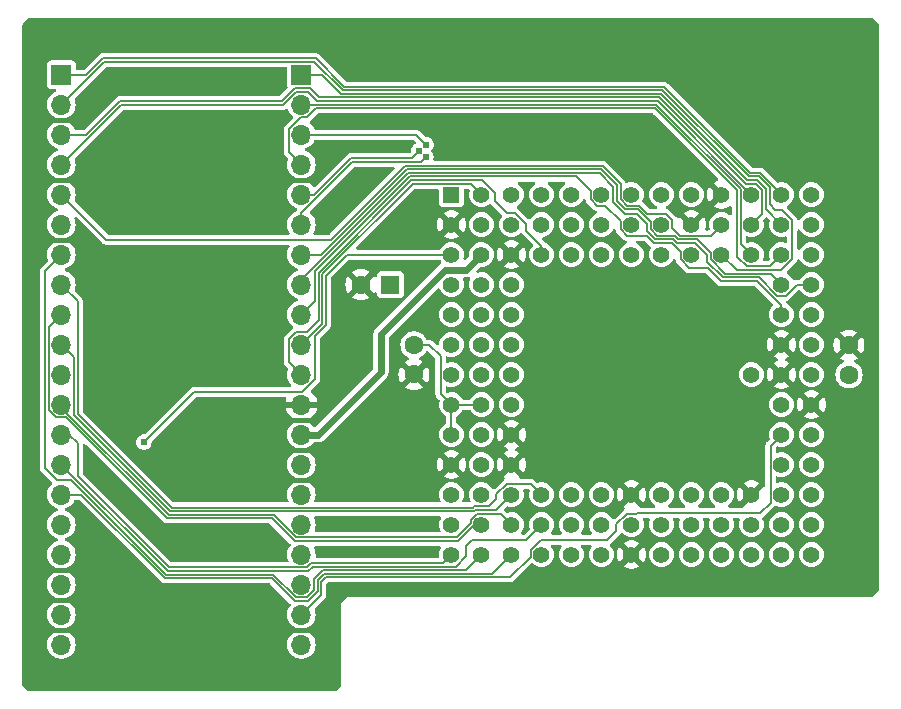
<source format=gbl>
G04 #@! TF.GenerationSoftware,KiCad,Pcbnew,8.0.3*
G04 #@! TF.CreationDate,2024-06-19T21:53:35+09:00*
G04 #@! TF.ProjectId,MEZ68020,4d455a36-3830-4323-902e-6b696361645f,A*
G04 #@! TF.SameCoordinates,PX5f5e100PY8f0d180*
G04 #@! TF.FileFunction,Copper,L2,Bot*
G04 #@! TF.FilePolarity,Positive*
%FSLAX46Y46*%
G04 Gerber Fmt 4.6, Leading zero omitted, Abs format (unit mm)*
G04 Created by KiCad (PCBNEW 8.0.3) date 2024-06-19 21:53:35*
%MOMM*%
%LPD*%
G01*
G04 APERTURE LIST*
G04 #@! TA.AperFunction,ComponentPad*
%ADD10R,1.397000X1.397000*%
G04 #@! TD*
G04 #@! TA.AperFunction,ComponentPad*
%ADD11C,1.397000*%
G04 #@! TD*
G04 #@! TA.AperFunction,ComponentPad*
%ADD12R,1.600000X1.600000*%
G04 #@! TD*
G04 #@! TA.AperFunction,ComponentPad*
%ADD13C,1.600000*%
G04 #@! TD*
G04 #@! TA.AperFunction,ComponentPad*
%ADD14R,1.700000X1.700000*%
G04 #@! TD*
G04 #@! TA.AperFunction,ComponentPad*
%ADD15O,1.700000X1.700000*%
G04 #@! TD*
G04 #@! TA.AperFunction,ViaPad*
%ADD16C,0.605000*%
G04 #@! TD*
G04 #@! TA.AperFunction,Conductor*
%ADD17C,0.152400*%
G04 #@! TD*
G04 #@! TA.AperFunction,Conductor*
%ADD18C,0.400000*%
G04 #@! TD*
G04 #@! TA.AperFunction,Conductor*
%ADD19C,0.600000*%
G04 #@! TD*
G04 APERTURE END LIST*
D10*
X36830000Y42545000D03*
D11*
X39370000Y42545000D03*
X41910000Y42545000D03*
X44450000Y42545000D03*
X46990000Y42545000D03*
X49530000Y42545000D03*
X52070000Y42545000D03*
X54610000Y42545000D03*
X57150000Y42545000D03*
X59690000Y42545000D03*
X62230000Y42545000D03*
X64770000Y42545000D03*
X67310000Y42545000D03*
X36830000Y40005000D03*
X39370000Y40005000D03*
X41910000Y40005000D03*
X44450000Y40005000D03*
X46990000Y40005000D03*
X49530000Y40005000D03*
X52070000Y40005000D03*
X54610000Y40005000D03*
X57150000Y40005000D03*
X59690000Y40005000D03*
X62230000Y40005000D03*
X64770000Y40005000D03*
X67310000Y40005000D03*
X36830000Y37465000D03*
X39370000Y37465000D03*
X41910000Y37465000D03*
X44450000Y37465000D03*
X46990000Y37465000D03*
X49530000Y37465000D03*
X52070000Y37465000D03*
X54610000Y37465000D03*
X57150000Y37465000D03*
X59690000Y37465000D03*
X62230000Y37465000D03*
X64770000Y37465000D03*
X67310000Y37465000D03*
X36830000Y34925000D03*
X39370000Y34925000D03*
X41910000Y34925000D03*
X64770000Y34925000D03*
X67310000Y34925000D03*
X36830000Y32385000D03*
X39370000Y32385000D03*
X41910000Y32385000D03*
X64770000Y32385000D03*
X67310000Y32385000D03*
X36830000Y29845000D03*
X39370000Y29845000D03*
X41910000Y29845000D03*
X64770000Y29845000D03*
X67310000Y29845000D03*
X36830000Y27305000D03*
X39370000Y27305000D03*
X41910000Y27305000D03*
X62230000Y27305000D03*
X64770000Y27305000D03*
X67310000Y27305000D03*
X36830000Y24765000D03*
X39370000Y24765000D03*
X41910000Y24765000D03*
X64770000Y24765000D03*
X67310000Y24765000D03*
X36830000Y22225000D03*
X39370000Y22225000D03*
X41910000Y22225000D03*
X64770000Y22225000D03*
X67310000Y22225000D03*
X36830000Y19685000D03*
X39370000Y19685000D03*
X41910000Y19685000D03*
X64770000Y19685000D03*
X67310000Y19685000D03*
X36830000Y17145000D03*
X39370000Y17145000D03*
X41910000Y17145000D03*
X44450000Y17145000D03*
X46990000Y17145000D03*
X49530000Y17145000D03*
X52070000Y17145000D03*
X54610000Y17145000D03*
X57150000Y17145000D03*
X59690000Y17145000D03*
X62230000Y17145000D03*
X64770000Y17145000D03*
X67310000Y17145000D03*
X36830000Y14605000D03*
X39370000Y14605000D03*
X41910000Y14605000D03*
X44450000Y14605000D03*
X46990000Y14605000D03*
X49530000Y14605000D03*
X52070000Y14605000D03*
X54610000Y14605000D03*
X57150000Y14605000D03*
X59690000Y14605000D03*
X62230000Y14605000D03*
X64770000Y14605000D03*
X67310000Y14605000D03*
X36830000Y12065000D03*
X39370000Y12065000D03*
X41910000Y12065000D03*
X44450000Y12065000D03*
X46990000Y12065000D03*
X49530000Y12065000D03*
X52070000Y12065000D03*
X54610000Y12065000D03*
X57150000Y12065000D03*
X59690000Y12065000D03*
X62230000Y12065000D03*
X64770000Y12065000D03*
X67310000Y12065000D03*
D12*
X31662400Y34925000D03*
D13*
X29162400Y34925000D03*
X70485000Y27305000D03*
X70485000Y29805000D03*
X33655000Y29825000D03*
X33655000Y27325000D03*
D14*
X3810000Y52705000D03*
D15*
X3810000Y50165000D03*
X3810000Y47625000D03*
X3810000Y45085000D03*
X3810000Y42545000D03*
X3810000Y40005000D03*
X3810000Y37465000D03*
X3810000Y34925000D03*
X3810000Y32385000D03*
X3810000Y29845000D03*
X3810000Y27305000D03*
X3810000Y24765000D03*
X3810000Y22225000D03*
X3810000Y19685000D03*
X3810000Y17145000D03*
X3810000Y14605000D03*
X3810000Y12065000D03*
X3810000Y9525000D03*
X3810000Y6985000D03*
X3810000Y4445000D03*
D14*
X24130000Y52705000D03*
D15*
X24130000Y50165000D03*
X24130000Y47625000D03*
X24130000Y45085000D03*
X24130000Y42545000D03*
X24130000Y40005000D03*
X24130000Y37465000D03*
X24130000Y34925000D03*
X24130000Y32385000D03*
X24130000Y29845000D03*
X24130000Y27305000D03*
X24130000Y24765000D03*
X24130000Y22225000D03*
X24130000Y19685000D03*
X24130000Y17145000D03*
X24130000Y14605000D03*
X24130000Y12065000D03*
X24130000Y9525000D03*
X24130000Y6985000D03*
X24130000Y4445000D03*
D16*
X33655000Y17145000D03*
X26035000Y17145000D03*
X10795000Y21590000D03*
X71755000Y19685000D03*
X50800000Y38735000D03*
X22225000Y48895000D03*
X22225000Y12065000D03*
X60325000Y20955000D03*
X38100000Y26035000D03*
X1270000Y23495000D03*
X15875000Y48895000D03*
X71755000Y42545000D03*
X26035000Y41275000D03*
X38100000Y31115000D03*
X22225000Y6985000D03*
X21590000Y17145000D03*
X63500000Y13335000D03*
X22225000Y43815000D03*
X10795000Y25400000D03*
X6350000Y29210000D03*
X5715000Y36195000D03*
X45720000Y46355000D03*
X33655000Y14605000D03*
X36830000Y56515000D03*
X71755000Y56515000D03*
X26035000Y48895000D03*
X62230000Y46355000D03*
X15875000Y34290000D03*
X26670000Y1270000D03*
X6350000Y19685000D03*
X19685000Y48895000D03*
X1270000Y56515000D03*
X31115000Y26035000D03*
X29210000Y43815000D03*
X1270000Y13335000D03*
X43815000Y33020000D03*
X1270000Y43815000D03*
X46990000Y21590000D03*
X52070000Y33020000D03*
X22225000Y36195000D03*
X58420000Y13335000D03*
X40640000Y23495000D03*
X52070000Y56515000D03*
X26035000Y20955000D03*
X55880000Y46355000D03*
X34290000Y36195000D03*
X26035000Y46355000D03*
X5715000Y10795000D03*
X6350000Y25400000D03*
X45720000Y41275000D03*
X22225000Y51435000D03*
X26035000Y14605000D03*
X10795000Y29210000D03*
X63500000Y38735000D03*
X33655000Y12065000D03*
X59690000Y33020000D03*
X46990000Y27178000D03*
X29210000Y27940000D03*
X5715000Y48895000D03*
X60325000Y27305000D03*
X43180000Y26035000D03*
X43180000Y28575000D03*
X22225000Y27305000D03*
X19685000Y34290000D03*
X52070000Y9525000D03*
X29210000Y24130000D03*
X52070000Y20955000D03*
X1270000Y1270000D03*
X62230000Y24765000D03*
X20320000Y56515000D03*
X71755000Y9525000D03*
X27305000Y26035000D03*
X5715000Y43815000D03*
X38100000Y46355000D03*
X27940000Y56515000D03*
X27305000Y9144000D03*
X34671785Y46782200D03*
X34065078Y46251100D03*
X34671000Y45720000D03*
D17*
X10795000Y21590000D02*
X15048600Y25843600D01*
X15048600Y25843600D02*
X24193971Y25843600D01*
X26187400Y31471348D02*
X26187400Y35689244D01*
X25273000Y30556948D02*
X26187400Y31471348D01*
X25273000Y26922629D02*
X25273000Y30556948D01*
X24193971Y25843600D02*
X25273000Y26922629D01*
X26187400Y35689244D02*
X27963156Y37465000D01*
X27963156Y37465000D02*
X36830000Y37465000D01*
D18*
X2540000Y5715000D02*
X5080000Y5715000D01*
X22860000Y18415000D02*
X25400000Y18415000D01*
X22860000Y43815000D02*
X25400000Y43815000D01*
X2540000Y48895000D02*
X5080000Y48895000D01*
X2540000Y10795000D02*
X5080000Y10795000D01*
X22860000Y20955000D02*
X25400000Y20955000D01*
X22860000Y5715000D02*
X25400000Y5715000D01*
X2540000Y8255000D02*
X5080000Y8255000D01*
X2540000Y38735000D02*
X5080000Y38735000D01*
X2540000Y43815000D02*
X5080000Y43815000D01*
X22860000Y23495000D02*
X25400000Y23495000D01*
D17*
X39370000Y24765000D02*
X36830000Y24765000D01*
X36830000Y24765000D02*
X35902900Y25692100D01*
X36830000Y22225000D02*
X36830000Y24765000D01*
X35902900Y28867100D02*
X34945000Y29825000D01*
X35902900Y25692100D02*
X35902900Y28867100D01*
X34945000Y29825000D02*
X33655000Y29825000D01*
X64770000Y42545000D02*
X64770000Y42609274D01*
X25334852Y54088400D02*
X7302348Y54088400D01*
X54810208Y51689000D02*
X27734252Y51689000D01*
X62112708Y44386500D02*
X54810208Y51689000D01*
X27734252Y51689000D02*
X25334852Y54088400D01*
X64770000Y42609274D02*
X62992774Y44386500D01*
X7302348Y54088400D02*
X5918948Y52705000D01*
X62992774Y44386500D02*
X62112708Y44386500D01*
X5918948Y52705000D02*
X3810000Y52705000D01*
X64811118Y41275000D02*
X64262000Y41275000D01*
X25208600Y53783600D02*
X7428600Y53783600D01*
X63791800Y43156422D02*
X62866522Y44081700D01*
X54683956Y51384200D02*
X27608000Y51384200D01*
X63791800Y41745200D02*
X63791800Y43156422D01*
X61986456Y44081700D02*
X54683956Y51384200D01*
X59690000Y37465000D02*
X60998100Y36156900D01*
X64262000Y41275000D02*
X63791800Y41745200D01*
X60998100Y36156900D02*
X64773018Y36156900D01*
X65697100Y37080982D02*
X65697100Y40389018D01*
X62866522Y44081700D02*
X61986456Y44081700D01*
X65697100Y40389018D02*
X64811118Y41275000D01*
X64773018Y36156900D02*
X65697100Y37080982D01*
X7428600Y53783600D02*
X3810000Y50165000D01*
X27608000Y51384200D02*
X25208600Y53783600D01*
X62614018Y43472100D02*
X61733952Y43472100D01*
X63157100Y40932100D02*
X63157100Y42929018D01*
X23556977Y51548400D02*
X22478377Y50469800D01*
X62230000Y40005000D02*
X63157100Y40932100D01*
X8763748Y50469800D02*
X5918948Y47625000D01*
X54431452Y50774600D02*
X25602452Y50774600D01*
X63157100Y42929018D02*
X62614018Y43472100D01*
X61733952Y43472100D02*
X54431452Y50774600D01*
X5918948Y47625000D02*
X3810000Y47625000D01*
X22478377Y50469800D02*
X8763748Y50469800D01*
X25602452Y50774600D02*
X24828652Y51548400D01*
X24828652Y51548400D02*
X23556977Y51548400D01*
X24702400Y51243600D02*
X23683229Y51243600D01*
X25476200Y50469800D02*
X24702400Y51243600D01*
X62230000Y42545000D02*
X54305200Y50469800D01*
X23683229Y51243600D02*
X22604629Y50165000D01*
X8890000Y50165000D02*
X3810000Y45085000D01*
X54305200Y50469800D02*
X25476200Y50469800D01*
X22604629Y50165000D02*
X8890000Y50165000D01*
X52716204Y41617900D02*
X51685982Y41617900D01*
X51142900Y43472100D02*
X49618900Y44996100D01*
X55537100Y39692341D02*
X55537100Y40389018D01*
X51685982Y41617900D02*
X51142900Y42160982D01*
X7620000Y38735000D02*
X3810000Y42545000D01*
X49618900Y44996100D02*
X32907944Y44996100D01*
X56151541Y39077900D02*
X55537100Y39692341D01*
X26646844Y38735000D02*
X7620000Y38735000D01*
X59690000Y40005000D02*
X58762900Y39077900D01*
X53402004Y40932100D02*
X52716204Y41617900D01*
X51142900Y42160982D02*
X51142900Y43472100D01*
X55537100Y40389018D02*
X54994018Y40932100D01*
X32907944Y44996100D02*
X26646844Y38735000D01*
X54994018Y40932100D02*
X53402004Y40932100D01*
X58762900Y39077900D02*
X56151541Y39077900D01*
D19*
X25527000Y22225000D02*
X30861000Y27559000D01*
X38100000Y36195000D02*
X39370000Y37465000D01*
X36322000Y36195000D02*
X38100000Y36195000D01*
X24130000Y22225000D02*
X25527000Y22225000D01*
X30861000Y30734000D02*
X36322000Y36195000D01*
X30861000Y27559000D02*
X30861000Y30734000D01*
D17*
X2426600Y36081600D02*
X3810000Y37465000D01*
X3429000Y18415000D02*
X2426600Y19417400D01*
X21752829Y10376800D02*
X12687148Y10376800D01*
X39370000Y12065000D02*
X38049200Y10744200D01*
X2426600Y19417400D02*
X2426600Y36081600D01*
X25208600Y10018652D02*
X25208600Y9078229D01*
X12687148Y10376800D02*
X4648948Y18415000D01*
X4648948Y18415000D02*
X3429000Y18415000D01*
X23683229Y8446400D02*
X21752829Y10376800D01*
X24576771Y8446400D02*
X23683229Y8446400D01*
X38049200Y10744200D02*
X25934148Y10744200D01*
X25208600Y9078229D02*
X24576771Y8446400D01*
X25934148Y10744200D02*
X25208600Y10018652D01*
X43522900Y18072100D02*
X41525982Y18072100D01*
X40017700Y16141700D02*
X38733478Y16141700D01*
X5193400Y33541600D02*
X3810000Y34925000D01*
X13130304Y16052800D02*
X5193400Y23989704D01*
X38733478Y16141700D02*
X38644578Y16052800D01*
X38644578Y16052800D02*
X13130304Y16052800D01*
X41525982Y18072100D02*
X40640000Y17186118D01*
X40640000Y16764000D02*
X40017700Y16141700D01*
X5193400Y23989704D02*
X5193400Y33541600D01*
X44450000Y17145000D02*
X43522900Y18072100D01*
X40640000Y17186118D02*
X40640000Y16764000D01*
X23556977Y13221600D02*
X21640177Y15138400D01*
X12751548Y15138400D02*
X4203548Y23686400D01*
X38929967Y15045033D02*
X38747700Y14862766D01*
X3363229Y23686400D02*
X2920315Y24129315D01*
X2920315Y24129315D02*
X2731400Y24318229D01*
X4203548Y23686400D02*
X3363229Y23686400D01*
X37393022Y13221600D02*
X23556977Y13221600D01*
X38747700Y14576278D02*
X37393022Y13221600D01*
X21640177Y15138400D02*
X12751548Y15138400D01*
X2731400Y24318229D02*
X2731400Y31306400D01*
X2731400Y31306400D02*
X3810000Y32385000D01*
X39370000Y14605000D02*
X38929967Y15045033D01*
X38747700Y14862766D02*
X38747700Y14576278D01*
X38859730Y15836900D02*
X38770830Y15748000D01*
X4888600Y28766400D02*
X3810000Y29845000D01*
X13004052Y15748000D02*
X4888600Y23863452D01*
X38770830Y15748000D02*
X13004052Y15748000D01*
X40601900Y15836900D02*
X38859730Y15836900D01*
X4888600Y23863452D02*
X4888600Y28766400D01*
X41910000Y17145000D02*
X40601900Y15836900D01*
X21766429Y15443200D02*
X12877800Y15443200D01*
X12877800Y15443200D02*
X3810000Y24511000D01*
X23683229Y13526400D02*
X21766429Y15443200D01*
X38442900Y14989018D02*
X38442900Y14702530D01*
X41910000Y14605000D02*
X40982900Y15532100D01*
X37266770Y13526400D02*
X23683229Y13526400D01*
X38442900Y14702530D02*
X37266770Y13526400D01*
X40982900Y15532100D02*
X38985982Y15532100D01*
X3810000Y24511000D02*
X3810000Y24765000D01*
X38985982Y15532100D02*
X38442900Y14989018D01*
X24576771Y10986400D02*
X12939652Y10986400D01*
X12939652Y10986400D02*
X5183900Y18742152D01*
X4445000Y22225000D02*
X3810000Y22225000D01*
X36830000Y12065000D02*
X36118800Y11353800D01*
X5183900Y18742152D02*
X5183900Y21486100D01*
X5183900Y21486100D02*
X4445000Y22225000D01*
X24944171Y11353800D02*
X24576771Y10986400D01*
X36118800Y11353800D02*
X24944171Y11353800D01*
X12813400Y10681600D02*
X3810000Y19685000D01*
X38100000Y12827000D02*
X38100000Y11938000D01*
X38100000Y11938000D02*
X37211000Y11049000D01*
X44450000Y14605000D02*
X43180000Y13335000D01*
X43180000Y13335000D02*
X38608000Y13335000D01*
X38608000Y13335000D02*
X38100000Y12827000D01*
X24703023Y10681600D02*
X12813400Y10681600D01*
X37211000Y11049000D02*
X25070423Y11049000D01*
X25070423Y11049000D02*
X24703023Y10681600D01*
X26060400Y10439400D02*
X40284400Y10439400D01*
X12560896Y10072000D02*
X21626577Y10072000D01*
X5487896Y17145000D02*
X12560896Y10072000D01*
X24703023Y8141600D02*
X25513400Y8951977D01*
X25513400Y9892400D02*
X26060400Y10439400D01*
X3810000Y17145000D02*
X5487896Y17145000D01*
X23556977Y8141600D02*
X24703023Y8141600D01*
X40284400Y10439400D02*
X41910000Y12065000D01*
X25513400Y8951977D02*
X25513400Y9892400D01*
X21626577Y10072000D02*
X23556977Y8141600D01*
X25856148Y52705000D02*
X24130000Y52705000D01*
X63487000Y43030170D02*
X62740270Y43776900D01*
X63487000Y41288000D02*
X63487000Y43030170D01*
X62740270Y43776900D02*
X61860204Y43776900D01*
X64770000Y40005000D02*
X63487000Y41288000D01*
X61860204Y43776900D02*
X54557704Y51079400D01*
X54557704Y51079400D02*
X27481748Y51079400D01*
X27481748Y51079400D02*
X25856148Y52705000D01*
X61302900Y43041048D02*
X54178948Y50165000D01*
X54178948Y50165000D02*
X24130000Y50165000D01*
X61302900Y38392100D02*
X61302900Y43041048D01*
X62230000Y37465000D02*
X61302900Y38392100D01*
X33828985Y47625000D02*
X24130000Y47625000D01*
X34671785Y46782200D02*
X33828985Y47625000D01*
X61836300Y36461700D02*
X63766700Y36461700D01*
X24130000Y45085000D02*
X23051400Y46163600D01*
X25350571Y49860200D02*
X54052696Y49860200D01*
X23051400Y46163600D02*
X23051400Y48071771D01*
X60998100Y42914796D02*
X60998100Y37299900D01*
X23051400Y48071771D02*
X24066029Y49086400D01*
X60998100Y37299900D02*
X61836300Y36461700D01*
X63766700Y36461700D02*
X64770000Y37465000D01*
X24066029Y49086400D02*
X24576771Y49086400D01*
X54052696Y49860200D02*
X60998100Y42914796D01*
X24576771Y49086400D02*
X25350571Y49860200D01*
X25224319Y42545000D02*
X24130000Y42545000D01*
X28323119Y45643800D02*
X25224319Y42545000D01*
X34065078Y46251100D02*
X33457778Y45643800D01*
X33457778Y45643800D02*
X28323119Y45643800D01*
X28449371Y45339000D02*
X24130000Y41019629D01*
X34290000Y45339000D02*
X28449371Y45339000D01*
X34671000Y45720000D02*
X34290000Y45339000D01*
X24130000Y41019629D02*
X24130000Y40005000D01*
X55720489Y39077900D02*
X56025289Y38773100D01*
X53682900Y40220152D02*
X53682900Y39620982D01*
X58762900Y37594270D02*
X58762900Y37080982D01*
X50838100Y42034730D02*
X51559730Y41313100D01*
X50838100Y43345848D02*
X50838100Y42034730D01*
X51559730Y41313100D02*
X52589952Y41313100D01*
X33034196Y44691300D02*
X49492648Y44691300D01*
X53682900Y39620982D02*
X54225982Y39077900D01*
X59991782Y35852100D02*
X63842900Y35852100D01*
X63842900Y35852100D02*
X64770000Y34925000D01*
X56025289Y38773100D02*
X57584070Y38773100D01*
X52589952Y41313100D02*
X53682900Y40220152D01*
X57584070Y38773100D02*
X58762900Y37594270D01*
X58762900Y37080982D02*
X59991782Y35852100D01*
X54225982Y39077900D02*
X55720489Y39077900D01*
X24130000Y37465000D02*
X25807896Y37465000D01*
X25807896Y37465000D02*
X33034196Y44691300D01*
X49492648Y44691300D02*
X50838100Y43345848D01*
X62836582Y35547300D02*
X59779648Y35547300D01*
X65154018Y33997900D02*
X64385982Y33997900D01*
X58458100Y36868848D02*
X58458100Y37468018D01*
X55899037Y38468300D02*
X55594237Y38773100D01*
X52539900Y40932100D02*
X51509678Y40932100D01*
X59779648Y35547300D02*
X58458100Y36868848D01*
X67310000Y34925000D02*
X66081118Y34925000D01*
X50533300Y43219596D02*
X49366396Y44386500D01*
X54099730Y38773100D02*
X53378100Y39494730D01*
X57457818Y38468300D02*
X55899037Y38468300D01*
X53378100Y39494730D02*
X53378100Y40093900D01*
X53378100Y40093900D02*
X52539900Y40932100D01*
X55594237Y38773100D02*
X54099730Y38773100D01*
X33160448Y44386500D02*
X24130000Y35356052D01*
X58458100Y37468018D02*
X57457818Y38468300D01*
X51509678Y40932100D02*
X50533300Y41908478D01*
X49366396Y44386500D02*
X33160448Y44386500D01*
X50533300Y41908478D02*
X50533300Y43219596D01*
X66081118Y34925000D02*
X65154018Y33997900D01*
X24130000Y35356052D02*
X24130000Y34925000D01*
X64385982Y33997900D02*
X62836582Y35547300D01*
X48602900Y42837100D02*
X47358300Y44081700D01*
X53973478Y38468300D02*
X53363878Y39077900D01*
X25273000Y36068000D02*
X25273000Y33528000D01*
X51142900Y40297100D02*
X49822100Y41617900D01*
X51685982Y39077900D02*
X51142900Y39620982D01*
X56222900Y37713385D02*
X55467985Y38468300D01*
X49145982Y41617900D02*
X48602900Y42160982D01*
X49822100Y41617900D02*
X49145982Y41617900D01*
X47358300Y44081700D02*
X33286700Y44081700D01*
X48602900Y42160982D02*
X48602900Y42837100D01*
X56968434Y36335448D02*
X56222900Y37080982D01*
X64770000Y33182830D02*
X62710330Y35242500D01*
X25273000Y33528000D02*
X24130000Y32385000D01*
X56222900Y37080982D02*
X56222900Y37713385D01*
X51142900Y39620982D02*
X51142900Y40297100D01*
X58560448Y36335448D02*
X56968434Y36335448D01*
X55467985Y38468300D02*
X53973478Y38468300D01*
X64770000Y32385000D02*
X64770000Y33182830D01*
X33286700Y44081700D02*
X25273000Y36068000D01*
X59653396Y35242500D02*
X58560448Y36335448D01*
X62710330Y35242500D02*
X59653396Y35242500D01*
X53363878Y39077900D02*
X51685982Y39077900D01*
X25882600Y31597600D02*
X25882600Y35815496D01*
X25882600Y35815496D02*
X33539204Y43472100D01*
X33539204Y43472100D02*
X38442900Y43472100D01*
X24130000Y29845000D02*
X25882600Y31597600D01*
X38442900Y43472100D02*
X39370000Y42545000D01*
X25577800Y31924629D02*
X24576771Y30923600D01*
X23051400Y28383600D02*
X24130000Y27305000D01*
X33412952Y43776900D02*
X25577800Y35941748D01*
X43180000Y39497000D02*
X43180000Y40046118D01*
X44450000Y37465000D02*
X44450000Y38227000D01*
X40513000Y42037000D02*
X40513000Y42713118D01*
X43180000Y40046118D02*
X42205118Y41021000D01*
X44450000Y38227000D02*
X43180000Y39497000D01*
X40513000Y42713118D02*
X39449218Y43776900D01*
X39449218Y43776900D02*
X33412952Y43776900D01*
X41529000Y41021000D02*
X40513000Y42037000D01*
X25577800Y35941748D02*
X25577800Y31924629D01*
X24576771Y30923600D02*
X23683229Y30923600D01*
X23683229Y30923600D02*
X23051400Y30291771D01*
X42205118Y41021000D02*
X41529000Y41021000D01*
X23051400Y30291771D02*
X23051400Y28383600D01*
X50800000Y14097000D02*
X50800000Y14646118D01*
X25818200Y8673200D02*
X25818200Y9766148D01*
X50038000Y13335000D02*
X50800000Y14097000D01*
X52542918Y15621000D02*
X62992000Y15621000D01*
X25818200Y9766148D02*
X26186652Y10134600D01*
X43522900Y11899900D02*
X43522900Y12449018D01*
X24130000Y6985000D02*
X25818200Y8673200D01*
X62992000Y15621000D02*
X63842900Y16471900D01*
X41757600Y10134600D02*
X43522900Y11899900D01*
X63842900Y21297900D02*
X64770000Y22225000D01*
X44408882Y13335000D02*
X50038000Y13335000D01*
X52454018Y15532100D02*
X52542918Y15621000D01*
X50800000Y14646118D02*
X51685982Y15532100D01*
X51685982Y15532100D02*
X52454018Y15532100D01*
X43522900Y12449018D02*
X44408882Y13335000D01*
X26186652Y10134600D02*
X41757600Y10134600D01*
X63842900Y16471900D02*
X63842900Y21297900D01*
G04 #@! TA.AperFunction,Conductor*
G36*
X5819112Y21466937D02*
G01*
X5825695Y21460808D01*
X12410103Y14876400D01*
X12489548Y14796955D01*
X12586848Y14740779D01*
X12695372Y14711700D01*
X21411242Y14711700D01*
X21479363Y14691698D01*
X21500337Y14674795D01*
X23186821Y12988311D01*
X23220847Y12925999D01*
X23215782Y12855184D01*
X23198276Y12823284D01*
X23104942Y12699690D01*
X23104938Y12699685D01*
X23005774Y12500538D01*
X23005768Y12500521D01*
X22944885Y12286540D01*
X22924357Y12065000D01*
X22944885Y11843461D01*
X23005768Y11629480D01*
X23005773Y11629468D01*
X23022805Y11595262D01*
X23035263Y11525367D01*
X23007956Y11459832D01*
X22949553Y11419464D01*
X22910014Y11413100D01*
X13168587Y11413100D01*
X13100466Y11433102D01*
X13079492Y11450005D01*
X5647505Y18881992D01*
X5613479Y18944304D01*
X5610600Y18971087D01*
X5610600Y21371713D01*
X5630602Y21439834D01*
X5684258Y21486327D01*
X5754532Y21496431D01*
X5819112Y21466937D01*
G37*
G04 #@! TD.AperFunction*
G04 #@! TA.AperFunction,Conductor*
G36*
X35888594Y12774898D02*
G01*
X35935087Y12721242D01*
X35945191Y12650968D01*
X35931595Y12609504D01*
X35856161Y12468379D01*
X35796176Y12270635D01*
X35796176Y12270633D01*
X35775924Y12065004D01*
X35775924Y12064997D01*
X35790318Y11918850D01*
X35777089Y11849097D01*
X35728249Y11797569D01*
X35664925Y11780500D01*
X25447496Y11780500D01*
X25379375Y11800502D01*
X25332882Y11854158D01*
X25322033Y11918125D01*
X25322100Y11918850D01*
X25335643Y12065000D01*
X25315115Y12286536D01*
X25254229Y12500528D01*
X25254227Y12500532D01*
X25254225Y12500538D01*
X25198356Y12612737D01*
X25185896Y12682632D01*
X25213203Y12748167D01*
X25271606Y12788535D01*
X25311146Y12794900D01*
X35820473Y12794900D01*
X35888594Y12774898D01*
G37*
G04 #@! TD.AperFunction*
G04 #@! TA.AperFunction,Conductor*
G36*
X35881325Y15301298D02*
G01*
X35927818Y15247642D01*
X35937922Y15177368D01*
X35924326Y15135907D01*
X35917098Y15122382D01*
X35856161Y15008379D01*
X35796176Y14810635D01*
X35796176Y14810633D01*
X35775924Y14605004D01*
X35775924Y14604997D01*
X35796176Y14399368D01*
X35796176Y14399366D01*
X35856161Y14201622D01*
X35889903Y14138496D01*
X35904375Y14068990D01*
X35878971Y14002694D01*
X35821758Y13960656D01*
X35778781Y13953100D01*
X25349986Y13953100D01*
X25281865Y13973102D01*
X25235372Y14026758D01*
X25225268Y14097032D01*
X25237195Y14135262D01*
X25243932Y14148795D01*
X25254229Y14169472D01*
X25315115Y14383464D01*
X25335643Y14605000D01*
X25315115Y14826536D01*
X25300927Y14876400D01*
X25254231Y15040521D01*
X25254225Y15040538D01*
X25205128Y15139137D01*
X25192668Y15209032D01*
X25219975Y15274567D01*
X25278378Y15314935D01*
X25317918Y15321300D01*
X35813204Y15321300D01*
X35881325Y15301298D01*
G37*
G04 #@! TD.AperFunction*
G04 #@! TA.AperFunction,Conductor*
G36*
X5106703Y40644852D02*
G01*
X7278555Y38473000D01*
X7358000Y38393555D01*
X7455300Y38337379D01*
X7563824Y38308300D01*
X23009435Y38308300D01*
X23077556Y38288298D01*
X23124049Y38234642D01*
X23134153Y38164368D01*
X23109987Y38106371D01*
X23104944Y38099693D01*
X23104938Y38099685D01*
X23005774Y37900538D01*
X23005768Y37900521D01*
X22944885Y37686540D01*
X22924357Y37465000D01*
X22944885Y37243461D01*
X23005768Y37029480D01*
X23005774Y37029463D01*
X23104938Y36830316D01*
X23104942Y36830311D01*
X23239017Y36652765D01*
X23403438Y36502876D01*
X23403439Y36502875D01*
X23592587Y36385760D01*
X23592590Y36385759D01*
X23592599Y36385753D01*
X23681568Y36351286D01*
X23781708Y36312491D01*
X23838003Y36269232D01*
X23861973Y36202404D01*
X23846009Y36133226D01*
X23795178Y36083660D01*
X23781708Y36077509D01*
X23592603Y36004249D01*
X23592587Y36004241D01*
X23403439Y35887126D01*
X23403438Y35887125D01*
X23239017Y35737236D01*
X23104942Y35559690D01*
X23104938Y35559685D01*
X23005774Y35360538D01*
X23005768Y35360521D01*
X22944885Y35146540D01*
X22924357Y34925000D01*
X22944885Y34703461D01*
X23005768Y34489480D01*
X23005774Y34489463D01*
X23104938Y34290316D01*
X23104942Y34290311D01*
X23239017Y34112765D01*
X23403438Y33962876D01*
X23403439Y33962875D01*
X23592587Y33845760D01*
X23592590Y33845759D01*
X23592599Y33845753D01*
X23681568Y33811286D01*
X23781708Y33772491D01*
X23838003Y33729232D01*
X23861973Y33662404D01*
X23846009Y33593226D01*
X23795178Y33543660D01*
X23781708Y33537509D01*
X23592603Y33464249D01*
X23592587Y33464241D01*
X23403439Y33347126D01*
X23403438Y33347125D01*
X23239017Y33197236D01*
X23104942Y33019690D01*
X23104938Y33019685D01*
X23005774Y32820538D01*
X23005768Y32820521D01*
X22944885Y32606540D01*
X22924357Y32385000D01*
X22944885Y32163461D01*
X23005768Y31949480D01*
X23005774Y31949463D01*
X23104938Y31750316D01*
X23104942Y31750311D01*
X23239020Y31572762D01*
X23397788Y31428026D01*
X23434655Y31367352D01*
X23432866Y31296378D01*
X23401999Y31245816D01*
X23229911Y31073727D01*
X22789400Y30633216D01*
X22759593Y30603409D01*
X22709956Y30553773D01*
X22709952Y30553768D01*
X22653781Y30456476D01*
X22653778Y30456469D01*
X22646850Y30430613D01*
X22624700Y30347947D01*
X22624700Y28439776D01*
X22624700Y28327424D01*
X22639155Y28273478D01*
X22653778Y28218903D01*
X22653781Y28218896D01*
X22709952Y28121604D01*
X22709960Y28121594D01*
X22972296Y27859258D01*
X23006322Y27796946D01*
X23004391Y27735682D01*
X22944885Y27526540D01*
X22924357Y27305000D01*
X22944885Y27083461D01*
X23005768Y26869480D01*
X23005774Y26869463D01*
X23104938Y26670316D01*
X23104942Y26670311D01*
X23239018Y26492765D01*
X23242692Y26489415D01*
X23279558Y26428740D01*
X23277769Y26357766D01*
X23237892Y26299026D01*
X23172589Y26271170D01*
X23157806Y26270300D01*
X15104776Y26270300D01*
X14992424Y26270300D01*
X14934268Y26254718D01*
X14883902Y26241222D01*
X14883895Y26241219D01*
X14786603Y26185048D01*
X14786593Y26185040D01*
X10881460Y22279905D01*
X10819148Y22245879D01*
X10792365Y22243000D01*
X10715709Y22243000D01*
X10561744Y22205051D01*
X10561741Y22205050D01*
X10421329Y22131356D01*
X10421327Y22131354D01*
X10302631Y22026198D01*
X10212553Y21895697D01*
X10212550Y21895691D01*
X10156316Y21747419D01*
X10137204Y21590003D01*
X10137204Y21589998D01*
X10156316Y21432582D01*
X10212550Y21284310D01*
X10212553Y21284304D01*
X10302631Y21153803D01*
X10302632Y21153802D01*
X10302633Y21153801D01*
X10421329Y21048645D01*
X10561742Y20974950D01*
X10715711Y20937000D01*
X10715712Y20937000D01*
X10874288Y20937000D01*
X10874289Y20937000D01*
X11028258Y20974950D01*
X11168671Y21048645D01*
X11287367Y21153801D01*
X11377449Y21284307D01*
X11433682Y21432579D01*
X11433682Y21432580D01*
X11433683Y21432582D01*
X11452796Y21589998D01*
X11452796Y21592162D01*
X11453244Y21593689D01*
X11453715Y21597566D01*
X11454359Y21597488D01*
X11472798Y21660283D01*
X11489701Y21681257D01*
X15188440Y25379995D01*
X15250752Y25414021D01*
X15277535Y25416900D01*
X22740193Y25416900D01*
X22808314Y25396898D01*
X22854807Y25343242D01*
X22864911Y25272968D01*
X22855580Y25240285D01*
X22841177Y25207452D01*
X22841176Y25207450D01*
X22793455Y25019001D01*
X22793456Y25019000D01*
X23699297Y25019000D01*
X23664075Y24957993D01*
X23630000Y24830826D01*
X23630000Y24699174D01*
X23664075Y24572007D01*
X23699297Y24511000D01*
X22793455Y24511000D01*
X22841176Y24322551D01*
X22841179Y24322544D01*
X22931580Y24116452D01*
X23054674Y23928042D01*
X23207097Y23762466D01*
X23384698Y23624233D01*
X23384699Y23624232D01*
X23580184Y23518441D01*
X23630575Y23468427D01*
X23645927Y23399111D01*
X23621366Y23332498D01*
X23586546Y23300500D01*
X23403436Y23187124D01*
X23239017Y23037236D01*
X23104942Y22859690D01*
X23104938Y22859685D01*
X23005774Y22660538D01*
X23005768Y22660521D01*
X22944885Y22446540D01*
X22924357Y22225000D01*
X22944885Y22003461D01*
X23005768Y21789480D01*
X23005774Y21789463D01*
X23104938Y21590316D01*
X23104942Y21590311D01*
X23239017Y21412765D01*
X23403438Y21262876D01*
X23403439Y21262875D01*
X23592587Y21145760D01*
X23592590Y21145759D01*
X23592599Y21145753D01*
X23656094Y21121155D01*
X23781708Y21072491D01*
X23838003Y21029232D01*
X23861973Y20962404D01*
X23846009Y20893226D01*
X23795178Y20843660D01*
X23781708Y20837509D01*
X23592603Y20764249D01*
X23592587Y20764241D01*
X23403439Y20647126D01*
X23403438Y20647125D01*
X23239017Y20497236D01*
X23104942Y20319690D01*
X23104938Y20319685D01*
X23005774Y20120538D01*
X23005768Y20120521D01*
X22944885Y19906540D01*
X22924357Y19685000D01*
X22944885Y19463461D01*
X23005768Y19249480D01*
X23005774Y19249463D01*
X23104938Y19050316D01*
X23104942Y19050311D01*
X23239017Y18872765D01*
X23403438Y18722876D01*
X23403439Y18722875D01*
X23592587Y18605760D01*
X23592590Y18605759D01*
X23592599Y18605753D01*
X23678543Y18572458D01*
X23781708Y18532491D01*
X23838003Y18489232D01*
X23861973Y18422404D01*
X23846009Y18353226D01*
X23795178Y18303660D01*
X23781708Y18297509D01*
X23592603Y18224249D01*
X23592587Y18224241D01*
X23403439Y18107126D01*
X23403438Y18107125D01*
X23239017Y17957236D01*
X23104942Y17779690D01*
X23104938Y17779685D01*
X23005774Y17580538D01*
X23005768Y17580521D01*
X22944885Y17366540D01*
X22924357Y17145000D01*
X22944885Y16923461D01*
X23005768Y16709480D01*
X23005773Y16709468D01*
X23029577Y16661662D01*
X23042035Y16591768D01*
X23014728Y16526233D01*
X22956325Y16485864D01*
X22916786Y16479500D01*
X13359239Y16479500D01*
X13291118Y16499502D01*
X13270144Y16516405D01*
X5657005Y24129544D01*
X5622979Y24191856D01*
X5620100Y24218639D01*
X5620100Y33597775D01*
X5619429Y33600279D01*
X5591021Y33706300D01*
X5545914Y33784428D01*
X5534847Y33803597D01*
X5534843Y33803602D01*
X5500542Y33837903D01*
X5455400Y33883045D01*
X4967703Y34370742D01*
X4933677Y34433054D01*
X4935608Y34494318D01*
X4995114Y34703461D01*
X4995113Y34703461D01*
X4995115Y34703464D01*
X5015643Y34925000D01*
X4995115Y35146536D01*
X4988266Y35170606D01*
X4934231Y35360521D01*
X4934225Y35360538D01*
X4835061Y35559685D01*
X4835057Y35559690D01*
X4700982Y35737236D01*
X4536561Y35887125D01*
X4536560Y35887126D01*
X4347412Y36004241D01*
X4347405Y36004245D01*
X4347401Y36004247D01*
X4321712Y36014199D01*
X4158291Y36077509D01*
X4101996Y36120768D01*
X4078026Y36187596D01*
X4093990Y36256774D01*
X4144821Y36306340D01*
X4158291Y36312491D01*
X4195720Y36326992D01*
X4347401Y36385753D01*
X4536562Y36502876D01*
X4700981Y36652764D01*
X4835058Y36830311D01*
X4835059Y36830315D01*
X4835061Y36830316D01*
X4934225Y37029463D01*
X4934226Y37029467D01*
X4934229Y37029472D01*
X4995115Y37243464D01*
X5015643Y37465000D01*
X4995115Y37686536D01*
X4934229Y37900528D01*
X4934227Y37900532D01*
X4934225Y37900538D01*
X4835061Y38099685D01*
X4835057Y38099690D01*
X4832659Y38102865D01*
X4782583Y38169177D01*
X4700982Y38277236D01*
X4536561Y38427125D01*
X4536560Y38427126D01*
X4347412Y38544241D01*
X4347405Y38544245D01*
X4347401Y38544247D01*
X4318527Y38555433D01*
X4158291Y38617509D01*
X4101996Y38660768D01*
X4078026Y38727596D01*
X4093990Y38796774D01*
X4144821Y38846340D01*
X4158291Y38852491D01*
X4195720Y38866992D01*
X4347401Y38925753D01*
X4536562Y39042876D01*
X4700981Y39192764D01*
X4720100Y39218081D01*
X4751600Y39259795D01*
X4835058Y39370311D01*
X4835059Y39370315D01*
X4835061Y39370316D01*
X4934225Y39569463D01*
X4934226Y39569467D01*
X4934229Y39569472D01*
X4995115Y39783464D01*
X5015643Y40005000D01*
X4995115Y40226536D01*
X4934229Y40440528D01*
X4934224Y40440538D01*
X4904818Y40499593D01*
X4892358Y40569488D01*
X4919665Y40635024D01*
X4978068Y40675392D01*
X5049024Y40677778D01*
X5106703Y40644852D01*
G37*
G04 #@! TD.AperFunction*
G04 #@! TA.AperFunction,Conductor*
G36*
X35861227Y37018298D02*
G01*
X35904227Y36971697D01*
X35953568Y36879387D01*
X35956486Y36873928D01*
X35954750Y36873001D01*
X35973248Y36813943D01*
X35954471Y36745474D01*
X35917274Y36706921D01*
X35907333Y36700279D01*
X35907322Y36700270D01*
X30355726Y31148674D01*
X30355723Y31148670D01*
X30305649Y31073727D01*
X30284536Y31042129D01*
X30235500Y30923747D01*
X30235499Y30923746D01*
X30222679Y30859297D01*
X30212302Y30807125D01*
X30210500Y30798068D01*
X30210500Y27880636D01*
X30190498Y27812515D01*
X30173595Y27791541D01*
X25294740Y22912687D01*
X25232428Y22878661D01*
X25161613Y22883726D01*
X25105095Y22925850D01*
X25061794Y22983191D01*
X25020981Y23037237D01*
X24856561Y23187125D01*
X24856560Y23187126D01*
X24673454Y23300500D01*
X24626066Y23353366D01*
X24614783Y23423461D01*
X24643187Y23488528D01*
X24679815Y23518441D01*
X24875300Y23624232D01*
X24875301Y23624233D01*
X25052902Y23762466D01*
X25205325Y23928042D01*
X25328419Y24116452D01*
X25418820Y24322544D01*
X25418823Y24322551D01*
X25466544Y24511000D01*
X24560703Y24511000D01*
X24595925Y24572007D01*
X24630000Y24699174D01*
X24630000Y24830826D01*
X24595925Y24957993D01*
X24560703Y25019000D01*
X25466544Y25019000D01*
X25466544Y25019001D01*
X25418823Y25207450D01*
X25418820Y25207457D01*
X25328419Y25413549D01*
X25205325Y25601959D01*
X25052902Y25767535D01*
X24979057Y25825011D01*
X24937586Y25882637D01*
X24933852Y25953535D01*
X24967350Y26013535D01*
X25614445Y26660629D01*
X25670621Y26757929D01*
X25699700Y26866453D01*
X25699700Y26978805D01*
X25699700Y30328013D01*
X25719702Y30396134D01*
X25736600Y30417104D01*
X26528845Y31209348D01*
X26585021Y31306648D01*
X26614100Y31415172D01*
X26614100Y31527524D01*
X26614100Y34925000D01*
X27849404Y34925000D01*
X27869351Y34696998D01*
X27928586Y34475932D01*
X27928588Y34475927D01*
X28025313Y34268499D01*
X28075299Y34197112D01*
X28762400Y34884212D01*
X28762400Y34872339D01*
X28789659Y34770606D01*
X28842320Y34679394D01*
X28916794Y34604920D01*
X29008006Y34552259D01*
X29109739Y34525000D01*
X29121610Y34525000D01*
X28434510Y33837902D01*
X28434510Y33837900D01*
X28505898Y33787914D01*
X28713326Y33691189D01*
X28713331Y33691187D01*
X28934399Y33631952D01*
X28934395Y33631952D01*
X29162400Y33612005D01*
X29390402Y33631952D01*
X29611468Y33691187D01*
X29611473Y33691189D01*
X29818897Y33787912D01*
X29890288Y33837901D01*
X29890288Y33837903D01*
X29203191Y34525000D01*
X29215061Y34525000D01*
X29316794Y34552259D01*
X29408006Y34604920D01*
X29482480Y34679394D01*
X29535141Y34770606D01*
X29562400Y34872339D01*
X29562400Y34884209D01*
X30249497Y34197112D01*
X30249498Y34197112D01*
X30282687Y34244509D01*
X30338144Y34288837D01*
X30408764Y34296146D01*
X30472124Y34264115D01*
X30508109Y34202914D01*
X30511900Y34172238D01*
X30511900Y34091739D01*
X30521827Y34023606D01*
X30573201Y33918518D01*
X30573203Y33918515D01*
X30655914Y33835804D01*
X30655917Y33835802D01*
X30761007Y33784427D01*
X30829140Y33774500D01*
X30829145Y33774500D01*
X32495655Y33774500D01*
X32495660Y33774500D01*
X32563793Y33784427D01*
X32668883Y33835802D01*
X32751598Y33918517D01*
X32802973Y34023607D01*
X32812900Y34091740D01*
X32812900Y35758260D01*
X32802973Y35826393D01*
X32751598Y35931483D01*
X32751596Y35931486D01*
X32668885Y36014197D01*
X32668882Y36014199D01*
X32563794Y36065573D01*
X32495661Y36075500D01*
X32495660Y36075500D01*
X30829140Y36075500D01*
X30829138Y36075500D01*
X30761005Y36065573D01*
X30655917Y36014199D01*
X30655914Y36014197D01*
X30573203Y35931486D01*
X30573201Y35931483D01*
X30521827Y35826395D01*
X30511900Y35758262D01*
X30511900Y35677764D01*
X30491898Y35609643D01*
X30438242Y35563150D01*
X30367968Y35553046D01*
X30303388Y35582540D01*
X30282687Y35605493D01*
X30249499Y35652890D01*
X30249498Y35652890D01*
X29562400Y34965792D01*
X29562400Y34977661D01*
X29535141Y35079394D01*
X29482480Y35170606D01*
X29408006Y35245080D01*
X29316794Y35297741D01*
X29215061Y35325000D01*
X29203190Y35325000D01*
X29890288Y36012101D01*
X29890288Y36012102D01*
X29818901Y36062087D01*
X29611473Y36158812D01*
X29611468Y36158814D01*
X29390400Y36218049D01*
X29390404Y36218049D01*
X29162400Y36237996D01*
X28934397Y36218049D01*
X28713331Y36158814D01*
X28713326Y36158812D01*
X28505900Y36062087D01*
X28434509Y36012100D01*
X29121609Y35325000D01*
X29109739Y35325000D01*
X29008006Y35297741D01*
X28916794Y35245080D01*
X28842320Y35170606D01*
X28789659Y35079394D01*
X28762400Y34977661D01*
X28762400Y34965791D01*
X28075300Y35652891D01*
X28025313Y35581500D01*
X27928588Y35374074D01*
X27928586Y35374069D01*
X27869351Y35153003D01*
X27849404Y34925000D01*
X26614100Y34925000D01*
X26614100Y35460309D01*
X26634102Y35528430D01*
X26651005Y35549404D01*
X28102996Y37001395D01*
X28165308Y37035421D01*
X28192091Y37038300D01*
X35793106Y37038300D01*
X35861227Y37018298D01*
G37*
G04 #@! TD.AperFunction*
G04 #@! TA.AperFunction,Conductor*
G36*
X63544033Y40611421D02*
G01*
X63589095Y40582460D01*
X63735082Y40436473D01*
X63769108Y40374161D01*
X63766562Y40310803D01*
X63736176Y40210634D01*
X63715924Y40005004D01*
X63715924Y40004997D01*
X63736176Y39799368D01*
X63736176Y39799366D01*
X63796161Y39601622D01*
X63846481Y39507480D01*
X63893568Y39419387D01*
X64024656Y39259656D01*
X64184387Y39128568D01*
X64366623Y39031161D01*
X64564360Y38971178D01*
X64564364Y38971178D01*
X64564366Y38971177D01*
X64769997Y38950924D01*
X64770000Y38950924D01*
X64770003Y38950924D01*
X64975632Y38971177D01*
X64975634Y38971178D01*
X64975640Y38971178D01*
X65107825Y39011277D01*
X65178817Y39011910D01*
X65238884Y38974061D01*
X65268952Y38909747D01*
X65270400Y38890702D01*
X65270400Y38579299D01*
X65250398Y38511178D01*
X65196742Y38464685D01*
X65126468Y38454581D01*
X65107828Y38458724D01*
X64975640Y38498822D01*
X64975639Y38498823D01*
X64975633Y38498824D01*
X64770003Y38519076D01*
X64769997Y38519076D01*
X64564367Y38498824D01*
X64564365Y38498824D01*
X64366621Y38438839D01*
X64184386Y38341432D01*
X64024656Y38210344D01*
X63893568Y38050614D01*
X63796161Y37868379D01*
X63736176Y37670635D01*
X63736176Y37670633D01*
X63715924Y37465004D01*
X63715924Y37464997D01*
X63736176Y37259369D01*
X63736177Y37259366D01*
X63736178Y37259360D01*
X63766562Y37159198D01*
X63767195Y37088206D01*
X63735083Y37033529D01*
X63626860Y36925305D01*
X63564548Y36891280D01*
X63537764Y36888400D01*
X63320660Y36888400D01*
X63252539Y36908402D01*
X63206046Y36962058D01*
X63195942Y37032332D01*
X63202329Y37055613D01*
X63202042Y37055700D01*
X63206774Y37071300D01*
X63263822Y37259360D01*
X63263823Y37259369D01*
X63284076Y37464997D01*
X63284076Y37465004D01*
X63263823Y37670633D01*
X63263823Y37670635D01*
X63263822Y37670638D01*
X63263822Y37670640D01*
X63203839Y37868377D01*
X63106432Y38050613D01*
X62975344Y38210344D01*
X62815613Y38341432D01*
X62730399Y38386980D01*
X62633378Y38438839D01*
X62481406Y38484939D01*
X62435640Y38498822D01*
X62435639Y38498823D01*
X62435633Y38498824D01*
X62230003Y38519076D01*
X62229997Y38519076D01*
X62024366Y38498824D01*
X61924197Y38468438D01*
X61853203Y38467805D01*
X61798527Y38499918D01*
X61766505Y38531940D01*
X61732479Y38594252D01*
X61729600Y38621035D01*
X61729600Y38890702D01*
X61749602Y38958823D01*
X61803258Y39005316D01*
X61873532Y39015420D01*
X61892171Y39011277D01*
X61915805Y39004108D01*
X62024356Y38971179D01*
X62024357Y38971179D01*
X62024360Y38971178D01*
X62024363Y38971178D01*
X62024367Y38971177D01*
X62229997Y38950924D01*
X62230000Y38950924D01*
X62230003Y38950924D01*
X62435632Y38971177D01*
X62435634Y38971177D01*
X62435635Y38971178D01*
X62435640Y38971178D01*
X62633377Y39031161D01*
X62815613Y39128568D01*
X62975344Y39259656D01*
X63106432Y39419387D01*
X63203839Y39601623D01*
X63263822Y39799360D01*
X63269109Y39853038D01*
X63284076Y40004997D01*
X63284076Y40005004D01*
X63263823Y40210638D01*
X63233438Y40310802D01*
X63232804Y40381795D01*
X63264915Y40436472D01*
X63410906Y40582462D01*
X63473217Y40616486D01*
X63544033Y40611421D01*
G37*
G04 #@! TD.AperFunction*
G04 #@! TA.AperFunction,Conductor*
G36*
X22959273Y49791993D02*
G01*
X23003161Y49736187D01*
X23003678Y49734875D01*
X23005774Y49729464D01*
X23104938Y49530316D01*
X23104942Y49530311D01*
X23239017Y49352765D01*
X23397788Y49208026D01*
X23434654Y49147352D01*
X23432865Y49076378D01*
X23401998Y49025816D01*
X22789400Y48413216D01*
X22789399Y48413216D01*
X22709960Y48333778D01*
X22709952Y48333768D01*
X22653781Y48236476D01*
X22653779Y48236471D01*
X22624700Y48127947D01*
X22624700Y46219776D01*
X22624700Y46107424D01*
X22642385Y46041422D01*
X22653778Y45998903D01*
X22653781Y45998896D01*
X22709952Y45901604D01*
X22709960Y45901594D01*
X22972296Y45639258D01*
X23006322Y45576946D01*
X23004391Y45515682D01*
X22944885Y45306540D01*
X22924357Y45085000D01*
X22944885Y44863461D01*
X23005768Y44649480D01*
X23005774Y44649463D01*
X23104938Y44450316D01*
X23104942Y44450311D01*
X23239017Y44272765D01*
X23403438Y44122876D01*
X23403439Y44122875D01*
X23592587Y44005760D01*
X23592590Y44005759D01*
X23592599Y44005753D01*
X23681568Y43971286D01*
X23781708Y43932491D01*
X23838003Y43889232D01*
X23861973Y43822404D01*
X23846009Y43753226D01*
X23795178Y43703660D01*
X23781708Y43697509D01*
X23592603Y43624249D01*
X23592587Y43624241D01*
X23403439Y43507126D01*
X23403438Y43507125D01*
X23239017Y43357236D01*
X23104942Y43179690D01*
X23104938Y43179685D01*
X23005774Y42980538D01*
X23005768Y42980521D01*
X22944885Y42766540D01*
X22924357Y42545000D01*
X22944885Y42323461D01*
X23005768Y42109480D01*
X23005774Y42109463D01*
X23104938Y41910316D01*
X23104942Y41910311D01*
X23239017Y41732765D01*
X23403438Y41582876D01*
X23403439Y41582875D01*
X23592587Y41465760D01*
X23592590Y41465759D01*
X23592599Y41465753D01*
X23680033Y41431881D01*
X23702474Y41423187D01*
X23758769Y41379928D01*
X23782739Y41313100D01*
X23766775Y41243922D01*
X23766077Y41242698D01*
X23732379Y41184330D01*
X23730340Y41179408D01*
X23685785Y41124132D01*
X23659454Y41110148D01*
X23592601Y41084249D01*
X23592589Y41084243D01*
X23403439Y40967126D01*
X23403438Y40967125D01*
X23239017Y40817236D01*
X23104942Y40639690D01*
X23104938Y40639685D01*
X23005774Y40440538D01*
X23005768Y40440521D01*
X22944885Y40226540D01*
X22924357Y40005000D01*
X22944885Y39783461D01*
X23005768Y39569480D01*
X23005774Y39569463D01*
X23104938Y39370316D01*
X23104944Y39370308D01*
X23109987Y39363629D01*
X23135075Y39297213D01*
X23120273Y39227776D01*
X23070281Y39177365D01*
X23009435Y39161700D01*
X7848935Y39161700D01*
X7780814Y39181702D01*
X7759840Y39198605D01*
X4967703Y41990742D01*
X4933677Y42053054D01*
X4935608Y42114318D01*
X4995114Y42323461D01*
X4995113Y42323461D01*
X4995115Y42323464D01*
X5015643Y42545000D01*
X4995115Y42766536D01*
X4934229Y42980528D01*
X4934227Y42980532D01*
X4934225Y42980538D01*
X4835061Y43179685D01*
X4835057Y43179690D01*
X4832659Y43182865D01*
X4791040Y43237978D01*
X4700982Y43357236D01*
X4536561Y43507125D01*
X4536560Y43507126D01*
X4347412Y43624241D01*
X4347405Y43624245D01*
X4347401Y43624247D01*
X4314998Y43636800D01*
X4158291Y43697509D01*
X4101996Y43740768D01*
X4078026Y43807596D01*
X4093990Y43876774D01*
X4144821Y43926340D01*
X4158291Y43932491D01*
X4227954Y43959479D01*
X4347401Y44005753D01*
X4536562Y44122876D01*
X4700981Y44272764D01*
X4835058Y44450311D01*
X4835059Y44450315D01*
X4835061Y44450316D01*
X4934225Y44649463D01*
X4934226Y44649467D01*
X4934229Y44649472D01*
X4995115Y44863464D01*
X5015643Y45085000D01*
X4995115Y45306536D01*
X4935607Y45515685D01*
X4936203Y45586676D01*
X4967700Y45639257D01*
X9029840Y49701395D01*
X9092152Y49735421D01*
X9118935Y49738300D01*
X22660803Y49738300D01*
X22660805Y49738300D01*
X22769329Y49767379D01*
X22823191Y49798477D01*
X22892181Y49815213D01*
X22959273Y49791993D01*
G37*
G04 #@! TD.AperFunction*
G04 #@! TA.AperFunction,Conductor*
G36*
X31984630Y44892298D02*
G01*
X32031123Y44838642D01*
X32041227Y44768368D01*
X32011733Y44703788D01*
X32005604Y44697205D01*
X26507004Y39198605D01*
X26444692Y39164579D01*
X26417909Y39161700D01*
X25250565Y39161700D01*
X25182444Y39181702D01*
X25135951Y39235358D01*
X25125847Y39305632D01*
X25150013Y39363629D01*
X25152922Y39367483D01*
X25155058Y39370311D01*
X25155059Y39370314D01*
X25155061Y39370316D01*
X25254225Y39569463D01*
X25254226Y39569467D01*
X25254229Y39569472D01*
X25315115Y39783464D01*
X25335643Y40005000D01*
X25315115Y40226536D01*
X25254229Y40440528D01*
X25254227Y40440533D01*
X25254225Y40440538D01*
X25155061Y40639685D01*
X25155057Y40639690D01*
X25152659Y40642865D01*
X25125070Y40679399D01*
X25020982Y40817236D01*
X24862209Y40961976D01*
X24825343Y41022650D01*
X24827132Y41093624D01*
X24857998Y41144184D01*
X28589211Y44875395D01*
X28651523Y44909421D01*
X28678306Y44912300D01*
X31916509Y44912300D01*
X31984630Y44892298D01*
G37*
G04 #@! TD.AperFunction*
G04 #@! TA.AperFunction,Conductor*
G36*
X53891882Y49413498D02*
G01*
X53912856Y49396595D01*
X59395114Y43914337D01*
X59429140Y43852025D01*
X59424075Y43781210D01*
X59381528Y43724374D01*
X59351535Y43707750D01*
X59149914Y43629642D01*
X59149904Y43629638D01*
X59035443Y43558767D01*
X59655511Y42938700D01*
X59638168Y42938700D01*
X59538038Y42911870D01*
X59448263Y42860038D01*
X59374962Y42786737D01*
X59323130Y42696962D01*
X59296300Y42596832D01*
X59296300Y42579491D01*
X58674063Y43201728D01*
X58659819Y43182865D01*
X58560152Y42982705D01*
X58560149Y42982697D01*
X58498962Y42767648D01*
X58478331Y42545000D01*
X58498962Y42322353D01*
X58560149Y42107304D01*
X58560152Y42107296D01*
X58659820Y41907134D01*
X58674062Y41888275D01*
X59296300Y42510512D01*
X59296300Y42493168D01*
X59323130Y42393038D01*
X59374962Y42303263D01*
X59448263Y42229962D01*
X59538038Y42178130D01*
X59638168Y42151300D01*
X59655508Y42151300D01*
X59035443Y41531236D01*
X59149907Y41460362D01*
X59149911Y41460360D01*
X59358409Y41379587D01*
X59578204Y41338500D01*
X59801796Y41338500D01*
X60021590Y41379587D01*
X60230088Y41460360D01*
X60230092Y41460362D01*
X60379069Y41552604D01*
X60447516Y41571459D01*
X60515292Y41550316D01*
X60560877Y41495887D01*
X60571400Y41445477D01*
X60571400Y40905091D01*
X60551398Y40836970D01*
X60497742Y40790477D01*
X60427468Y40780373D01*
X60365467Y40807691D01*
X60329790Y40836970D01*
X60275613Y40881432D01*
X60124926Y40961976D01*
X60093378Y40978839D01*
X59910606Y41034282D01*
X59895640Y41038822D01*
X59895639Y41038823D01*
X59895633Y41038824D01*
X59690003Y41059076D01*
X59689997Y41059076D01*
X59484367Y41038824D01*
X59484365Y41038824D01*
X59286621Y40978839D01*
X59104386Y40881432D01*
X58944656Y40750344D01*
X58813568Y40590614D01*
X58716161Y40408379D01*
X58656176Y40210635D01*
X58656176Y40210633D01*
X58635924Y40005004D01*
X58635924Y40004997D01*
X58656176Y39799369D01*
X58656177Y39799366D01*
X58656178Y39799360D01*
X58686562Y39699198D01*
X58687195Y39628206D01*
X58655084Y39573530D01*
X58623061Y39541506D01*
X58560749Y39507480D01*
X58533964Y39504600D01*
X58428861Y39504600D01*
X58360740Y39524602D01*
X58314247Y39578258D01*
X58304143Y39648532D01*
X58307671Y39665081D01*
X58341037Y39782353D01*
X58361668Y40005000D01*
X58341037Y40227648D01*
X58279850Y40442697D01*
X58279847Y40442705D01*
X58180179Y40642866D01*
X58165936Y40661727D01*
X58165934Y40661727D01*
X57543700Y40039493D01*
X57543700Y40056832D01*
X57516870Y40156962D01*
X57465038Y40246737D01*
X57391737Y40320038D01*
X57301962Y40371870D01*
X57201832Y40398700D01*
X57184490Y40398700D01*
X57804554Y41018766D01*
X57690092Y41089639D01*
X57690088Y41089641D01*
X57481590Y41170414D01*
X57261796Y41211500D01*
X57038204Y41211500D01*
X56818409Y41170414D01*
X56609913Y41089642D01*
X56609904Y41089638D01*
X56495443Y41018766D01*
X57115509Y40398700D01*
X57098168Y40398700D01*
X56998038Y40371870D01*
X56908263Y40320038D01*
X56834962Y40246737D01*
X56783130Y40156962D01*
X56756300Y40056832D01*
X56756300Y40039490D01*
X56134062Y40661728D01*
X56119819Y40642864D01*
X56119816Y40642860D01*
X56114859Y40632904D01*
X56066589Y40580841D01*
X55997835Y40563139D01*
X55930425Y40585419D01*
X55892950Y40626068D01*
X55878547Y40651015D01*
X55878543Y40651020D01*
X55850164Y40679399D01*
X55799100Y40730463D01*
X55256018Y41273545D01*
X55256016Y41273546D01*
X55256014Y41273548D01*
X55158722Y41329719D01*
X55158720Y41329720D01*
X55158718Y41329721D01*
X55069014Y41353758D01*
X55008394Y41390708D01*
X54977372Y41454569D01*
X54985801Y41525063D01*
X55031004Y41579810D01*
X55042221Y41586579D01*
X55195613Y41668568D01*
X55355344Y41799656D01*
X55486432Y41959387D01*
X55583839Y42141623D01*
X55643822Y42339360D01*
X55658971Y42493168D01*
X55664076Y42544997D01*
X55664076Y42545004D01*
X56095924Y42545004D01*
X56095924Y42544997D01*
X56116176Y42339368D01*
X56116176Y42339366D01*
X56176161Y42141622D01*
X56226676Y42047116D01*
X56273568Y41959387D01*
X56404656Y41799656D01*
X56564387Y41668568D01*
X56746623Y41571161D01*
X56944360Y41511178D01*
X56944364Y41511178D01*
X56944366Y41511177D01*
X57149997Y41490924D01*
X57150000Y41490924D01*
X57150003Y41490924D01*
X57355632Y41511177D01*
X57355634Y41511177D01*
X57355635Y41511178D01*
X57355640Y41511178D01*
X57553377Y41571161D01*
X57735613Y41668568D01*
X57895344Y41799656D01*
X58026432Y41959387D01*
X58123839Y42141623D01*
X58183822Y42339360D01*
X58198971Y42493168D01*
X58204076Y42544997D01*
X58204076Y42545004D01*
X58183823Y42750633D01*
X58183823Y42750635D01*
X58183822Y42750638D01*
X58183822Y42750640D01*
X58123839Y42948377D01*
X58026432Y43130613D01*
X57895344Y43290344D01*
X57735613Y43421432D01*
X57730371Y43424234D01*
X57553378Y43518839D01*
X57406486Y43563398D01*
X57355640Y43578822D01*
X57355639Y43578823D01*
X57355633Y43578824D01*
X57150003Y43599076D01*
X57149997Y43599076D01*
X56944367Y43578824D01*
X56944365Y43578824D01*
X56746621Y43518839D01*
X56564386Y43421432D01*
X56404656Y43290344D01*
X56273568Y43130614D01*
X56176161Y42948379D01*
X56116176Y42750635D01*
X56116176Y42750633D01*
X56095924Y42545004D01*
X55664076Y42545004D01*
X55643823Y42750633D01*
X55643823Y42750635D01*
X55643822Y42750638D01*
X55643822Y42750640D01*
X55583839Y42948377D01*
X55486432Y43130613D01*
X55355344Y43290344D01*
X55195613Y43421432D01*
X55190371Y43424234D01*
X55013378Y43518839D01*
X54866486Y43563398D01*
X54815640Y43578822D01*
X54815639Y43578823D01*
X54815633Y43578824D01*
X54610003Y43599076D01*
X54609997Y43599076D01*
X54404367Y43578824D01*
X54404365Y43578824D01*
X54206621Y43518839D01*
X54024386Y43421432D01*
X53864656Y43290344D01*
X53733568Y43130614D01*
X53636161Y42948379D01*
X53576176Y42750635D01*
X53576176Y42750633D01*
X53555924Y42545004D01*
X53555924Y42544997D01*
X53576176Y42339368D01*
X53576176Y42339366D01*
X53636161Y42141622D01*
X53686676Y42047116D01*
X53733568Y41959387D01*
X53864656Y41799656D01*
X54024387Y41668568D01*
X54077806Y41640015D01*
X54160298Y41595922D01*
X54210946Y41546170D01*
X54226656Y41476933D01*
X54202440Y41410194D01*
X54145986Y41367142D01*
X54100902Y41358800D01*
X53630939Y41358800D01*
X53562818Y41378802D01*
X53541848Y41395701D01*
X53023561Y41913988D01*
X52989536Y41976300D01*
X52994601Y42047116D01*
X53001529Y42062469D01*
X53043839Y42141623D01*
X53103822Y42339360D01*
X53118971Y42493168D01*
X53124076Y42544997D01*
X53124076Y42545004D01*
X53103823Y42750633D01*
X53103823Y42750635D01*
X53103822Y42750638D01*
X53103822Y42750640D01*
X53043839Y42948377D01*
X52946432Y43130613D01*
X52815344Y43290344D01*
X52655613Y43421432D01*
X52650371Y43424234D01*
X52473378Y43518839D01*
X52326486Y43563398D01*
X52275640Y43578822D01*
X52275639Y43578823D01*
X52275633Y43578824D01*
X52070003Y43599076D01*
X52069997Y43599076D01*
X51864367Y43578824D01*
X51864362Y43578823D01*
X51703816Y43530122D01*
X51632822Y43529489D01*
X51572756Y43567338D01*
X51545536Y43618083D01*
X51540521Y43636800D01*
X51505471Y43697509D01*
X51484347Y43734097D01*
X51484343Y43734102D01*
X51465219Y43753226D01*
X51404900Y43813545D01*
X50768129Y44450316D01*
X49880906Y45337540D01*
X49880896Y45337548D01*
X49783604Y45393719D01*
X49783601Y45393720D01*
X49783600Y45393721D01*
X49783598Y45393722D01*
X49783597Y45393722D01*
X49754518Y45401514D01*
X49675076Y45422800D01*
X49675074Y45422800D01*
X35434935Y45422800D01*
X35366814Y45442802D01*
X35320321Y45496458D01*
X35309854Y45563987D01*
X35328796Y45719997D01*
X35328796Y45720003D01*
X35309683Y45877419D01*
X35268788Y45985248D01*
X35253449Y46025693D01*
X35163367Y46156199D01*
X35163094Y46156441D01*
X35162952Y46156667D01*
X35158315Y46161901D01*
X35159185Y46162673D01*
X35125370Y46216582D01*
X35126149Y46287574D01*
X35159691Y46339767D01*
X35159096Y46340294D01*
X35162498Y46344136D01*
X35163097Y46345067D01*
X35164152Y46346001D01*
X35254234Y46476507D01*
X35310467Y46624779D01*
X35310467Y46624780D01*
X35310468Y46624782D01*
X35329581Y46782198D01*
X35329581Y46782203D01*
X35310468Y46939619D01*
X35296125Y46977436D01*
X35254234Y47087893D01*
X35184119Y47189472D01*
X35164153Y47218398D01*
X35045457Y47323554D01*
X35045455Y47323556D01*
X34905043Y47397250D01*
X34905040Y47397251D01*
X34751075Y47435200D01*
X34751074Y47435200D01*
X34674420Y47435200D01*
X34606299Y47455202D01*
X34585329Y47472101D01*
X34090985Y47966445D01*
X34090983Y47966446D01*
X34090981Y47966448D01*
X33993689Y48022619D01*
X33993686Y48022620D01*
X33993685Y48022621D01*
X33993683Y48022622D01*
X33993682Y48022622D01*
X33964603Y48030414D01*
X33885161Y48051700D01*
X33885159Y48051700D01*
X25336641Y48051700D01*
X25268520Y48071702D01*
X25223851Y48121537D01*
X25155061Y48259685D01*
X25155057Y48259690D01*
X25020982Y48437236D01*
X24862210Y48581975D01*
X24825344Y48642649D01*
X24827133Y48713623D01*
X24858001Y48764185D01*
X25490411Y49396595D01*
X25552723Y49430621D01*
X25579506Y49433500D01*
X53823761Y49433500D01*
X53891882Y49413498D01*
G37*
G04 #@! TD.AperFunction*
G04 #@! TA.AperFunction,Conductor*
G36*
X33668171Y47178298D02*
G01*
X33689145Y47161395D01*
X33810792Y47039748D01*
X33844818Y46977436D01*
X33839753Y46906621D01*
X33797206Y46849785D01*
X33780253Y46839086D01*
X33691408Y46792456D01*
X33691405Y46792454D01*
X33572709Y46687298D01*
X33482631Y46556797D01*
X33482628Y46556791D01*
X33426394Y46408519D01*
X33407282Y46251104D01*
X33407282Y46248941D01*
X33406834Y46247416D01*
X33406363Y46243535D01*
X33405717Y46243614D01*
X33387280Y46180820D01*
X33370378Y46159846D01*
X33317938Y46107405D01*
X33255626Y46073380D01*
X33228842Y46070500D01*
X28379295Y46070500D01*
X28266943Y46070500D01*
X28208787Y46054918D01*
X28158421Y46041422D01*
X28158414Y46041419D01*
X28061122Y45985248D01*
X28061112Y45985240D01*
X25300686Y43224814D01*
X25238374Y43190788D01*
X25167558Y43195853D01*
X25111040Y43237978D01*
X25020981Y43357237D01*
X24856561Y43507125D01*
X24856560Y43507126D01*
X24667412Y43624241D01*
X24667405Y43624245D01*
X24667401Y43624247D01*
X24634998Y43636800D01*
X24478291Y43697509D01*
X24421996Y43740768D01*
X24398026Y43807596D01*
X24413990Y43876774D01*
X24464821Y43926340D01*
X24478291Y43932491D01*
X24547954Y43959479D01*
X24667401Y44005753D01*
X24856562Y44122876D01*
X25020981Y44272764D01*
X25155058Y44450311D01*
X25155059Y44450315D01*
X25155061Y44450316D01*
X25254225Y44649463D01*
X25254226Y44649467D01*
X25254229Y44649472D01*
X25315115Y44863464D01*
X25335643Y45085000D01*
X25315115Y45306536D01*
X25290308Y45393722D01*
X25254231Y45520521D01*
X25254225Y45520538D01*
X25155061Y45719685D01*
X25155057Y45719690D01*
X25020982Y45897236D01*
X24856561Y46047125D01*
X24856560Y46047126D01*
X24667412Y46164241D01*
X24667405Y46164245D01*
X24667401Y46164247D01*
X24667396Y46164249D01*
X24478291Y46237509D01*
X24421996Y46280768D01*
X24398026Y46347596D01*
X24413990Y46416774D01*
X24464821Y46466340D01*
X24478291Y46472491D01*
X24515720Y46486992D01*
X24667401Y46545753D01*
X24856562Y46662876D01*
X25020981Y46812764D01*
X25155058Y46990311D01*
X25155059Y46990315D01*
X25155061Y46990316D01*
X25223851Y47128463D01*
X25272120Y47180527D01*
X25336641Y47198300D01*
X33600050Y47198300D01*
X33668171Y47178298D01*
G37*
G04 #@! TD.AperFunction*
G04 #@! TA.AperFunction,Conductor*
G36*
X22871621Y53336898D02*
G01*
X22918114Y53283242D01*
X22929500Y53230900D01*
X22929500Y51821739D01*
X22939427Y51753606D01*
X22971926Y51687128D01*
X22983875Y51617145D01*
X22956091Y51551810D01*
X22947825Y51542695D01*
X22338537Y50933405D01*
X22276224Y50899380D01*
X22249441Y50896500D01*
X8819924Y50896500D01*
X8707572Y50896500D01*
X8649416Y50880918D01*
X8599050Y50867422D01*
X8599043Y50867419D01*
X8501751Y50811248D01*
X8501741Y50811240D01*
X5779108Y48088605D01*
X5716796Y48054579D01*
X5690013Y48051700D01*
X5016641Y48051700D01*
X4948520Y48071702D01*
X4903851Y48121537D01*
X4835061Y48259685D01*
X4835057Y48259690D01*
X4700982Y48437236D01*
X4536561Y48587125D01*
X4536560Y48587126D01*
X4347412Y48704241D01*
X4347405Y48704245D01*
X4347401Y48704247D01*
X4192684Y48764185D01*
X4158291Y48777509D01*
X4101996Y48820768D01*
X4078026Y48887596D01*
X4093990Y48956774D01*
X4144821Y49006340D01*
X4158291Y49012491D01*
X4195720Y49026992D01*
X4347401Y49085753D01*
X4536562Y49202876D01*
X4700981Y49352764D01*
X4835058Y49530311D01*
X4835059Y49530315D01*
X4835061Y49530316D01*
X4934225Y49729463D01*
X4934226Y49729467D01*
X4934229Y49729472D01*
X4995115Y49943464D01*
X5015643Y50165000D01*
X4995115Y50386536D01*
X4935607Y50595685D01*
X4936203Y50666676D01*
X4967700Y50719257D01*
X7568440Y53319995D01*
X7630752Y53354021D01*
X7657535Y53356900D01*
X22803500Y53356900D01*
X22871621Y53336898D01*
G37*
G04 #@! TD.AperFunction*
G04 #@! TA.AperFunction,Conductor*
G36*
X72515931Y57479998D02*
G01*
X72536905Y57463095D01*
X72963095Y57036905D01*
X72997121Y56974593D01*
X73000000Y56947810D01*
X73000000Y9052190D01*
X72979998Y8984069D01*
X72963095Y8963095D01*
X72536905Y8536905D01*
X72474593Y8502879D01*
X72447810Y8500000D01*
X27999998Y8500000D01*
X27500000Y8000002D01*
X27500000Y1052190D01*
X27479998Y984069D01*
X27463095Y963095D01*
X27036905Y536905D01*
X26974593Y502879D01*
X26947810Y500000D01*
X1052190Y500000D01*
X984069Y520002D01*
X963095Y536905D01*
X536905Y963095D01*
X502879Y1025407D01*
X500000Y1052190D01*
X500000Y36137776D01*
X1999900Y36137776D01*
X1999900Y19473576D01*
X1999900Y19361224D01*
X2009395Y19325790D01*
X2028978Y19252703D01*
X2028981Y19252696D01*
X2085152Y19155404D01*
X2085154Y19155402D01*
X2085155Y19155400D01*
X3016281Y18224274D01*
X3050305Y18161963D01*
X3045241Y18091148D01*
X3012071Y18042065D01*
X2919017Y17957236D01*
X2784942Y17779690D01*
X2784938Y17779685D01*
X2685774Y17580538D01*
X2685768Y17580521D01*
X2624885Y17366540D01*
X2604357Y17145000D01*
X2624885Y16923461D01*
X2685768Y16709480D01*
X2685774Y16709463D01*
X2784938Y16510316D01*
X2784942Y16510311D01*
X2919017Y16332765D01*
X3083438Y16182876D01*
X3083439Y16182875D01*
X3272587Y16065760D01*
X3272590Y16065759D01*
X3272599Y16065753D01*
X3361568Y16031286D01*
X3461708Y15992491D01*
X3518003Y15949232D01*
X3541973Y15882404D01*
X3526009Y15813226D01*
X3475178Y15763660D01*
X3461708Y15757509D01*
X3272603Y15684249D01*
X3272587Y15684241D01*
X3083439Y15567126D01*
X3083438Y15567125D01*
X2919017Y15417236D01*
X2784942Y15239690D01*
X2784938Y15239685D01*
X2685774Y15040538D01*
X2685768Y15040521D01*
X2624885Y14826540D01*
X2604357Y14605000D01*
X2624885Y14383461D01*
X2685768Y14169480D01*
X2685774Y14169463D01*
X2784938Y13970316D01*
X2784942Y13970311D01*
X2919017Y13792765D01*
X3083438Y13642876D01*
X3083439Y13642875D01*
X3272587Y13525760D01*
X3272590Y13525759D01*
X3272599Y13525753D01*
X3361568Y13491286D01*
X3461708Y13452491D01*
X3518003Y13409232D01*
X3541973Y13342404D01*
X3526009Y13273226D01*
X3475178Y13223660D01*
X3461708Y13217509D01*
X3272603Y13144249D01*
X3272587Y13144241D01*
X3083439Y13027126D01*
X3083438Y13027125D01*
X2919017Y12877236D01*
X2784942Y12699690D01*
X2784938Y12699685D01*
X2685774Y12500538D01*
X2685768Y12500521D01*
X2624885Y12286540D01*
X2604357Y12065000D01*
X2624885Y11843461D01*
X2685768Y11629480D01*
X2685774Y11629463D01*
X2784938Y11430316D01*
X2784942Y11430311D01*
X2919017Y11252765D01*
X3083438Y11102876D01*
X3083439Y11102875D01*
X3272587Y10985760D01*
X3272590Y10985759D01*
X3272599Y10985753D01*
X3361568Y10951286D01*
X3461708Y10912491D01*
X3518003Y10869232D01*
X3541973Y10802404D01*
X3526009Y10733226D01*
X3475178Y10683660D01*
X3461708Y10677509D01*
X3272603Y10604249D01*
X3272587Y10604241D01*
X3083439Y10487126D01*
X3083438Y10487125D01*
X2919017Y10337236D01*
X2784942Y10159690D01*
X2784938Y10159685D01*
X2685774Y9960538D01*
X2685768Y9960521D01*
X2624885Y9746540D01*
X2604357Y9525000D01*
X2624885Y9303461D01*
X2685768Y9089480D01*
X2685774Y9089463D01*
X2784938Y8890316D01*
X2784942Y8890311D01*
X2919017Y8712765D01*
X3083438Y8562876D01*
X3083439Y8562875D01*
X3272587Y8445760D01*
X3272590Y8445759D01*
X3272599Y8445753D01*
X3361568Y8411286D01*
X3461708Y8372491D01*
X3518003Y8329232D01*
X3541973Y8262404D01*
X3526009Y8193226D01*
X3475178Y8143660D01*
X3461708Y8137509D01*
X3272603Y8064249D01*
X3272587Y8064241D01*
X3083439Y7947126D01*
X3083438Y7947125D01*
X2919017Y7797236D01*
X2784942Y7619690D01*
X2784938Y7619685D01*
X2685774Y7420538D01*
X2685768Y7420521D01*
X2624885Y7206540D01*
X2604357Y6985000D01*
X2624885Y6763461D01*
X2685768Y6549480D01*
X2685774Y6549463D01*
X2784938Y6350316D01*
X2784942Y6350311D01*
X2919017Y6172765D01*
X3083438Y6022876D01*
X3083439Y6022875D01*
X3272587Y5905760D01*
X3272590Y5905759D01*
X3272599Y5905753D01*
X3361568Y5871286D01*
X3461708Y5832491D01*
X3518003Y5789232D01*
X3541973Y5722404D01*
X3526009Y5653226D01*
X3475178Y5603660D01*
X3461708Y5597509D01*
X3272603Y5524249D01*
X3272587Y5524241D01*
X3083439Y5407126D01*
X3083438Y5407125D01*
X2919017Y5257236D01*
X2784942Y5079690D01*
X2784938Y5079685D01*
X2685774Y4880538D01*
X2685768Y4880521D01*
X2624885Y4666540D01*
X2604357Y4445000D01*
X2624885Y4223461D01*
X2685768Y4009480D01*
X2685774Y4009463D01*
X2784938Y3810316D01*
X2784942Y3810311D01*
X2919017Y3632765D01*
X3083438Y3482876D01*
X3083439Y3482875D01*
X3272587Y3365760D01*
X3272590Y3365759D01*
X3272599Y3365753D01*
X3362989Y3330736D01*
X3480053Y3285384D01*
X3480056Y3285384D01*
X3480060Y3285382D01*
X3698757Y3244500D01*
X3698760Y3244500D01*
X3921240Y3244500D01*
X3921243Y3244500D01*
X4139940Y3285382D01*
X4139944Y3285384D01*
X4139946Y3285384D01*
X4193298Y3306054D01*
X4347401Y3365753D01*
X4536562Y3482876D01*
X4700981Y3632764D01*
X4835058Y3810311D01*
X4835059Y3810315D01*
X4835061Y3810316D01*
X4934225Y4009463D01*
X4934226Y4009467D01*
X4934229Y4009472D01*
X4995115Y4223464D01*
X5015643Y4445000D01*
X4995115Y4666536D01*
X4934229Y4880528D01*
X4934227Y4880532D01*
X4934225Y4880538D01*
X4835061Y5079685D01*
X4835057Y5079690D01*
X4700982Y5257236D01*
X4536561Y5407125D01*
X4536560Y5407126D01*
X4347412Y5524241D01*
X4347405Y5524245D01*
X4347401Y5524247D01*
X4347396Y5524249D01*
X4158291Y5597509D01*
X4101996Y5640768D01*
X4078026Y5707596D01*
X4093990Y5776774D01*
X4144821Y5826340D01*
X4158291Y5832491D01*
X4195720Y5846992D01*
X4347401Y5905753D01*
X4536562Y6022876D01*
X4700981Y6172764D01*
X4835058Y6350311D01*
X4835059Y6350315D01*
X4835061Y6350316D01*
X4934225Y6549463D01*
X4934226Y6549467D01*
X4934229Y6549472D01*
X4995115Y6763464D01*
X5015643Y6985000D01*
X4995115Y7206536D01*
X4934229Y7420528D01*
X4934227Y7420532D01*
X4934225Y7420538D01*
X4835061Y7619685D01*
X4835057Y7619690D01*
X4700982Y7797236D01*
X4536561Y7947125D01*
X4536560Y7947126D01*
X4347412Y8064241D01*
X4347405Y8064245D01*
X4347401Y8064247D01*
X4347396Y8064249D01*
X4158291Y8137509D01*
X4101996Y8180768D01*
X4078026Y8247596D01*
X4093990Y8316774D01*
X4144821Y8366340D01*
X4158291Y8372491D01*
X4195720Y8386992D01*
X4347401Y8445753D01*
X4536562Y8562876D01*
X4700981Y8712764D01*
X4835058Y8890311D01*
X4835059Y8890315D01*
X4835061Y8890316D01*
X4934225Y9089463D01*
X4934226Y9089467D01*
X4934229Y9089472D01*
X4995115Y9303464D01*
X5015643Y9525000D01*
X4995115Y9746536D01*
X4934229Y9960528D01*
X4934227Y9960532D01*
X4934225Y9960538D01*
X4835061Y10159685D01*
X4835057Y10159690D01*
X4700982Y10337236D01*
X4536561Y10487125D01*
X4536560Y10487126D01*
X4347412Y10604241D01*
X4347405Y10604245D01*
X4347401Y10604247D01*
X4268127Y10634958D01*
X4158291Y10677509D01*
X4101996Y10720768D01*
X4078026Y10787596D01*
X4093990Y10856774D01*
X4144821Y10906340D01*
X4158291Y10912491D01*
X4233682Y10941698D01*
X4347401Y10985753D01*
X4536562Y11102876D01*
X4700981Y11252764D01*
X4835058Y11430311D01*
X4835059Y11430315D01*
X4835061Y11430316D01*
X4934225Y11629463D01*
X4934227Y11629468D01*
X4934229Y11629472D01*
X4995115Y11843464D01*
X5015643Y12065000D01*
X4995115Y12286536D01*
X4934229Y12500528D01*
X4934227Y12500532D01*
X4934225Y12500538D01*
X4835061Y12699685D01*
X4835057Y12699690D01*
X4832659Y12702865D01*
X4766509Y12790463D01*
X4700982Y12877236D01*
X4536561Y13027125D01*
X4536560Y13027126D01*
X4347412Y13144241D01*
X4347405Y13144245D01*
X4347401Y13144247D01*
X4333475Y13149642D01*
X4158291Y13217509D01*
X4101996Y13260768D01*
X4078026Y13327596D01*
X4093990Y13396774D01*
X4144821Y13446340D01*
X4158291Y13452491D01*
X4195720Y13466992D01*
X4347401Y13525753D01*
X4536562Y13642876D01*
X4700981Y13792764D01*
X4835058Y13970311D01*
X4835059Y13970315D01*
X4835061Y13970316D01*
X4934225Y14169463D01*
X4934227Y14169468D01*
X4934229Y14169472D01*
X4995115Y14383464D01*
X5015643Y14605000D01*
X4995115Y14826536D01*
X4980927Y14876400D01*
X4934231Y15040521D01*
X4934225Y15040538D01*
X4835061Y15239685D01*
X4835057Y15239690D01*
X4700982Y15417236D01*
X4536561Y15567125D01*
X4536560Y15567126D01*
X4347412Y15684241D01*
X4347405Y15684245D01*
X4347401Y15684247D01*
X4347396Y15684249D01*
X4158291Y15757509D01*
X4101996Y15800768D01*
X4078026Y15867596D01*
X4093990Y15936774D01*
X4144821Y15986340D01*
X4158291Y15992491D01*
X4195720Y16006992D01*
X4347401Y16065753D01*
X4536562Y16182876D01*
X4700981Y16332764D01*
X4835058Y16510311D01*
X4835059Y16510315D01*
X4835061Y16510316D01*
X4903851Y16648463D01*
X4952120Y16700527D01*
X5016641Y16718300D01*
X5258961Y16718300D01*
X5327082Y16698298D01*
X5348056Y16681395D01*
X12298889Y9730561D01*
X12298894Y9730557D01*
X12298896Y9730555D01*
X12396196Y9674379D01*
X12504720Y9645300D01*
X12617072Y9645300D01*
X21397642Y9645300D01*
X21465763Y9625298D01*
X21486737Y9608395D01*
X23186821Y7908311D01*
X23220847Y7845999D01*
X23215782Y7775184D01*
X23198276Y7743284D01*
X23104942Y7619690D01*
X23104938Y7619685D01*
X23005774Y7420538D01*
X23005768Y7420521D01*
X22944885Y7206540D01*
X22924357Y6985000D01*
X22944885Y6763461D01*
X23005768Y6549480D01*
X23005774Y6549463D01*
X23104938Y6350316D01*
X23104942Y6350311D01*
X23239017Y6172765D01*
X23403438Y6022876D01*
X23403439Y6022875D01*
X23592587Y5905760D01*
X23592590Y5905759D01*
X23592599Y5905753D01*
X23681568Y5871286D01*
X23781708Y5832491D01*
X23838003Y5789232D01*
X23861973Y5722404D01*
X23846009Y5653226D01*
X23795178Y5603660D01*
X23781708Y5597509D01*
X23592603Y5524249D01*
X23592587Y5524241D01*
X23403439Y5407126D01*
X23403438Y5407125D01*
X23239017Y5257236D01*
X23104942Y5079690D01*
X23104938Y5079685D01*
X23005774Y4880538D01*
X23005768Y4880521D01*
X22944885Y4666540D01*
X22924357Y4445000D01*
X22944885Y4223461D01*
X23005768Y4009480D01*
X23005774Y4009463D01*
X23104938Y3810316D01*
X23104942Y3810311D01*
X23239017Y3632765D01*
X23403438Y3482876D01*
X23403439Y3482875D01*
X23592587Y3365760D01*
X23592590Y3365759D01*
X23592599Y3365753D01*
X23682989Y3330736D01*
X23800053Y3285384D01*
X23800056Y3285384D01*
X23800060Y3285382D01*
X24018757Y3244500D01*
X24018760Y3244500D01*
X24241240Y3244500D01*
X24241243Y3244500D01*
X24459940Y3285382D01*
X24459944Y3285384D01*
X24459946Y3285384D01*
X24513298Y3306054D01*
X24667401Y3365753D01*
X24856562Y3482876D01*
X25020981Y3632764D01*
X25155058Y3810311D01*
X25155059Y3810315D01*
X25155061Y3810316D01*
X25254225Y4009463D01*
X25254226Y4009467D01*
X25254229Y4009472D01*
X25315115Y4223464D01*
X25335643Y4445000D01*
X25315115Y4666536D01*
X25254229Y4880528D01*
X25254227Y4880532D01*
X25254225Y4880538D01*
X25155061Y5079685D01*
X25155057Y5079690D01*
X25020982Y5257236D01*
X24856561Y5407125D01*
X24856560Y5407126D01*
X24667412Y5524241D01*
X24667405Y5524245D01*
X24667401Y5524247D01*
X24667396Y5524249D01*
X24478291Y5597509D01*
X24421996Y5640768D01*
X24398026Y5707596D01*
X24413990Y5776774D01*
X24464821Y5826340D01*
X24478291Y5832491D01*
X24515720Y5846992D01*
X24667401Y5905753D01*
X24856562Y6022876D01*
X25020981Y6172764D01*
X25155058Y6350311D01*
X25155059Y6350315D01*
X25155061Y6350316D01*
X25254225Y6549463D01*
X25254226Y6549467D01*
X25254229Y6549472D01*
X25315115Y6763464D01*
X25335643Y6985000D01*
X25315115Y7206536D01*
X25315114Y7206540D01*
X25255608Y7415683D01*
X25256204Y7486677D01*
X25287701Y7539258D01*
X26159645Y8411200D01*
X26215821Y8508500D01*
X26244900Y8617024D01*
X26244900Y8729376D01*
X26244900Y9537213D01*
X26264902Y9605334D01*
X26281805Y9626308D01*
X26326492Y9670995D01*
X26388804Y9705021D01*
X26415587Y9707900D01*
X41813774Y9707900D01*
X41813776Y9707900D01*
X41922300Y9736979D01*
X42019600Y9793155D01*
X43536821Y11310378D01*
X43599130Y11344400D01*
X43669945Y11339336D01*
X43705845Y11318681D01*
X43864387Y11188568D01*
X44046623Y11091161D01*
X44244360Y11031178D01*
X44244364Y11031178D01*
X44244366Y11031177D01*
X44449997Y11010924D01*
X44450000Y11010924D01*
X44450003Y11010924D01*
X44655632Y11031177D01*
X44655634Y11031177D01*
X44655635Y11031178D01*
X44655640Y11031178D01*
X44853377Y11091161D01*
X45035613Y11188568D01*
X45195344Y11319656D01*
X45326432Y11479387D01*
X45423839Y11661623D01*
X45483822Y11859360D01*
X45489610Y11918125D01*
X45504076Y12064997D01*
X45504076Y12065004D01*
X45483823Y12270633D01*
X45483823Y12270635D01*
X45483822Y12270638D01*
X45483822Y12270640D01*
X45423839Y12468377D01*
X45326432Y12650613D01*
X45283958Y12702367D01*
X45256205Y12767713D01*
X45268186Y12837691D01*
X45316099Y12890083D01*
X45381358Y12908300D01*
X46058642Y12908300D01*
X46126763Y12888298D01*
X46173256Y12834642D01*
X46183360Y12764368D01*
X46156041Y12702367D01*
X46143091Y12686588D01*
X46113568Y12650614D01*
X46016161Y12468379D01*
X45956176Y12270635D01*
X45956176Y12270633D01*
X45935924Y12065004D01*
X45935924Y12064997D01*
X45956176Y11859368D01*
X45956176Y11859366D01*
X46016161Y11661622D01*
X46088991Y11525367D01*
X46113568Y11479387D01*
X46244656Y11319656D01*
X46404387Y11188568D01*
X46586623Y11091161D01*
X46784360Y11031178D01*
X46784364Y11031178D01*
X46784366Y11031177D01*
X46989997Y11010924D01*
X46990000Y11010924D01*
X46990003Y11010924D01*
X47195632Y11031177D01*
X47195634Y11031177D01*
X47195635Y11031178D01*
X47195640Y11031178D01*
X47393377Y11091161D01*
X47575613Y11188568D01*
X47735344Y11319656D01*
X47866432Y11479387D01*
X47963839Y11661623D01*
X48023822Y11859360D01*
X48029610Y11918125D01*
X48044076Y12064997D01*
X48044076Y12065004D01*
X48023823Y12270633D01*
X48023823Y12270635D01*
X48023822Y12270638D01*
X48023822Y12270640D01*
X47963839Y12468377D01*
X47866432Y12650613D01*
X47823958Y12702367D01*
X47796205Y12767713D01*
X47808186Y12837691D01*
X47856099Y12890083D01*
X47921358Y12908300D01*
X48598642Y12908300D01*
X48666763Y12888298D01*
X48713256Y12834642D01*
X48723360Y12764368D01*
X48696041Y12702367D01*
X48683091Y12686588D01*
X48653568Y12650614D01*
X48556161Y12468379D01*
X48496176Y12270635D01*
X48496176Y12270633D01*
X48475924Y12065004D01*
X48475924Y12064997D01*
X48496176Y11859368D01*
X48496176Y11859366D01*
X48556161Y11661622D01*
X48628991Y11525367D01*
X48653568Y11479387D01*
X48784656Y11319656D01*
X48944387Y11188568D01*
X49126623Y11091161D01*
X49324360Y11031178D01*
X49324364Y11031178D01*
X49324366Y11031177D01*
X49529997Y11010924D01*
X49530000Y11010924D01*
X49530003Y11010924D01*
X49735632Y11031177D01*
X49735634Y11031177D01*
X49735635Y11031178D01*
X49735640Y11031178D01*
X49933377Y11091161D01*
X50115613Y11188568D01*
X50275344Y11319656D01*
X50406432Y11479387D01*
X50503839Y11661623D01*
X50563822Y11859360D01*
X50569610Y11918125D01*
X50584076Y12064997D01*
X50584076Y12065000D01*
X50858331Y12065000D01*
X50878962Y11842353D01*
X50940149Y11627304D01*
X50940152Y11627296D01*
X51039820Y11427134D01*
X51054062Y11408275D01*
X51676300Y12030512D01*
X51676300Y12013168D01*
X51703130Y11913038D01*
X51754962Y11823263D01*
X51828263Y11749962D01*
X51918038Y11698130D01*
X52018168Y11671300D01*
X52035510Y11671300D01*
X51415444Y11051235D01*
X51529907Y10980362D01*
X51529911Y10980360D01*
X51738409Y10899587D01*
X51958204Y10858500D01*
X52181796Y10858500D01*
X52401590Y10899587D01*
X52610087Y10980359D01*
X52724555Y11051236D01*
X52104491Y11671300D01*
X52121832Y11671300D01*
X52221962Y11698130D01*
X52311737Y11749962D01*
X52385038Y11823263D01*
X52436870Y11913038D01*
X52463700Y12013168D01*
X52463700Y12030511D01*
X53085936Y11408275D01*
X53100181Y11427137D01*
X53199847Y11627296D01*
X53199850Y11627304D01*
X53261037Y11842353D01*
X53281668Y12065000D01*
X53281668Y12065004D01*
X53555924Y12065004D01*
X53555924Y12064997D01*
X53576176Y11859368D01*
X53576176Y11859366D01*
X53636161Y11661622D01*
X53708991Y11525367D01*
X53733568Y11479387D01*
X53864656Y11319656D01*
X54024387Y11188568D01*
X54206623Y11091161D01*
X54404360Y11031178D01*
X54404364Y11031178D01*
X54404366Y11031177D01*
X54609997Y11010924D01*
X54610000Y11010924D01*
X54610003Y11010924D01*
X54815632Y11031177D01*
X54815634Y11031177D01*
X54815635Y11031178D01*
X54815640Y11031178D01*
X55013377Y11091161D01*
X55195613Y11188568D01*
X55355344Y11319656D01*
X55486432Y11479387D01*
X55583839Y11661623D01*
X55643822Y11859360D01*
X55649610Y11918125D01*
X55664076Y12064997D01*
X55664076Y12065004D01*
X56095924Y12065004D01*
X56095924Y12064997D01*
X56116176Y11859368D01*
X56116176Y11859366D01*
X56176161Y11661622D01*
X56248991Y11525367D01*
X56273568Y11479387D01*
X56404656Y11319656D01*
X56564387Y11188568D01*
X56746623Y11091161D01*
X56944360Y11031178D01*
X56944364Y11031178D01*
X56944366Y11031177D01*
X57149997Y11010924D01*
X57150000Y11010924D01*
X57150003Y11010924D01*
X57355632Y11031177D01*
X57355634Y11031177D01*
X57355635Y11031178D01*
X57355640Y11031178D01*
X57553377Y11091161D01*
X57735613Y11188568D01*
X57895344Y11319656D01*
X58026432Y11479387D01*
X58123839Y11661623D01*
X58183822Y11859360D01*
X58189610Y11918125D01*
X58204076Y12064997D01*
X58204076Y12065004D01*
X58635924Y12065004D01*
X58635924Y12064997D01*
X58656176Y11859368D01*
X58656176Y11859366D01*
X58716161Y11661622D01*
X58788991Y11525367D01*
X58813568Y11479387D01*
X58944656Y11319656D01*
X59104387Y11188568D01*
X59286623Y11091161D01*
X59484360Y11031178D01*
X59484364Y11031178D01*
X59484366Y11031177D01*
X59689997Y11010924D01*
X59690000Y11010924D01*
X59690003Y11010924D01*
X59895632Y11031177D01*
X59895634Y11031177D01*
X59895635Y11031178D01*
X59895640Y11031178D01*
X60093377Y11091161D01*
X60275613Y11188568D01*
X60435344Y11319656D01*
X60566432Y11479387D01*
X60663839Y11661623D01*
X60723822Y11859360D01*
X60729610Y11918125D01*
X60744076Y12064997D01*
X60744076Y12065004D01*
X61175924Y12065004D01*
X61175924Y12064997D01*
X61196176Y11859368D01*
X61196176Y11859366D01*
X61256161Y11661622D01*
X61328991Y11525367D01*
X61353568Y11479387D01*
X61484656Y11319656D01*
X61644387Y11188568D01*
X61826623Y11091161D01*
X62024360Y11031178D01*
X62024364Y11031178D01*
X62024366Y11031177D01*
X62229997Y11010924D01*
X62230000Y11010924D01*
X62230003Y11010924D01*
X62435632Y11031177D01*
X62435634Y11031177D01*
X62435635Y11031178D01*
X62435640Y11031178D01*
X62633377Y11091161D01*
X62815613Y11188568D01*
X62975344Y11319656D01*
X63106432Y11479387D01*
X63203839Y11661623D01*
X63263822Y11859360D01*
X63269610Y11918125D01*
X63284076Y12064997D01*
X63284076Y12065004D01*
X63715924Y12065004D01*
X63715924Y12064997D01*
X63736176Y11859368D01*
X63736176Y11859366D01*
X63796161Y11661622D01*
X63868991Y11525367D01*
X63893568Y11479387D01*
X64024656Y11319656D01*
X64184387Y11188568D01*
X64366623Y11091161D01*
X64564360Y11031178D01*
X64564364Y11031178D01*
X64564366Y11031177D01*
X64769997Y11010924D01*
X64770000Y11010924D01*
X64770003Y11010924D01*
X64975632Y11031177D01*
X64975634Y11031177D01*
X64975635Y11031178D01*
X64975640Y11031178D01*
X65173377Y11091161D01*
X65355613Y11188568D01*
X65515344Y11319656D01*
X65646432Y11479387D01*
X65743839Y11661623D01*
X65803822Y11859360D01*
X65809610Y11918125D01*
X65824076Y12064997D01*
X65824076Y12065004D01*
X66255924Y12065004D01*
X66255924Y12064997D01*
X66276176Y11859368D01*
X66276176Y11859366D01*
X66336161Y11661622D01*
X66408991Y11525367D01*
X66433568Y11479387D01*
X66564656Y11319656D01*
X66724387Y11188568D01*
X66906623Y11091161D01*
X67104360Y11031178D01*
X67104364Y11031178D01*
X67104366Y11031177D01*
X67309997Y11010924D01*
X67310000Y11010924D01*
X67310003Y11010924D01*
X67515632Y11031177D01*
X67515634Y11031177D01*
X67515635Y11031178D01*
X67515640Y11031178D01*
X67713377Y11091161D01*
X67895613Y11188568D01*
X68055344Y11319656D01*
X68186432Y11479387D01*
X68283839Y11661623D01*
X68343822Y11859360D01*
X68349610Y11918125D01*
X68364076Y12064997D01*
X68364076Y12065004D01*
X68343823Y12270633D01*
X68343823Y12270635D01*
X68343822Y12270638D01*
X68343822Y12270640D01*
X68283839Y12468377D01*
X68186432Y12650613D01*
X68055344Y12810344D01*
X67895613Y12941432D01*
X67861623Y12959600D01*
X67713378Y13038839D01*
X67515633Y13098824D01*
X67310003Y13119076D01*
X67309997Y13119076D01*
X67104367Y13098824D01*
X67104365Y13098824D01*
X66906621Y13038839D01*
X66724386Y12941432D01*
X66564656Y12810344D01*
X66433568Y12650614D01*
X66336161Y12468379D01*
X66276176Y12270635D01*
X66276176Y12270633D01*
X66255924Y12065004D01*
X65824076Y12065004D01*
X65803823Y12270633D01*
X65803823Y12270635D01*
X65803822Y12270638D01*
X65803822Y12270640D01*
X65743839Y12468377D01*
X65646432Y12650613D01*
X65515344Y12810344D01*
X65355613Y12941432D01*
X65321623Y12959600D01*
X65173378Y13038839D01*
X64975633Y13098824D01*
X64770003Y13119076D01*
X64769997Y13119076D01*
X64564367Y13098824D01*
X64564365Y13098824D01*
X64366621Y13038839D01*
X64184386Y12941432D01*
X64024656Y12810344D01*
X63893568Y12650614D01*
X63796161Y12468379D01*
X63736176Y12270635D01*
X63736176Y12270633D01*
X63715924Y12065004D01*
X63284076Y12065004D01*
X63263823Y12270633D01*
X63263823Y12270635D01*
X63263822Y12270638D01*
X63263822Y12270640D01*
X63203839Y12468377D01*
X63106432Y12650613D01*
X62975344Y12810344D01*
X62815613Y12941432D01*
X62781623Y12959600D01*
X62633378Y13038839D01*
X62435633Y13098824D01*
X62230003Y13119076D01*
X62229997Y13119076D01*
X62024367Y13098824D01*
X62024365Y13098824D01*
X61826621Y13038839D01*
X61644386Y12941432D01*
X61484656Y12810344D01*
X61353568Y12650614D01*
X61256161Y12468379D01*
X61196176Y12270635D01*
X61196176Y12270633D01*
X61175924Y12065004D01*
X60744076Y12065004D01*
X60723823Y12270633D01*
X60723823Y12270635D01*
X60723822Y12270638D01*
X60723822Y12270640D01*
X60663839Y12468377D01*
X60566432Y12650613D01*
X60435344Y12810344D01*
X60275613Y12941432D01*
X60241623Y12959600D01*
X60093378Y13038839D01*
X59895633Y13098824D01*
X59690003Y13119076D01*
X59689997Y13119076D01*
X59484367Y13098824D01*
X59484365Y13098824D01*
X59286621Y13038839D01*
X59104386Y12941432D01*
X58944656Y12810344D01*
X58813568Y12650614D01*
X58716161Y12468379D01*
X58656176Y12270635D01*
X58656176Y12270633D01*
X58635924Y12065004D01*
X58204076Y12065004D01*
X58183823Y12270633D01*
X58183823Y12270635D01*
X58183822Y12270638D01*
X58183822Y12270640D01*
X58123839Y12468377D01*
X58026432Y12650613D01*
X57895344Y12810344D01*
X57735613Y12941432D01*
X57701623Y12959600D01*
X57553378Y13038839D01*
X57355633Y13098824D01*
X57150003Y13119076D01*
X57149997Y13119076D01*
X56944367Y13098824D01*
X56944365Y13098824D01*
X56746621Y13038839D01*
X56564386Y12941432D01*
X56404656Y12810344D01*
X56273568Y12650614D01*
X56176161Y12468379D01*
X56116176Y12270635D01*
X56116176Y12270633D01*
X56095924Y12065004D01*
X55664076Y12065004D01*
X55643823Y12270633D01*
X55643823Y12270635D01*
X55643822Y12270638D01*
X55643822Y12270640D01*
X55583839Y12468377D01*
X55486432Y12650613D01*
X55355344Y12810344D01*
X55195613Y12941432D01*
X55161623Y12959600D01*
X55013378Y13038839D01*
X54815633Y13098824D01*
X54610003Y13119076D01*
X54609997Y13119076D01*
X54404367Y13098824D01*
X54404365Y13098824D01*
X54206621Y13038839D01*
X54024386Y12941432D01*
X53864656Y12810344D01*
X53733568Y12650614D01*
X53636161Y12468379D01*
X53576176Y12270635D01*
X53576176Y12270633D01*
X53555924Y12065004D01*
X53281668Y12065004D01*
X53261037Y12287648D01*
X53199850Y12502697D01*
X53199847Y12502705D01*
X53100179Y12702866D01*
X53085936Y12721727D01*
X53085935Y12721727D01*
X52463700Y12099492D01*
X52463700Y12116832D01*
X52436870Y12216962D01*
X52385038Y12306737D01*
X52311737Y12380038D01*
X52221962Y12431870D01*
X52121832Y12458700D01*
X52104490Y12458700D01*
X52724554Y13078766D01*
X52610092Y13149639D01*
X52610088Y13149641D01*
X52401590Y13230414D01*
X52181796Y13271500D01*
X51958204Y13271500D01*
X51738409Y13230414D01*
X51529913Y13149642D01*
X51529904Y13149638D01*
X51415443Y13078766D01*
X52035509Y12458700D01*
X52018168Y12458700D01*
X51918038Y12431870D01*
X51828263Y12380038D01*
X51754962Y12306737D01*
X51703130Y12216962D01*
X51676300Y12116832D01*
X51676300Y12099491D01*
X51054063Y12721728D01*
X51039819Y12702865D01*
X50940152Y12502705D01*
X50940149Y12502697D01*
X50878962Y12287648D01*
X50858331Y12065000D01*
X50584076Y12065000D01*
X50584076Y12065004D01*
X50563823Y12270633D01*
X50563823Y12270635D01*
X50563822Y12270638D01*
X50563822Y12270640D01*
X50503839Y12468377D01*
X50406432Y12650613D01*
X50275344Y12810344D01*
X50275340Y12810348D01*
X50275204Y12810513D01*
X50247450Y12875860D01*
X50259431Y12945838D01*
X50295907Y12990416D01*
X50299988Y12993549D01*
X50300000Y12993555D01*
X51141445Y13835000D01*
X51141451Y13835012D01*
X51144584Y13839093D01*
X51201919Y13880965D01*
X51272790Y13885192D01*
X51324487Y13859796D01*
X51324652Y13859660D01*
X51324656Y13859656D01*
X51484387Y13728568D01*
X51666623Y13631161D01*
X51864360Y13571178D01*
X51864364Y13571178D01*
X51864366Y13571177D01*
X52069997Y13550924D01*
X52070000Y13550924D01*
X52070003Y13550924D01*
X52275632Y13571177D01*
X52275634Y13571177D01*
X52275635Y13571178D01*
X52275640Y13571178D01*
X52473377Y13631161D01*
X52655613Y13728568D01*
X52815344Y13859656D01*
X52946432Y14019387D01*
X53043839Y14201623D01*
X53103822Y14399360D01*
X53124076Y14605000D01*
X53111330Y14734406D01*
X53103823Y14810633D01*
X53103823Y14810635D01*
X53103822Y14810638D01*
X53103822Y14810640D01*
X53043839Y15008377D01*
X53043559Y15008900D01*
X53043495Y15009206D01*
X53041471Y15014094D01*
X53042397Y15014478D01*
X53029085Y15078403D01*
X53054485Y15144701D01*
X53111695Y15186742D01*
X53154679Y15194300D01*
X53525321Y15194300D01*
X53593442Y15174298D01*
X53639935Y15120642D01*
X53650039Y15050368D01*
X53638189Y15014235D01*
X53638529Y15014094D01*
X53636680Y15009633D01*
X53636440Y15008901D01*
X53636162Y15008379D01*
X53636161Y15008377D01*
X53576176Y14810635D01*
X53576176Y14810633D01*
X53555924Y14605004D01*
X53555924Y14604997D01*
X53576176Y14399368D01*
X53576176Y14399366D01*
X53636161Y14201622D01*
X53692066Y14097032D01*
X53733568Y14019387D01*
X53864656Y13859656D01*
X54024387Y13728568D01*
X54206623Y13631161D01*
X54404360Y13571178D01*
X54404364Y13571178D01*
X54404366Y13571177D01*
X54609997Y13550924D01*
X54610000Y13550924D01*
X54610003Y13550924D01*
X54815632Y13571177D01*
X54815634Y13571177D01*
X54815635Y13571178D01*
X54815640Y13571178D01*
X55013377Y13631161D01*
X55195613Y13728568D01*
X55355344Y13859656D01*
X55486432Y14019387D01*
X55583839Y14201623D01*
X55643822Y14399360D01*
X55664076Y14605000D01*
X55651330Y14734406D01*
X55643823Y14810633D01*
X55643823Y14810635D01*
X55643822Y14810638D01*
X55643822Y14810640D01*
X55583839Y15008377D01*
X55583559Y15008900D01*
X55583495Y15009206D01*
X55581471Y15014094D01*
X55582397Y15014478D01*
X55569085Y15078403D01*
X55594485Y15144701D01*
X55651695Y15186742D01*
X55694679Y15194300D01*
X56065321Y15194300D01*
X56133442Y15174298D01*
X56179935Y15120642D01*
X56190039Y15050368D01*
X56178189Y15014235D01*
X56178529Y15014094D01*
X56176680Y15009633D01*
X56176440Y15008901D01*
X56176162Y15008379D01*
X56176161Y15008377D01*
X56116176Y14810635D01*
X56116176Y14810633D01*
X56095924Y14605004D01*
X56095924Y14604997D01*
X56116176Y14399368D01*
X56116176Y14399366D01*
X56176161Y14201622D01*
X56232066Y14097032D01*
X56273568Y14019387D01*
X56404656Y13859656D01*
X56564387Y13728568D01*
X56746623Y13631161D01*
X56944360Y13571178D01*
X56944364Y13571178D01*
X56944366Y13571177D01*
X57149997Y13550924D01*
X57150000Y13550924D01*
X57150003Y13550924D01*
X57355632Y13571177D01*
X57355634Y13571177D01*
X57355635Y13571178D01*
X57355640Y13571178D01*
X57553377Y13631161D01*
X57735613Y13728568D01*
X57895344Y13859656D01*
X58026432Y14019387D01*
X58123839Y14201623D01*
X58183822Y14399360D01*
X58204076Y14605000D01*
X58191330Y14734406D01*
X58183823Y14810633D01*
X58183823Y14810635D01*
X58183822Y14810638D01*
X58183822Y14810640D01*
X58123839Y15008377D01*
X58123559Y15008900D01*
X58123495Y15009206D01*
X58121471Y15014094D01*
X58122397Y15014478D01*
X58109085Y15078403D01*
X58134485Y15144701D01*
X58191695Y15186742D01*
X58234679Y15194300D01*
X58605321Y15194300D01*
X58673442Y15174298D01*
X58719935Y15120642D01*
X58730039Y15050368D01*
X58718189Y15014235D01*
X58718529Y15014094D01*
X58716680Y15009633D01*
X58716440Y15008901D01*
X58716162Y15008379D01*
X58716161Y15008377D01*
X58656176Y14810635D01*
X58656176Y14810633D01*
X58635924Y14605004D01*
X58635924Y14604997D01*
X58656176Y14399368D01*
X58656176Y14399366D01*
X58716161Y14201622D01*
X58772066Y14097032D01*
X58813568Y14019387D01*
X58944656Y13859656D01*
X59104387Y13728568D01*
X59286623Y13631161D01*
X59484360Y13571178D01*
X59484364Y13571178D01*
X59484366Y13571177D01*
X59689997Y13550924D01*
X59690000Y13550924D01*
X59690003Y13550924D01*
X59895632Y13571177D01*
X59895634Y13571177D01*
X59895635Y13571178D01*
X59895640Y13571178D01*
X60093377Y13631161D01*
X60275613Y13728568D01*
X60435344Y13859656D01*
X60566432Y14019387D01*
X60663839Y14201623D01*
X60723822Y14399360D01*
X60744076Y14605000D01*
X60731330Y14734406D01*
X60723823Y14810633D01*
X60723823Y14810635D01*
X60723822Y14810638D01*
X60723822Y14810640D01*
X60663839Y15008377D01*
X60663559Y15008900D01*
X60663495Y15009206D01*
X60661471Y15014094D01*
X60662397Y15014478D01*
X60649085Y15078403D01*
X60674485Y15144701D01*
X60731695Y15186742D01*
X60774679Y15194300D01*
X61145321Y15194300D01*
X61213442Y15174298D01*
X61259935Y15120642D01*
X61270039Y15050368D01*
X61258189Y15014235D01*
X61258529Y15014094D01*
X61256680Y15009633D01*
X61256440Y15008901D01*
X61256162Y15008379D01*
X61256161Y15008377D01*
X61196176Y14810635D01*
X61196176Y14810633D01*
X61175924Y14605004D01*
X61175924Y14604997D01*
X61196176Y14399368D01*
X61196176Y14399366D01*
X61256161Y14201622D01*
X61312066Y14097032D01*
X61353568Y14019387D01*
X61484656Y13859656D01*
X61644387Y13728568D01*
X61826623Y13631161D01*
X62024360Y13571178D01*
X62024364Y13571178D01*
X62024366Y13571177D01*
X62229997Y13550924D01*
X62230000Y13550924D01*
X62230003Y13550924D01*
X62435632Y13571177D01*
X62435634Y13571177D01*
X62435635Y13571178D01*
X62435640Y13571178D01*
X62633377Y13631161D01*
X62815613Y13728568D01*
X62975344Y13859656D01*
X63106432Y14019387D01*
X63203839Y14201623D01*
X63263822Y14399360D01*
X63284076Y14605000D01*
X63284076Y14605004D01*
X63715924Y14605004D01*
X63715924Y14604997D01*
X63736176Y14399368D01*
X63736176Y14399366D01*
X63796161Y14201622D01*
X63852066Y14097032D01*
X63893568Y14019387D01*
X64024656Y13859656D01*
X64184387Y13728568D01*
X64366623Y13631161D01*
X64564360Y13571178D01*
X64564364Y13571178D01*
X64564366Y13571177D01*
X64769997Y13550924D01*
X64770000Y13550924D01*
X64770003Y13550924D01*
X64975632Y13571177D01*
X64975634Y13571177D01*
X64975635Y13571178D01*
X64975640Y13571178D01*
X65173377Y13631161D01*
X65355613Y13728568D01*
X65515344Y13859656D01*
X65646432Y14019387D01*
X65743839Y14201623D01*
X65803822Y14399360D01*
X65824076Y14605000D01*
X65824076Y14605004D01*
X66255924Y14605004D01*
X66255924Y14604997D01*
X66276176Y14399368D01*
X66276176Y14399366D01*
X66336161Y14201622D01*
X66392066Y14097032D01*
X66433568Y14019387D01*
X66564656Y13859656D01*
X66724387Y13728568D01*
X66906623Y13631161D01*
X67104360Y13571178D01*
X67104364Y13571178D01*
X67104366Y13571177D01*
X67309997Y13550924D01*
X67310000Y13550924D01*
X67310003Y13550924D01*
X67515632Y13571177D01*
X67515634Y13571177D01*
X67515635Y13571178D01*
X67515640Y13571178D01*
X67713377Y13631161D01*
X67895613Y13728568D01*
X68055344Y13859656D01*
X68186432Y14019387D01*
X68283839Y14201623D01*
X68343822Y14399360D01*
X68364076Y14605000D01*
X68351330Y14734406D01*
X68343823Y14810633D01*
X68343823Y14810635D01*
X68343822Y14810638D01*
X68343822Y14810640D01*
X68283839Y15008377D01*
X68186432Y15190613D01*
X68055344Y15350344D01*
X67895613Y15481432D01*
X67713378Y15578839D01*
X67515633Y15638824D01*
X67310003Y15659076D01*
X67309997Y15659076D01*
X67104367Y15638824D01*
X67104365Y15638824D01*
X66906621Y15578839D01*
X66724386Y15481432D01*
X66564656Y15350344D01*
X66433568Y15190614D01*
X66336161Y15008379D01*
X66276176Y14810635D01*
X66276176Y14810633D01*
X66255924Y14605004D01*
X65824076Y14605004D01*
X65811330Y14734406D01*
X65803823Y14810633D01*
X65803823Y14810635D01*
X65803822Y14810638D01*
X65803822Y14810640D01*
X65743839Y15008377D01*
X65646432Y15190613D01*
X65515344Y15350344D01*
X65355613Y15481432D01*
X65173378Y15578839D01*
X64975633Y15638824D01*
X64770003Y15659076D01*
X64769997Y15659076D01*
X64564367Y15638824D01*
X64564365Y15638824D01*
X64366621Y15578839D01*
X64184386Y15481432D01*
X64024656Y15350344D01*
X63893568Y15190614D01*
X63796161Y15008379D01*
X63736176Y14810635D01*
X63736176Y14810633D01*
X63715924Y14605004D01*
X63284076Y14605004D01*
X63271330Y14734406D01*
X63263823Y14810633D01*
X63263823Y14810635D01*
X63263822Y14810638D01*
X63263822Y14810640D01*
X63203839Y15008377D01*
X63162385Y15085931D01*
X63147914Y15155436D01*
X63173318Y15221732D01*
X63210507Y15254445D01*
X63254000Y15279555D01*
X64156515Y16182071D01*
X64218826Y16216094D01*
X64289641Y16211030D01*
X64305004Y16204096D01*
X64366618Y16171163D01*
X64366620Y16171163D01*
X64366623Y16171161D01*
X64564360Y16111178D01*
X64564364Y16111178D01*
X64564366Y16111177D01*
X64769997Y16090924D01*
X64770000Y16090924D01*
X64770003Y16090924D01*
X64975632Y16111177D01*
X64975634Y16111177D01*
X64975635Y16111178D01*
X64975640Y16111178D01*
X65173377Y16171161D01*
X65355613Y16268568D01*
X65515344Y16399656D01*
X65646432Y16559387D01*
X65743839Y16741623D01*
X65803822Y16939360D01*
X65824076Y17145000D01*
X65824076Y17145004D01*
X66255924Y17145004D01*
X66255924Y17144997D01*
X66276176Y16939368D01*
X66276176Y16939366D01*
X66336161Y16741622D01*
X66385956Y16648463D01*
X66433568Y16559387D01*
X66564656Y16399656D01*
X66724387Y16268568D01*
X66906623Y16171161D01*
X67104360Y16111178D01*
X67104364Y16111178D01*
X67104366Y16111177D01*
X67309997Y16090924D01*
X67310000Y16090924D01*
X67310003Y16090924D01*
X67515632Y16111177D01*
X67515634Y16111177D01*
X67515635Y16111178D01*
X67515640Y16111178D01*
X67713377Y16171161D01*
X67895613Y16268568D01*
X68055344Y16399656D01*
X68186432Y16559387D01*
X68283839Y16741623D01*
X68343822Y16939360D01*
X68364076Y17145000D01*
X68343823Y17350634D01*
X68343823Y17350635D01*
X68343822Y17350638D01*
X68343822Y17350640D01*
X68283839Y17548377D01*
X68186432Y17730613D01*
X68055344Y17890344D01*
X67895613Y18021432D01*
X67713378Y18118839D01*
X67571217Y18161963D01*
X67515640Y18178822D01*
X67515639Y18178823D01*
X67515633Y18178824D01*
X67310003Y18199076D01*
X67309997Y18199076D01*
X67104367Y18178824D01*
X67104365Y18178824D01*
X66906621Y18118839D01*
X66724386Y18021432D01*
X66564656Y17890344D01*
X66433568Y17730614D01*
X66336161Y17548379D01*
X66276176Y17350635D01*
X66276176Y17350633D01*
X66255924Y17145004D01*
X65824076Y17145004D01*
X65803823Y17350634D01*
X65803823Y17350635D01*
X65803822Y17350638D01*
X65803822Y17350640D01*
X65743839Y17548377D01*
X65646432Y17730613D01*
X65515344Y17890344D01*
X65355613Y18021432D01*
X65173378Y18118839D01*
X65031217Y18161963D01*
X64975640Y18178822D01*
X64975639Y18178823D01*
X64975633Y18178824D01*
X64770003Y18199076D01*
X64769997Y18199076D01*
X64564367Y18178824D01*
X64564365Y18178824D01*
X64508783Y18161963D01*
X64432174Y18138724D01*
X64361182Y18138091D01*
X64301116Y18175940D01*
X64271047Y18240255D01*
X64269600Y18259299D01*
X64269600Y18570702D01*
X64289602Y18638823D01*
X64343258Y18685316D01*
X64413532Y18695420D01*
X64432171Y18691277D01*
X64498238Y18671236D01*
X64564356Y18651179D01*
X64564357Y18651179D01*
X64564360Y18651178D01*
X64564363Y18651178D01*
X64564367Y18651177D01*
X64769997Y18630924D01*
X64770000Y18630924D01*
X64770003Y18630924D01*
X64975632Y18651177D01*
X64975634Y18651177D01*
X64975635Y18651178D01*
X64975640Y18651178D01*
X65173377Y18711161D01*
X65355613Y18808568D01*
X65515344Y18939656D01*
X65646432Y19099387D01*
X65743839Y19281623D01*
X65803822Y19479360D01*
X65824076Y19685000D01*
X65824076Y19685004D01*
X66255924Y19685004D01*
X66255924Y19684997D01*
X66276176Y19479368D01*
X66276176Y19479366D01*
X66336161Y19281622D01*
X66433568Y19099387D01*
X66564656Y18939656D01*
X66724387Y18808568D01*
X66906623Y18711161D01*
X67104360Y18651178D01*
X67104364Y18651178D01*
X67104366Y18651177D01*
X67309997Y18630924D01*
X67310000Y18630924D01*
X67310003Y18630924D01*
X67515632Y18651177D01*
X67515634Y18651177D01*
X67515635Y18651178D01*
X67515640Y18651178D01*
X67713377Y18711161D01*
X67895613Y18808568D01*
X68055344Y18939656D01*
X68186432Y19099387D01*
X68283839Y19281623D01*
X68343822Y19479360D01*
X68364076Y19685000D01*
X68343823Y19890633D01*
X68343823Y19890635D01*
X68343822Y19890638D01*
X68343822Y19890640D01*
X68283839Y20088377D01*
X68186432Y20270613D01*
X68055344Y20430344D01*
X67895613Y20561432D01*
X67811050Y20606632D01*
X67713378Y20658839D01*
X67572824Y20701476D01*
X67515640Y20718822D01*
X67515639Y20718823D01*
X67515633Y20718824D01*
X67310003Y20739076D01*
X67309997Y20739076D01*
X67104367Y20718824D01*
X67104365Y20718824D01*
X66906621Y20658839D01*
X66724386Y20561432D01*
X66564656Y20430344D01*
X66433568Y20270614D01*
X66336161Y20088379D01*
X66276176Y19890635D01*
X66276176Y19890633D01*
X66255924Y19685004D01*
X65824076Y19685004D01*
X65803823Y19890633D01*
X65803823Y19890635D01*
X65803822Y19890638D01*
X65803822Y19890640D01*
X65743839Y20088377D01*
X65646432Y20270613D01*
X65515344Y20430344D01*
X65355613Y20561432D01*
X65271050Y20606632D01*
X65173378Y20658839D01*
X65032824Y20701476D01*
X64975640Y20718822D01*
X64975639Y20718823D01*
X64975633Y20718824D01*
X64770003Y20739076D01*
X64769997Y20739076D01*
X64564367Y20718824D01*
X64564365Y20718824D01*
X64498244Y20698766D01*
X64432174Y20678724D01*
X64361182Y20678091D01*
X64301116Y20715940D01*
X64271047Y20780255D01*
X64269600Y20799299D01*
X64269600Y21068965D01*
X64289602Y21137086D01*
X64306505Y21158060D01*
X64338528Y21190083D01*
X64400840Y21224109D01*
X64464198Y21221563D01*
X64564360Y21191178D01*
X64564361Y21191178D01*
X64564364Y21191177D01*
X64769997Y21170924D01*
X64770000Y21170924D01*
X64770003Y21170924D01*
X64975632Y21191177D01*
X64975634Y21191177D01*
X64975635Y21191178D01*
X64975640Y21191178D01*
X65173377Y21251161D01*
X65355613Y21348568D01*
X65515344Y21479656D01*
X65646432Y21639387D01*
X65743839Y21821623D01*
X65803822Y22019360D01*
X65803823Y22019369D01*
X65824076Y22224997D01*
X65824076Y22225004D01*
X66255924Y22225004D01*
X66255924Y22224997D01*
X66276176Y22019368D01*
X66276176Y22019366D01*
X66336161Y21821622D01*
X66411188Y21681257D01*
X66433568Y21639387D01*
X66564656Y21479656D01*
X66724387Y21348568D01*
X66906623Y21251161D01*
X67104360Y21191178D01*
X67104364Y21191178D01*
X67104366Y21191177D01*
X67309997Y21170924D01*
X67310000Y21170924D01*
X67310003Y21170924D01*
X67515632Y21191177D01*
X67515634Y21191177D01*
X67515635Y21191178D01*
X67515640Y21191178D01*
X67713377Y21251161D01*
X67895613Y21348568D01*
X68055344Y21479656D01*
X68186432Y21639387D01*
X68283839Y21821623D01*
X68343822Y22019360D01*
X68343823Y22019369D01*
X68364076Y22224997D01*
X68364076Y22225004D01*
X68343823Y22430633D01*
X68343823Y22430635D01*
X68343822Y22430638D01*
X68343822Y22430640D01*
X68283839Y22628377D01*
X68186432Y22810613D01*
X68055344Y22970344D01*
X67895613Y23101432D01*
X67713378Y23198839D01*
X67515633Y23258824D01*
X67310003Y23279076D01*
X67309997Y23279076D01*
X67104367Y23258824D01*
X67104365Y23258824D01*
X66906621Y23198839D01*
X66724386Y23101432D01*
X66564656Y22970344D01*
X66433568Y22810614D01*
X66336161Y22628379D01*
X66276176Y22430635D01*
X66276176Y22430633D01*
X66255924Y22225004D01*
X65824076Y22225004D01*
X65803823Y22430633D01*
X65803823Y22430635D01*
X65803822Y22430638D01*
X65803822Y22430640D01*
X65743839Y22628377D01*
X65646432Y22810613D01*
X65515344Y22970344D01*
X65355613Y23101432D01*
X65173378Y23198839D01*
X64975633Y23258824D01*
X64770003Y23279076D01*
X64769997Y23279076D01*
X64564367Y23258824D01*
X64564365Y23258824D01*
X64366621Y23198839D01*
X64184386Y23101432D01*
X64024656Y22970344D01*
X63893568Y22810614D01*
X63796161Y22628379D01*
X63736176Y22430635D01*
X63736176Y22430633D01*
X63715924Y22225004D01*
X63715924Y22224997D01*
X63736176Y22019369D01*
X63736177Y22019366D01*
X63736178Y22019360D01*
X63766562Y21919198D01*
X63767195Y21848206D01*
X63735083Y21793529D01*
X63580900Y21639345D01*
X63580899Y21639345D01*
X63501460Y21559907D01*
X63501452Y21559897D01*
X63445281Y21462605D01*
X63445278Y21462598D01*
X63416200Y21354075D01*
X63416200Y17924958D01*
X63396198Y17856837D01*
X63342542Y17810344D01*
X63281476Y17799260D01*
X63245934Y17801727D01*
X62623700Y17179492D01*
X62623700Y17196832D01*
X62596870Y17296962D01*
X62545038Y17386737D01*
X62471737Y17460038D01*
X62381962Y17511870D01*
X62281832Y17538700D01*
X62264490Y17538700D01*
X62884554Y18158766D01*
X62770092Y18229639D01*
X62770088Y18229641D01*
X62561590Y18310414D01*
X62341796Y18351500D01*
X62118204Y18351500D01*
X61898409Y18310414D01*
X61689913Y18229642D01*
X61689904Y18229638D01*
X61575443Y18158766D01*
X62195509Y17538700D01*
X62178168Y17538700D01*
X62078038Y17511870D01*
X61988263Y17460038D01*
X61914962Y17386737D01*
X61863130Y17296962D01*
X61836300Y17196832D01*
X61836300Y17179491D01*
X61214063Y17801728D01*
X61199819Y17782865D01*
X61100152Y17582705D01*
X61100149Y17582697D01*
X61038962Y17367648D01*
X61018331Y17145000D01*
X61038962Y16922353D01*
X61100149Y16707304D01*
X61100152Y16707296D01*
X61199820Y16507134D01*
X61214062Y16488275D01*
X61836300Y17110512D01*
X61836300Y17093168D01*
X61863130Y16993038D01*
X61914962Y16903263D01*
X61988263Y16829962D01*
X62078038Y16778130D01*
X62178168Y16751300D01*
X62195510Y16751300D01*
X61532356Y16088147D01*
X61530738Y16089765D01*
X61508873Y16065881D01*
X61443672Y16047700D01*
X60358631Y16047700D01*
X60290510Y16067702D01*
X60244017Y16121358D01*
X60233913Y16191632D01*
X60263407Y16256212D01*
X60278697Y16271099D01*
X60435344Y16399656D01*
X60566432Y16559387D01*
X60663839Y16741623D01*
X60723822Y16939360D01*
X60744076Y17145000D01*
X60723823Y17350634D01*
X60723823Y17350635D01*
X60723822Y17350638D01*
X60723822Y17350640D01*
X60663839Y17548377D01*
X60566432Y17730613D01*
X60435344Y17890344D01*
X60275613Y18021432D01*
X60093378Y18118839D01*
X59951217Y18161963D01*
X59895640Y18178822D01*
X59895639Y18178823D01*
X59895633Y18178824D01*
X59690003Y18199076D01*
X59689997Y18199076D01*
X59484367Y18178824D01*
X59484365Y18178824D01*
X59286621Y18118839D01*
X59104386Y18021432D01*
X58944656Y17890344D01*
X58813568Y17730614D01*
X58716161Y17548379D01*
X58656176Y17350635D01*
X58656176Y17350633D01*
X58635924Y17145004D01*
X58635924Y17144997D01*
X58656176Y16939368D01*
X58656176Y16939366D01*
X58716161Y16741622D01*
X58765956Y16648463D01*
X58813568Y16559387D01*
X58944656Y16399656D01*
X59101303Y16271099D01*
X59141271Y16212422D01*
X59143172Y16141451D01*
X59106401Y16080719D01*
X59042633Y16049507D01*
X59021369Y16047700D01*
X57818631Y16047700D01*
X57750510Y16067702D01*
X57704017Y16121358D01*
X57693913Y16191632D01*
X57723407Y16256212D01*
X57738697Y16271099D01*
X57895344Y16399656D01*
X58026432Y16559387D01*
X58123839Y16741623D01*
X58183822Y16939360D01*
X58204076Y17145000D01*
X58183823Y17350634D01*
X58183823Y17350635D01*
X58183822Y17350638D01*
X58183822Y17350640D01*
X58123839Y17548377D01*
X58026432Y17730613D01*
X57895344Y17890344D01*
X57735613Y18021432D01*
X57553378Y18118839D01*
X57411217Y18161963D01*
X57355640Y18178822D01*
X57355639Y18178823D01*
X57355633Y18178824D01*
X57150003Y18199076D01*
X57149997Y18199076D01*
X56944367Y18178824D01*
X56944365Y18178824D01*
X56746621Y18118839D01*
X56564386Y18021432D01*
X56404656Y17890344D01*
X56273568Y17730614D01*
X56176161Y17548379D01*
X56116176Y17350635D01*
X56116176Y17350633D01*
X56095924Y17145004D01*
X56095924Y17144997D01*
X56116176Y16939368D01*
X56116176Y16939366D01*
X56176161Y16741622D01*
X56225956Y16648463D01*
X56273568Y16559387D01*
X56404656Y16399656D01*
X56561303Y16271099D01*
X56601271Y16212422D01*
X56603172Y16141451D01*
X56566401Y16080719D01*
X56502633Y16049507D01*
X56481369Y16047700D01*
X55278631Y16047700D01*
X55210510Y16067702D01*
X55164017Y16121358D01*
X55153913Y16191632D01*
X55183407Y16256212D01*
X55198697Y16271099D01*
X55355344Y16399656D01*
X55486432Y16559387D01*
X55583839Y16741623D01*
X55643822Y16939360D01*
X55664076Y17145000D01*
X55643823Y17350634D01*
X55643823Y17350635D01*
X55643822Y17350638D01*
X55643822Y17350640D01*
X55583839Y17548377D01*
X55486432Y17730613D01*
X55355344Y17890344D01*
X55195613Y18021432D01*
X55013378Y18118839D01*
X54871217Y18161963D01*
X54815640Y18178822D01*
X54815639Y18178823D01*
X54815633Y18178824D01*
X54610003Y18199076D01*
X54609997Y18199076D01*
X54404367Y18178824D01*
X54404365Y18178824D01*
X54206621Y18118839D01*
X54024386Y18021432D01*
X53864656Y17890344D01*
X53733568Y17730614D01*
X53636161Y17548379D01*
X53576176Y17350635D01*
X53576176Y17350633D01*
X53555924Y17145004D01*
X53555924Y17144997D01*
X53576176Y16939368D01*
X53576176Y16939366D01*
X53636161Y16741622D01*
X53685956Y16648463D01*
X53733568Y16559387D01*
X53864656Y16399656D01*
X54021303Y16271099D01*
X54061271Y16212422D01*
X54063172Y16141451D01*
X54026401Y16080719D01*
X53962633Y16049507D01*
X53941369Y16047700D01*
X52856327Y16047700D01*
X52788206Y16067702D01*
X52769168Y16089674D01*
X52767643Y16088148D01*
X52104491Y16751300D01*
X52121832Y16751300D01*
X52221962Y16778130D01*
X52311737Y16829962D01*
X52385038Y16903263D01*
X52436870Y16993038D01*
X52463700Y17093168D01*
X52463700Y17110511D01*
X53085936Y16488275D01*
X53100181Y16507137D01*
X53199847Y16707296D01*
X53199850Y16707304D01*
X53261037Y16922353D01*
X53281668Y17145000D01*
X53261037Y17367648D01*
X53199850Y17582697D01*
X53199847Y17582705D01*
X53100179Y17782866D01*
X53085936Y17801727D01*
X53085935Y17801727D01*
X52463700Y17179492D01*
X52463700Y17196832D01*
X52436870Y17296962D01*
X52385038Y17386737D01*
X52311737Y17460038D01*
X52221962Y17511870D01*
X52121832Y17538700D01*
X52104490Y17538700D01*
X52724554Y18158766D01*
X52610092Y18229639D01*
X52610088Y18229641D01*
X52401590Y18310414D01*
X52181796Y18351500D01*
X51958204Y18351500D01*
X51738409Y18310414D01*
X51529913Y18229642D01*
X51529904Y18229638D01*
X51415443Y18158766D01*
X52035509Y17538700D01*
X52018168Y17538700D01*
X51918038Y17511870D01*
X51828263Y17460038D01*
X51754962Y17386737D01*
X51703130Y17296962D01*
X51676300Y17196832D01*
X51676300Y17179491D01*
X51054063Y17801728D01*
X51039819Y17782865D01*
X50940152Y17582705D01*
X50940149Y17582697D01*
X50878962Y17367648D01*
X50858331Y17145000D01*
X50878962Y16922353D01*
X50940149Y16707304D01*
X50940152Y16707296D01*
X51039820Y16507134D01*
X51054062Y16488275D01*
X51676300Y17110512D01*
X51676300Y17093168D01*
X51703130Y16993038D01*
X51754962Y16903263D01*
X51828263Y16829962D01*
X51918038Y16778130D01*
X52018168Y16751300D01*
X52035510Y16751300D01*
X51415444Y16131236D01*
X51455807Y16106243D01*
X51503194Y16053376D01*
X51514477Y15983281D01*
X51486073Y15918214D01*
X51452478Y15889998D01*
X51423985Y15873548D01*
X51423975Y15873540D01*
X50643119Y15092683D01*
X50580807Y15058657D01*
X50509992Y15063722D01*
X50453156Y15106269D01*
X50442902Y15122382D01*
X50406432Y15190613D01*
X50275344Y15350344D01*
X50115613Y15481432D01*
X49933378Y15578839D01*
X49735633Y15638824D01*
X49530003Y15659076D01*
X49529997Y15659076D01*
X49324367Y15638824D01*
X49324365Y15638824D01*
X49126621Y15578839D01*
X48944386Y15481432D01*
X48784656Y15350344D01*
X48653568Y15190614D01*
X48556161Y15008379D01*
X48496176Y14810635D01*
X48496176Y14810633D01*
X48475924Y14605004D01*
X48475924Y14604997D01*
X48496176Y14399368D01*
X48496176Y14399366D01*
X48556161Y14201622D01*
X48653568Y14019387D01*
X48696041Y13967634D01*
X48723795Y13902287D01*
X48711814Y13832309D01*
X48663901Y13779917D01*
X48598642Y13761700D01*
X47921358Y13761700D01*
X47853237Y13781702D01*
X47806744Y13835358D01*
X47796640Y13905632D01*
X47823959Y13967634D01*
X47826160Y13970316D01*
X47866432Y14019387D01*
X47963839Y14201623D01*
X48023822Y14399360D01*
X48044076Y14605000D01*
X48031330Y14734406D01*
X48023823Y14810633D01*
X48023823Y14810635D01*
X48023822Y14810638D01*
X48023822Y14810640D01*
X47963839Y15008377D01*
X47866432Y15190613D01*
X47735344Y15350344D01*
X47575613Y15481432D01*
X47393378Y15578839D01*
X47195633Y15638824D01*
X46990003Y15659076D01*
X46989997Y15659076D01*
X46784367Y15638824D01*
X46784365Y15638824D01*
X46586621Y15578839D01*
X46404386Y15481432D01*
X46244656Y15350344D01*
X46113568Y15190614D01*
X46016161Y15008379D01*
X45956176Y14810635D01*
X45956176Y14810633D01*
X45935924Y14605004D01*
X45935924Y14604997D01*
X45956176Y14399368D01*
X45956176Y14399366D01*
X46016161Y14201622D01*
X46113568Y14019387D01*
X46156041Y13967634D01*
X46183795Y13902287D01*
X46171814Y13832309D01*
X46123901Y13779917D01*
X46058642Y13761700D01*
X45381358Y13761700D01*
X45313237Y13781702D01*
X45266744Y13835358D01*
X45256640Y13905632D01*
X45283959Y13967634D01*
X45286160Y13970316D01*
X45326432Y14019387D01*
X45423839Y14201623D01*
X45483822Y14399360D01*
X45504076Y14605000D01*
X45491330Y14734406D01*
X45483823Y14810633D01*
X45483823Y14810635D01*
X45483822Y14810638D01*
X45483822Y14810640D01*
X45423839Y15008377D01*
X45326432Y15190613D01*
X45195344Y15350344D01*
X45035613Y15481432D01*
X44853378Y15578839D01*
X44655633Y15638824D01*
X44450003Y15659076D01*
X44449997Y15659076D01*
X44244367Y15638824D01*
X44244365Y15638824D01*
X44046621Y15578839D01*
X43864386Y15481432D01*
X43704656Y15350344D01*
X43573568Y15190614D01*
X43476161Y15008379D01*
X43416176Y14810635D01*
X43416176Y14810633D01*
X43395924Y14605004D01*
X43395924Y14604997D01*
X43416176Y14399364D01*
X43446561Y14299201D01*
X43447195Y14228207D01*
X43415083Y14173530D01*
X43040160Y13798605D01*
X42977848Y13764580D01*
X42951064Y13761700D01*
X42841358Y13761700D01*
X42773237Y13781702D01*
X42726744Y13835358D01*
X42716640Y13905632D01*
X42743959Y13967634D01*
X42746160Y13970316D01*
X42786432Y14019387D01*
X42883839Y14201623D01*
X42943822Y14399360D01*
X42964076Y14605000D01*
X42951330Y14734406D01*
X42943823Y14810633D01*
X42943823Y14810635D01*
X42943822Y14810638D01*
X42943822Y14810640D01*
X42883839Y15008377D01*
X42786432Y15190613D01*
X42655344Y15350344D01*
X42495613Y15481432D01*
X42313378Y15578839D01*
X42115633Y15638824D01*
X41910003Y15659076D01*
X41909997Y15659076D01*
X41704364Y15638824D01*
X41604196Y15608439D01*
X41533202Y15607806D01*
X41478527Y15639918D01*
X41434196Y15684249D01*
X41332537Y15785908D01*
X41298514Y15848217D01*
X41303578Y15919033D01*
X41332537Y15964094D01*
X41478529Y16110086D01*
X41540839Y16144110D01*
X41604194Y16141564D01*
X41704360Y16111178D01*
X41704361Y16111178D01*
X41704364Y16111177D01*
X41909997Y16090924D01*
X41910000Y16090924D01*
X41910003Y16090924D01*
X42115632Y16111177D01*
X42115634Y16111177D01*
X42115635Y16111178D01*
X42115640Y16111178D01*
X42313377Y16171161D01*
X42495613Y16268568D01*
X42655344Y16399656D01*
X42786432Y16559387D01*
X42883839Y16741623D01*
X42943822Y16939360D01*
X42964076Y17145000D01*
X42943823Y17350634D01*
X42943823Y17350635D01*
X42943822Y17350638D01*
X42943822Y17350640D01*
X42903723Y17482826D01*
X42903091Y17553818D01*
X42940940Y17613884D01*
X43005255Y17643953D01*
X43024299Y17645400D01*
X43293965Y17645400D01*
X43362086Y17625398D01*
X43383060Y17608495D01*
X43415082Y17576473D01*
X43449108Y17514161D01*
X43446562Y17450803D01*
X43416176Y17350634D01*
X43395924Y17145004D01*
X43395924Y17144997D01*
X43416176Y16939368D01*
X43416176Y16939366D01*
X43476161Y16741622D01*
X43525956Y16648463D01*
X43573568Y16559387D01*
X43704656Y16399656D01*
X43864387Y16268568D01*
X44046623Y16171161D01*
X44244360Y16111178D01*
X44244364Y16111178D01*
X44244366Y16111177D01*
X44449997Y16090924D01*
X44450000Y16090924D01*
X44450003Y16090924D01*
X44655632Y16111177D01*
X44655634Y16111177D01*
X44655635Y16111178D01*
X44655640Y16111178D01*
X44853377Y16171161D01*
X45035613Y16268568D01*
X45195344Y16399656D01*
X45326432Y16559387D01*
X45423839Y16741623D01*
X45483822Y16939360D01*
X45504076Y17145000D01*
X45504076Y17145004D01*
X45935924Y17145004D01*
X45935924Y17144997D01*
X45956176Y16939368D01*
X45956176Y16939366D01*
X46016161Y16741622D01*
X46065956Y16648463D01*
X46113568Y16559387D01*
X46244656Y16399656D01*
X46404387Y16268568D01*
X46586623Y16171161D01*
X46784360Y16111178D01*
X46784364Y16111178D01*
X46784366Y16111177D01*
X46989997Y16090924D01*
X46990000Y16090924D01*
X46990003Y16090924D01*
X47195632Y16111177D01*
X47195634Y16111177D01*
X47195635Y16111178D01*
X47195640Y16111178D01*
X47393377Y16171161D01*
X47575613Y16268568D01*
X47735344Y16399656D01*
X47866432Y16559387D01*
X47963839Y16741623D01*
X48023822Y16939360D01*
X48044076Y17145000D01*
X48044076Y17145004D01*
X48475924Y17145004D01*
X48475924Y17144997D01*
X48496176Y16939368D01*
X48496176Y16939366D01*
X48556161Y16741622D01*
X48605956Y16648463D01*
X48653568Y16559387D01*
X48784656Y16399656D01*
X48944387Y16268568D01*
X49126623Y16171161D01*
X49324360Y16111178D01*
X49324364Y16111178D01*
X49324366Y16111177D01*
X49529997Y16090924D01*
X49530000Y16090924D01*
X49530003Y16090924D01*
X49735632Y16111177D01*
X49735634Y16111177D01*
X49735635Y16111178D01*
X49735640Y16111178D01*
X49933377Y16171161D01*
X50115613Y16268568D01*
X50275344Y16399656D01*
X50406432Y16559387D01*
X50503839Y16741623D01*
X50563822Y16939360D01*
X50584076Y17145000D01*
X50563823Y17350634D01*
X50563823Y17350635D01*
X50563822Y17350638D01*
X50563822Y17350640D01*
X50503839Y17548377D01*
X50406432Y17730613D01*
X50275344Y17890344D01*
X50115613Y18021432D01*
X49933378Y18118839D01*
X49791217Y18161963D01*
X49735640Y18178822D01*
X49735639Y18178823D01*
X49735633Y18178824D01*
X49530003Y18199076D01*
X49529997Y18199076D01*
X49324367Y18178824D01*
X49324365Y18178824D01*
X49126621Y18118839D01*
X48944386Y18021432D01*
X48784656Y17890344D01*
X48653568Y17730614D01*
X48556161Y17548379D01*
X48496176Y17350635D01*
X48496176Y17350633D01*
X48475924Y17145004D01*
X48044076Y17145004D01*
X48023823Y17350634D01*
X48023823Y17350635D01*
X48023822Y17350638D01*
X48023822Y17350640D01*
X47963839Y17548377D01*
X47866432Y17730613D01*
X47735344Y17890344D01*
X47575613Y18021432D01*
X47393378Y18118839D01*
X47251217Y18161963D01*
X47195640Y18178822D01*
X47195639Y18178823D01*
X47195633Y18178824D01*
X46990003Y18199076D01*
X46989997Y18199076D01*
X46784367Y18178824D01*
X46784365Y18178824D01*
X46586621Y18118839D01*
X46404386Y18021432D01*
X46244656Y17890344D01*
X46113568Y17730614D01*
X46016161Y17548379D01*
X45956176Y17350635D01*
X45956176Y17350633D01*
X45935924Y17145004D01*
X45504076Y17145004D01*
X45483823Y17350634D01*
X45483823Y17350635D01*
X45483822Y17350638D01*
X45483822Y17350640D01*
X45423839Y17548377D01*
X45326432Y17730613D01*
X45195344Y17890344D01*
X45035613Y18021432D01*
X44853378Y18118839D01*
X44711217Y18161963D01*
X44655640Y18178822D01*
X44655639Y18178823D01*
X44655633Y18178824D01*
X44450003Y18199076D01*
X44449997Y18199076D01*
X44244364Y18178824D01*
X44144196Y18148439D01*
X44073202Y18147806D01*
X44018527Y18179919D01*
X43784906Y18413540D01*
X43784896Y18413548D01*
X43687604Y18469719D01*
X43687601Y18469720D01*
X43687600Y18469721D01*
X43687598Y18469722D01*
X43687597Y18469722D01*
X43632444Y18484500D01*
X43579076Y18498800D01*
X42686013Y18498800D01*
X42617892Y18518802D01*
X42571399Y18572458D01*
X42560853Y18639321D01*
X42564555Y18671236D01*
X41944491Y19291300D01*
X41961832Y19291300D01*
X42061962Y19318130D01*
X42151737Y19369962D01*
X42225038Y19443263D01*
X42276870Y19533038D01*
X42303700Y19633168D01*
X42303700Y19650511D01*
X42925936Y19028275D01*
X42940181Y19047137D01*
X43039847Y19247296D01*
X43039850Y19247304D01*
X43101037Y19462353D01*
X43121668Y19685000D01*
X43101037Y19907648D01*
X43039850Y20122697D01*
X43039847Y20122705D01*
X42940179Y20322866D01*
X42925936Y20341727D01*
X42925935Y20341727D01*
X42303700Y19719492D01*
X42303700Y19736832D01*
X42276870Y19836962D01*
X42225038Y19926737D01*
X42151737Y20000038D01*
X42061962Y20051870D01*
X41961832Y20078700D01*
X41944490Y20078700D01*
X42564554Y20698766D01*
X42450092Y20769639D01*
X42450088Y20769641D01*
X42274902Y20837508D01*
X42218607Y20880768D01*
X42194636Y20947595D01*
X42210600Y21016774D01*
X42261431Y21066339D01*
X42274902Y21072492D01*
X42450087Y21140359D01*
X42564555Y21211236D01*
X41944491Y21831300D01*
X41961832Y21831300D01*
X42061962Y21858130D01*
X42151737Y21909962D01*
X42225038Y21983263D01*
X42276870Y22073038D01*
X42303700Y22173168D01*
X42303700Y22190511D01*
X42925936Y21568275D01*
X42940181Y21587137D01*
X43039847Y21787296D01*
X43039850Y21787304D01*
X43101037Y22002353D01*
X43121668Y22225000D01*
X43101037Y22447648D01*
X43039850Y22662697D01*
X43039847Y22662705D01*
X42940179Y22862866D01*
X42925936Y22881727D01*
X42925935Y22881727D01*
X42303700Y22259492D01*
X42303700Y22276832D01*
X42276870Y22376962D01*
X42225038Y22466737D01*
X42151737Y22540038D01*
X42061962Y22591870D01*
X41961832Y22618700D01*
X41944490Y22618700D01*
X42564554Y23238766D01*
X42450092Y23309639D01*
X42450088Y23309641D01*
X42241590Y23390414D01*
X42021796Y23431500D01*
X41798204Y23431500D01*
X41578409Y23390414D01*
X41369913Y23309642D01*
X41369904Y23309638D01*
X41255443Y23238766D01*
X41875509Y22618700D01*
X41858168Y22618700D01*
X41758038Y22591870D01*
X41668263Y22540038D01*
X41594962Y22466737D01*
X41543130Y22376962D01*
X41516300Y22276832D01*
X41516300Y22259491D01*
X40894063Y22881728D01*
X40879819Y22862865D01*
X40780152Y22662705D01*
X40780149Y22662697D01*
X40718962Y22447648D01*
X40698331Y22225000D01*
X40718962Y22002353D01*
X40780149Y21787304D01*
X40780152Y21787296D01*
X40879820Y21587134D01*
X40894062Y21568275D01*
X41516300Y22190512D01*
X41516300Y22173168D01*
X41543130Y22073038D01*
X41594962Y21983263D01*
X41668263Y21909962D01*
X41758038Y21858130D01*
X41858168Y21831300D01*
X41875510Y21831300D01*
X41255444Y21211235D01*
X41369907Y21140362D01*
X41369911Y21140360D01*
X41545097Y21072492D01*
X41601393Y21029232D01*
X41625363Y20962405D01*
X41609399Y20893226D01*
X41558568Y20843660D01*
X41545097Y20837508D01*
X41369914Y20769642D01*
X41369904Y20769638D01*
X41255443Y20698766D01*
X41875509Y20078700D01*
X41858168Y20078700D01*
X41758038Y20051870D01*
X41668263Y20000038D01*
X41594962Y19926737D01*
X41543130Y19836962D01*
X41516300Y19736832D01*
X41516300Y19719491D01*
X40894063Y20341728D01*
X40879819Y20322865D01*
X40780152Y20122705D01*
X40780149Y20122697D01*
X40718962Y19907648D01*
X40698331Y19685000D01*
X40718962Y19462353D01*
X40780149Y19247304D01*
X40780152Y19247296D01*
X40879820Y19047134D01*
X40894062Y19028275D01*
X41516300Y19650512D01*
X41516300Y19633168D01*
X41543130Y19533038D01*
X41594962Y19443263D01*
X41668263Y19369962D01*
X41758038Y19318130D01*
X41858168Y19291300D01*
X41875510Y19291300D01*
X41255444Y18671236D01*
X41295807Y18646243D01*
X41343194Y18593376D01*
X41354477Y18523281D01*
X41326073Y18458214D01*
X41292478Y18429998D01*
X41263985Y18413548D01*
X41263975Y18413540D01*
X40483119Y17632683D01*
X40420807Y17598657D01*
X40349992Y17603722D01*
X40293156Y17646269D01*
X40282902Y17662382D01*
X40246431Y17730614D01*
X40115344Y17890344D01*
X39955613Y18021432D01*
X39773378Y18118839D01*
X39631217Y18161963D01*
X39575640Y18178822D01*
X39575639Y18178823D01*
X39575633Y18178824D01*
X39370003Y18199076D01*
X39369997Y18199076D01*
X39164367Y18178824D01*
X39164365Y18178824D01*
X38966621Y18118839D01*
X38784386Y18021432D01*
X38624656Y17890344D01*
X38493568Y17730614D01*
X38396161Y17548379D01*
X38336176Y17350635D01*
X38336176Y17350633D01*
X38315924Y17145004D01*
X38315924Y17144997D01*
X38336176Y16939368D01*
X38336176Y16939366D01*
X38396161Y16741622D01*
X38437172Y16664896D01*
X38451644Y16595390D01*
X38426240Y16529093D01*
X38369027Y16487056D01*
X38326050Y16479500D01*
X37873950Y16479500D01*
X37805829Y16499502D01*
X37759336Y16553158D01*
X37749232Y16623432D01*
X37762828Y16664896D01*
X37786658Y16709480D01*
X37803839Y16741623D01*
X37863822Y16939360D01*
X37884076Y17145000D01*
X37863823Y17350634D01*
X37863823Y17350635D01*
X37863822Y17350638D01*
X37863822Y17350640D01*
X37803839Y17548377D01*
X37706432Y17730613D01*
X37575344Y17890344D01*
X37415613Y18021432D01*
X37233378Y18118839D01*
X37091217Y18161963D01*
X37035640Y18178822D01*
X37035639Y18178823D01*
X37035633Y18178824D01*
X36830003Y18199076D01*
X36829997Y18199076D01*
X36624367Y18178824D01*
X36624365Y18178824D01*
X36426621Y18118839D01*
X36244386Y18021432D01*
X36084656Y17890344D01*
X35953568Y17730614D01*
X35856161Y17548379D01*
X35796176Y17350635D01*
X35796176Y17350633D01*
X35775924Y17145004D01*
X35775924Y17144997D01*
X35796176Y16939368D01*
X35796176Y16939366D01*
X35856161Y16741622D01*
X35897172Y16664896D01*
X35911644Y16595390D01*
X35886240Y16529093D01*
X35829027Y16487056D01*
X35786050Y16479500D01*
X25343214Y16479500D01*
X25275093Y16499502D01*
X25228600Y16553158D01*
X25218496Y16623432D01*
X25230423Y16661662D01*
X25240248Y16681395D01*
X25254229Y16709472D01*
X25315115Y16923464D01*
X25335643Y17145000D01*
X25315115Y17366536D01*
X25254229Y17580528D01*
X25254227Y17580532D01*
X25254225Y17580538D01*
X25155061Y17779685D01*
X25155057Y17779690D01*
X25152659Y17782865D01*
X25096799Y17856837D01*
X25020982Y17957236D01*
X24856561Y18107125D01*
X24856560Y18107126D01*
X24667412Y18224241D01*
X24667405Y18224245D01*
X24667401Y18224247D01*
X24576922Y18259299D01*
X24478291Y18297509D01*
X24421996Y18340768D01*
X24398026Y18407596D01*
X24413990Y18476774D01*
X24464821Y18526340D01*
X24478291Y18532491D01*
X24515720Y18546992D01*
X24667401Y18605753D01*
X24856562Y18722876D01*
X25020981Y18872764D01*
X25155058Y19050311D01*
X25155059Y19050315D01*
X25155061Y19050316D01*
X25254225Y19249463D01*
X25254226Y19249467D01*
X25254229Y19249472D01*
X25315115Y19463464D01*
X25335643Y19685000D01*
X35618331Y19685000D01*
X35638962Y19462353D01*
X35700149Y19247304D01*
X35700152Y19247296D01*
X35799820Y19047134D01*
X35814062Y19028275D01*
X36436300Y19650512D01*
X36436300Y19633168D01*
X36463130Y19533038D01*
X36514962Y19443263D01*
X36588263Y19369962D01*
X36678038Y19318130D01*
X36778168Y19291300D01*
X36795510Y19291300D01*
X36175444Y18671235D01*
X36289907Y18600362D01*
X36289911Y18600360D01*
X36498409Y18519587D01*
X36718204Y18478500D01*
X36941796Y18478500D01*
X37161590Y18519587D01*
X37370087Y18600359D01*
X37484555Y18671236D01*
X36864491Y19291300D01*
X36881832Y19291300D01*
X36981962Y19318130D01*
X37071737Y19369962D01*
X37145038Y19443263D01*
X37196870Y19533038D01*
X37223700Y19633168D01*
X37223700Y19650511D01*
X37845936Y19028275D01*
X37860181Y19047137D01*
X37959847Y19247296D01*
X37959850Y19247304D01*
X38021037Y19462353D01*
X38041668Y19685000D01*
X38041668Y19685004D01*
X38315924Y19685004D01*
X38315924Y19684997D01*
X38336176Y19479368D01*
X38336176Y19479366D01*
X38396161Y19281622D01*
X38493568Y19099387D01*
X38624656Y18939656D01*
X38784387Y18808568D01*
X38966623Y18711161D01*
X39164360Y18651178D01*
X39164364Y18651178D01*
X39164366Y18651177D01*
X39369997Y18630924D01*
X39370000Y18630924D01*
X39370003Y18630924D01*
X39575632Y18651177D01*
X39575634Y18651177D01*
X39575635Y18651178D01*
X39575640Y18651178D01*
X39773377Y18711161D01*
X39955613Y18808568D01*
X40115344Y18939656D01*
X40246432Y19099387D01*
X40343839Y19281623D01*
X40403822Y19479360D01*
X40424076Y19685000D01*
X40403823Y19890633D01*
X40403823Y19890635D01*
X40403822Y19890638D01*
X40403822Y19890640D01*
X40343839Y20088377D01*
X40246432Y20270613D01*
X40115344Y20430344D01*
X39955613Y20561432D01*
X39871050Y20606632D01*
X39773378Y20658839D01*
X39632824Y20701476D01*
X39575640Y20718822D01*
X39575639Y20718823D01*
X39575633Y20718824D01*
X39370003Y20739076D01*
X39369997Y20739076D01*
X39164367Y20718824D01*
X39164365Y20718824D01*
X38966621Y20658839D01*
X38784386Y20561432D01*
X38624656Y20430344D01*
X38493568Y20270614D01*
X38396161Y20088379D01*
X38336176Y19890635D01*
X38336176Y19890633D01*
X38315924Y19685004D01*
X38041668Y19685004D01*
X38021037Y19907648D01*
X37959850Y20122697D01*
X37959847Y20122705D01*
X37860179Y20322866D01*
X37845936Y20341727D01*
X37845935Y20341727D01*
X37223700Y19719492D01*
X37223700Y19736832D01*
X37196870Y19836962D01*
X37145038Y19926737D01*
X37071737Y20000038D01*
X36981962Y20051870D01*
X36881832Y20078700D01*
X36864490Y20078700D01*
X37484554Y20698766D01*
X37370092Y20769639D01*
X37370088Y20769641D01*
X37161590Y20850414D01*
X36941796Y20891500D01*
X36718204Y20891500D01*
X36498409Y20850414D01*
X36289913Y20769642D01*
X36289904Y20769638D01*
X36175443Y20698766D01*
X36795509Y20078700D01*
X36778168Y20078700D01*
X36678038Y20051870D01*
X36588263Y20000038D01*
X36514962Y19926737D01*
X36463130Y19836962D01*
X36436300Y19736832D01*
X36436300Y19719491D01*
X35814063Y20341728D01*
X35799819Y20322865D01*
X35700152Y20122705D01*
X35700149Y20122697D01*
X35638962Y19907648D01*
X35618331Y19685000D01*
X25335643Y19685000D01*
X25315115Y19906536D01*
X25254229Y20120528D01*
X25254227Y20120532D01*
X25254225Y20120538D01*
X25155061Y20319685D01*
X25155057Y20319690D01*
X25152659Y20322865D01*
X25077200Y20422790D01*
X25020982Y20497236D01*
X24856561Y20647125D01*
X24856560Y20647126D01*
X24667412Y20764241D01*
X24667405Y20764245D01*
X24667401Y20764247D01*
X24576922Y20799299D01*
X24478291Y20837509D01*
X24421996Y20880768D01*
X24398026Y20947596D01*
X24413990Y21016774D01*
X24464821Y21066340D01*
X24478291Y21072491D01*
X24515720Y21086992D01*
X24667401Y21145753D01*
X24856562Y21262876D01*
X25020981Y21412764D01*
X25035947Y21432582D01*
X25105309Y21524432D01*
X25162322Y21566739D01*
X25205859Y21574500D01*
X25591064Y21574500D01*
X25591069Y21574500D01*
X25716744Y21599499D01*
X25716750Y21599502D01*
X25716755Y21599503D01*
X25757220Y21616265D01*
X25835127Y21648535D01*
X25838517Y21650800D01*
X25941669Y21719723D01*
X31366276Y27144331D01*
X31437465Y27250873D01*
X31468170Y27325000D01*
X32342004Y27325000D01*
X32361951Y27096998D01*
X32421186Y26875932D01*
X32421188Y26875927D01*
X32517913Y26668499D01*
X32567899Y26597112D01*
X33255000Y27284212D01*
X33255000Y27272339D01*
X33282259Y27170606D01*
X33334920Y27079394D01*
X33409394Y27004920D01*
X33500606Y26952259D01*
X33602339Y26925000D01*
X33614210Y26925000D01*
X32927110Y26237902D01*
X32927110Y26237900D01*
X32998498Y26187914D01*
X33205926Y26091189D01*
X33205931Y26091187D01*
X33426999Y26031952D01*
X33426995Y26031952D01*
X33655000Y26012005D01*
X33883002Y26031952D01*
X34104068Y26091187D01*
X34104073Y26091189D01*
X34311497Y26187912D01*
X34382888Y26237901D01*
X34382888Y26237903D01*
X33695791Y26925000D01*
X33707661Y26925000D01*
X33809394Y26952259D01*
X33900606Y27004920D01*
X33975080Y27079394D01*
X34027741Y27170606D01*
X34055000Y27272339D01*
X34055000Y27284209D01*
X34742097Y26597112D01*
X34742099Y26597112D01*
X34792088Y26668503D01*
X34888811Y26875927D01*
X34888813Y26875932D01*
X34948048Y27096998D01*
X34967995Y27325000D01*
X34948048Y27553003D01*
X34888813Y27774069D01*
X34888811Y27774074D01*
X34792086Y27981502D01*
X34742100Y28052890D01*
X34742098Y28052890D01*
X34055000Y27365792D01*
X34055000Y27377661D01*
X34027741Y27479394D01*
X33975080Y27570606D01*
X33900606Y27645080D01*
X33809394Y27697741D01*
X33707661Y27725000D01*
X33695790Y27725000D01*
X34382888Y28412101D01*
X34382888Y28412102D01*
X34311501Y28462087D01*
X34311502Y28462087D01*
X34130250Y28546606D01*
X34076965Y28593524D01*
X34057504Y28661801D01*
X34078046Y28729761D01*
X34132069Y28775826D01*
X34137967Y28778286D01*
X34170019Y28790702D01*
X34351302Y28902948D01*
X34508872Y29046593D01*
X34637366Y29216745D01*
X34663171Y29268570D01*
X34711436Y29320630D01*
X34780190Y29338334D01*
X34847601Y29316056D01*
X34865055Y29301500D01*
X35439295Y28727260D01*
X35473321Y28664948D01*
X35476200Y28638165D01*
X35476200Y25748276D01*
X35476200Y25635924D01*
X35485301Y25601959D01*
X35505278Y25527403D01*
X35505281Y25527396D01*
X35561452Y25430104D01*
X35561460Y25430094D01*
X35795081Y25196473D01*
X35829107Y25134161D01*
X35826561Y25070804D01*
X35796176Y24970636D01*
X35775924Y24765004D01*
X35775924Y24764997D01*
X35796176Y24559368D01*
X35796176Y24559366D01*
X35856161Y24361622D01*
X35904228Y24271696D01*
X35953568Y24179387D01*
X36084656Y24019656D01*
X36193906Y23929997D01*
X36244384Y23888570D01*
X36244385Y23888570D01*
X36244387Y23888568D01*
X36336697Y23839228D01*
X36387344Y23789478D01*
X36403300Y23728107D01*
X36403300Y23261895D01*
X36383298Y23193774D01*
X36336697Y23150773D01*
X36244384Y23101431D01*
X36084656Y22970344D01*
X35953568Y22810614D01*
X35856161Y22628379D01*
X35796176Y22430635D01*
X35796176Y22430633D01*
X35775924Y22225004D01*
X35775924Y22224997D01*
X35796176Y22019368D01*
X35796176Y22019366D01*
X35856161Y21821622D01*
X35931188Y21681257D01*
X35953568Y21639387D01*
X36084656Y21479656D01*
X36244387Y21348568D01*
X36426623Y21251161D01*
X36624360Y21191178D01*
X36624364Y21191178D01*
X36624366Y21191177D01*
X36829997Y21170924D01*
X36830000Y21170924D01*
X36830003Y21170924D01*
X37035632Y21191177D01*
X37035634Y21191177D01*
X37035635Y21191178D01*
X37035640Y21191178D01*
X37233377Y21251161D01*
X37415613Y21348568D01*
X37575344Y21479656D01*
X37706432Y21639387D01*
X37803839Y21821623D01*
X37863822Y22019360D01*
X37863823Y22019369D01*
X37884076Y22224997D01*
X37884076Y22225004D01*
X38315924Y22225004D01*
X38315924Y22224997D01*
X38336176Y22019368D01*
X38336176Y22019366D01*
X38396161Y21821622D01*
X38471188Y21681257D01*
X38493568Y21639387D01*
X38624656Y21479656D01*
X38784387Y21348568D01*
X38966623Y21251161D01*
X39164360Y21191178D01*
X39164364Y21191178D01*
X39164366Y21191177D01*
X39369997Y21170924D01*
X39370000Y21170924D01*
X39370003Y21170924D01*
X39575632Y21191177D01*
X39575634Y21191177D01*
X39575635Y21191178D01*
X39575640Y21191178D01*
X39773377Y21251161D01*
X39955613Y21348568D01*
X40115344Y21479656D01*
X40246432Y21639387D01*
X40343839Y21821623D01*
X40403822Y22019360D01*
X40403823Y22019369D01*
X40424076Y22224997D01*
X40424076Y22225004D01*
X40403823Y22430633D01*
X40403823Y22430635D01*
X40403822Y22430638D01*
X40403822Y22430640D01*
X40343839Y22628377D01*
X40246432Y22810613D01*
X40115344Y22970344D01*
X39955613Y23101432D01*
X39773378Y23198839D01*
X39575633Y23258824D01*
X39370003Y23279076D01*
X39369997Y23279076D01*
X39164367Y23258824D01*
X39164365Y23258824D01*
X38966621Y23198839D01*
X38784386Y23101432D01*
X38624656Y22970344D01*
X38493568Y22810614D01*
X38396161Y22628379D01*
X38336176Y22430635D01*
X38336176Y22430633D01*
X38315924Y22225004D01*
X37884076Y22225004D01*
X37863823Y22430633D01*
X37863823Y22430635D01*
X37863822Y22430638D01*
X37863822Y22430640D01*
X37803839Y22628377D01*
X37706432Y22810613D01*
X37575344Y22970344D01*
X37485683Y23043927D01*
X37415615Y23101431D01*
X37323303Y23150773D01*
X37272655Y23200526D01*
X37256700Y23261895D01*
X37256700Y23728107D01*
X37276702Y23796228D01*
X37323301Y23839228D01*
X37415613Y23888568D01*
X37575344Y24019656D01*
X37706432Y24179387D01*
X37755772Y24271697D01*
X37805524Y24322344D01*
X37866894Y24338300D01*
X38333106Y24338300D01*
X38401227Y24318298D01*
X38444227Y24271697D01*
X38493568Y24179387D01*
X38624656Y24019656D01*
X38784387Y23888568D01*
X38966623Y23791161D01*
X39164360Y23731178D01*
X39164364Y23731178D01*
X39164366Y23731177D01*
X39369997Y23710924D01*
X39370000Y23710924D01*
X39370003Y23710924D01*
X39575632Y23731177D01*
X39575634Y23731177D01*
X39575635Y23731178D01*
X39575640Y23731178D01*
X39773377Y23791161D01*
X39955613Y23888568D01*
X40115344Y24019656D01*
X40246432Y24179387D01*
X40343839Y24361623D01*
X40403822Y24559360D01*
X40424076Y24765000D01*
X40424076Y24765004D01*
X40855924Y24765004D01*
X40855924Y24764997D01*
X40876176Y24559368D01*
X40876176Y24559366D01*
X40936161Y24361622D01*
X40984228Y24271696D01*
X41033568Y24179387D01*
X41164656Y24019656D01*
X41324387Y23888568D01*
X41506623Y23791161D01*
X41704360Y23731178D01*
X41704364Y23731178D01*
X41704366Y23731177D01*
X41909997Y23710924D01*
X41910000Y23710924D01*
X41910003Y23710924D01*
X42115632Y23731177D01*
X42115634Y23731177D01*
X42115635Y23731178D01*
X42115640Y23731178D01*
X42313377Y23791161D01*
X42495613Y23888568D01*
X42655344Y24019656D01*
X42786432Y24179387D01*
X42883839Y24361623D01*
X42943822Y24559360D01*
X42964076Y24765000D01*
X42964076Y24765004D01*
X63715924Y24765004D01*
X63715924Y24764997D01*
X63736176Y24559368D01*
X63736176Y24559366D01*
X63796161Y24361622D01*
X63844228Y24271696D01*
X63893568Y24179387D01*
X64024656Y24019656D01*
X64184387Y23888568D01*
X64366623Y23791161D01*
X64564360Y23731178D01*
X64564364Y23731178D01*
X64564366Y23731177D01*
X64769997Y23710924D01*
X64770000Y23710924D01*
X64770003Y23710924D01*
X64975632Y23731177D01*
X64975634Y23731177D01*
X64975635Y23731178D01*
X64975640Y23731178D01*
X65173377Y23791161D01*
X65355613Y23888568D01*
X65515344Y24019656D01*
X65646432Y24179387D01*
X65743839Y24361623D01*
X65803822Y24559360D01*
X65824076Y24765000D01*
X66098331Y24765000D01*
X66118962Y24542353D01*
X66180149Y24327304D01*
X66180152Y24327296D01*
X66279820Y24127134D01*
X66294062Y24108275D01*
X66916300Y24730512D01*
X66916300Y24713168D01*
X66943130Y24613038D01*
X66994962Y24523263D01*
X67068263Y24449962D01*
X67158038Y24398130D01*
X67258168Y24371300D01*
X67275510Y24371300D01*
X66655444Y23751235D01*
X66769907Y23680362D01*
X66769911Y23680360D01*
X66978409Y23599587D01*
X67198204Y23558500D01*
X67421796Y23558500D01*
X67641590Y23599587D01*
X67850087Y23680359D01*
X67964555Y23751236D01*
X67344491Y24371300D01*
X67361832Y24371300D01*
X67461962Y24398130D01*
X67551737Y24449962D01*
X67625038Y24523263D01*
X67676870Y24613038D01*
X67703700Y24713168D01*
X67703700Y24730511D01*
X68325936Y24108275D01*
X68340181Y24127137D01*
X68439847Y24327296D01*
X68439850Y24327304D01*
X68501037Y24542353D01*
X68521668Y24765000D01*
X68501037Y24987648D01*
X68439850Y25202697D01*
X68439847Y25202705D01*
X68340179Y25402866D01*
X68325936Y25421727D01*
X68325935Y25421727D01*
X67703700Y24799492D01*
X67703700Y24816832D01*
X67676870Y24916962D01*
X67625038Y25006737D01*
X67551737Y25080038D01*
X67461962Y25131870D01*
X67361832Y25158700D01*
X67344490Y25158700D01*
X67964554Y25778766D01*
X67850092Y25849639D01*
X67850088Y25849641D01*
X67641590Y25930414D01*
X67421796Y25971500D01*
X67198204Y25971500D01*
X66978409Y25930414D01*
X66769913Y25849642D01*
X66769904Y25849638D01*
X66655443Y25778766D01*
X67275509Y25158700D01*
X67258168Y25158700D01*
X67158038Y25131870D01*
X67068263Y25080038D01*
X66994962Y25006737D01*
X66943130Y24916962D01*
X66916300Y24816832D01*
X66916300Y24799491D01*
X66294063Y25421728D01*
X66279819Y25402865D01*
X66180152Y25202705D01*
X66180149Y25202697D01*
X66118962Y24987648D01*
X66098331Y24765000D01*
X65824076Y24765000D01*
X65803823Y24970633D01*
X65803823Y24970635D01*
X65803822Y24970638D01*
X65803822Y24970640D01*
X65743839Y25168377D01*
X65646432Y25350613D01*
X65515344Y25510344D01*
X65355613Y25641432D01*
X65173378Y25738839D01*
X64975633Y25798824D01*
X64770003Y25819076D01*
X64769997Y25819076D01*
X64564367Y25798824D01*
X64564365Y25798824D01*
X64366621Y25738839D01*
X64184386Y25641432D01*
X64024656Y25510344D01*
X63893568Y25350614D01*
X63796161Y25168379D01*
X63736176Y24970635D01*
X63736176Y24970633D01*
X63715924Y24765004D01*
X42964076Y24765004D01*
X42943823Y24970633D01*
X42943823Y24970635D01*
X42943822Y24970638D01*
X42943822Y24970640D01*
X42883839Y25168377D01*
X42786432Y25350613D01*
X42655344Y25510344D01*
X42495613Y25641432D01*
X42313378Y25738839D01*
X42115633Y25798824D01*
X41910003Y25819076D01*
X41909997Y25819076D01*
X41704367Y25798824D01*
X41704365Y25798824D01*
X41506621Y25738839D01*
X41324386Y25641432D01*
X41164656Y25510344D01*
X41033568Y25350614D01*
X40936161Y25168379D01*
X40876176Y24970635D01*
X40876176Y24970633D01*
X40855924Y24765004D01*
X40424076Y24765004D01*
X40403823Y24970633D01*
X40403823Y24970635D01*
X40403822Y24970638D01*
X40403822Y24970640D01*
X40343839Y25168377D01*
X40246432Y25350613D01*
X40115344Y25510344D01*
X39955613Y25641432D01*
X39773378Y25738839D01*
X39575633Y25798824D01*
X39370003Y25819076D01*
X39369997Y25819076D01*
X39164367Y25798824D01*
X39164365Y25798824D01*
X38966621Y25738839D01*
X38784386Y25641432D01*
X38624656Y25510344D01*
X38493568Y25350614D01*
X38444228Y25258304D01*
X38394476Y25207656D01*
X38333106Y25191700D01*
X37866894Y25191700D01*
X37798773Y25211702D01*
X37755772Y25258304D01*
X37747934Y25272968D01*
X37706432Y25350613D01*
X37575344Y25510344D01*
X37415613Y25641432D01*
X37233378Y25738839D01*
X37035633Y25798824D01*
X36830003Y25819076D01*
X36829997Y25819076D01*
X36624366Y25798824D01*
X36560486Y25779447D01*
X36540400Y25773353D01*
X36524197Y25768438D01*
X36453203Y25767805D01*
X36398527Y25799918D01*
X36366505Y25831940D01*
X36332479Y25894252D01*
X36329600Y25921035D01*
X36329600Y26190702D01*
X36349602Y26258823D01*
X36403258Y26305316D01*
X36473532Y26315420D01*
X36492171Y26311277D01*
X36532558Y26299026D01*
X36624356Y26271179D01*
X36624357Y26271179D01*
X36624360Y26271178D01*
X36624363Y26271178D01*
X36624367Y26271177D01*
X36829997Y26250924D01*
X36830000Y26250924D01*
X36830003Y26250924D01*
X37035632Y26271177D01*
X37035634Y26271177D01*
X37035635Y26271178D01*
X37035640Y26271178D01*
X37233377Y26331161D01*
X37415613Y26428568D01*
X37575344Y26559656D01*
X37706432Y26719387D01*
X37803839Y26901623D01*
X37863822Y27099360D01*
X37868251Y27144329D01*
X37884076Y27304997D01*
X37884076Y27305004D01*
X38315924Y27305004D01*
X38315924Y27304997D01*
X38336176Y27099368D01*
X38336176Y27099366D01*
X38396161Y26901622D01*
X38472965Y26757932D01*
X38493568Y26719387D01*
X38624656Y26559656D01*
X38784387Y26428568D01*
X38966623Y26331161D01*
X39164360Y26271178D01*
X39164364Y26271178D01*
X39164366Y26271177D01*
X39369997Y26250924D01*
X39370000Y26250924D01*
X39370003Y26250924D01*
X39575632Y26271177D01*
X39575634Y26271177D01*
X39575635Y26271178D01*
X39575640Y26271178D01*
X39773377Y26331161D01*
X39955613Y26428568D01*
X40115344Y26559656D01*
X40246432Y26719387D01*
X40343839Y26901623D01*
X40403822Y27099360D01*
X40408251Y27144329D01*
X40424076Y27304997D01*
X40424076Y27305004D01*
X40855924Y27305004D01*
X40855924Y27304997D01*
X40876176Y27099368D01*
X40876176Y27099366D01*
X40936161Y26901622D01*
X41012965Y26757932D01*
X41033568Y26719387D01*
X41164656Y26559656D01*
X41324387Y26428568D01*
X41506623Y26331161D01*
X41704360Y26271178D01*
X41704364Y26271178D01*
X41704366Y26271177D01*
X41909997Y26250924D01*
X41910000Y26250924D01*
X41910003Y26250924D01*
X42115632Y26271177D01*
X42115634Y26271177D01*
X42115635Y26271178D01*
X42115640Y26271178D01*
X42313377Y26331161D01*
X42495613Y26428568D01*
X42655344Y26559656D01*
X42786432Y26719387D01*
X42883839Y26901623D01*
X42943822Y27099360D01*
X42948251Y27144329D01*
X42964076Y27304997D01*
X42964076Y27305004D01*
X61175924Y27305004D01*
X61175924Y27304997D01*
X61196176Y27099368D01*
X61196176Y27099366D01*
X61256161Y26901622D01*
X61332965Y26757932D01*
X61353568Y26719387D01*
X61484656Y26559656D01*
X61644387Y26428568D01*
X61826623Y26331161D01*
X62024360Y26271178D01*
X62024364Y26271178D01*
X62024366Y26271177D01*
X62229997Y26250924D01*
X62230000Y26250924D01*
X62230003Y26250924D01*
X62435632Y26271177D01*
X62435634Y26271177D01*
X62435635Y26271178D01*
X62435640Y26271178D01*
X62633377Y26331161D01*
X62815613Y26428568D01*
X62975344Y26559656D01*
X63106432Y26719387D01*
X63203839Y26901623D01*
X63263822Y27099360D01*
X63268251Y27144329D01*
X63284076Y27304997D01*
X63284076Y27305004D01*
X63263823Y27510633D01*
X63263823Y27510635D01*
X63263822Y27510638D01*
X63263822Y27510640D01*
X63203839Y27708377D01*
X63106432Y27890613D01*
X62975344Y28050344D01*
X62815613Y28181432D01*
X62745523Y28218896D01*
X62633378Y28278839D01*
X62473207Y28327426D01*
X62435640Y28338822D01*
X62435639Y28338823D01*
X62435633Y28338824D01*
X62230003Y28359076D01*
X62229997Y28359076D01*
X62024367Y28338824D01*
X62024365Y28338824D01*
X61826621Y28278839D01*
X61644386Y28181432D01*
X61484656Y28050344D01*
X61353568Y27890614D01*
X61256161Y27708379D01*
X61196176Y27510635D01*
X61196176Y27510633D01*
X61175924Y27305004D01*
X42964076Y27305004D01*
X42943823Y27510633D01*
X42943823Y27510635D01*
X42943822Y27510638D01*
X42943822Y27510640D01*
X42883839Y27708377D01*
X42786432Y27890613D01*
X42655344Y28050344D01*
X42495613Y28181432D01*
X42425523Y28218896D01*
X42313378Y28278839D01*
X42153207Y28327426D01*
X42115640Y28338822D01*
X42115639Y28338823D01*
X42115633Y28338824D01*
X41910003Y28359076D01*
X41909997Y28359076D01*
X41704367Y28338824D01*
X41704365Y28338824D01*
X41506621Y28278839D01*
X41324386Y28181432D01*
X41164656Y28050344D01*
X41033568Y27890614D01*
X40936161Y27708379D01*
X40876176Y27510635D01*
X40876176Y27510633D01*
X40855924Y27305004D01*
X40424076Y27305004D01*
X40403823Y27510633D01*
X40403823Y27510635D01*
X40403822Y27510638D01*
X40403822Y27510640D01*
X40343839Y27708377D01*
X40246432Y27890613D01*
X40115344Y28050344D01*
X39955613Y28181432D01*
X39885523Y28218896D01*
X39773378Y28278839D01*
X39613207Y28327426D01*
X39575640Y28338822D01*
X39575639Y28338823D01*
X39575633Y28338824D01*
X39370003Y28359076D01*
X39369997Y28359076D01*
X39164367Y28338824D01*
X39164365Y28338824D01*
X38966621Y28278839D01*
X38784386Y28181432D01*
X38624656Y28050344D01*
X38493568Y27890614D01*
X38396161Y27708379D01*
X38336176Y27510635D01*
X38336176Y27510633D01*
X38315924Y27305004D01*
X37884076Y27305004D01*
X37863823Y27510633D01*
X37863823Y27510635D01*
X37863822Y27510638D01*
X37863822Y27510640D01*
X37803839Y27708377D01*
X37706432Y27890613D01*
X37575344Y28050344D01*
X37415613Y28181432D01*
X37345523Y28218896D01*
X37233378Y28278839D01*
X37073207Y28327426D01*
X37035640Y28338822D01*
X37035639Y28338823D01*
X37035633Y28338824D01*
X36830003Y28359076D01*
X36829997Y28359076D01*
X36624367Y28338824D01*
X36624365Y28338824D01*
X36558244Y28318766D01*
X36492174Y28298724D01*
X36421182Y28298091D01*
X36361116Y28335940D01*
X36331047Y28400255D01*
X36329600Y28419299D01*
X36329600Y28730702D01*
X36349602Y28798823D01*
X36403258Y28845316D01*
X36473532Y28855420D01*
X36492171Y28851277D01*
X36540397Y28836648D01*
X36624356Y28811179D01*
X36624357Y28811179D01*
X36624360Y28811178D01*
X36624363Y28811178D01*
X36624367Y28811177D01*
X36829997Y28790924D01*
X36830000Y28790924D01*
X36830003Y28790924D01*
X37035632Y28811177D01*
X37035634Y28811177D01*
X37035635Y28811178D01*
X37035640Y28811178D01*
X37233377Y28871161D01*
X37415613Y28968568D01*
X37575344Y29099656D01*
X37706432Y29259387D01*
X37803839Y29441623D01*
X37863822Y29639360D01*
X37880136Y29804999D01*
X37884076Y29844997D01*
X37884076Y29845004D01*
X38315924Y29845004D01*
X38315924Y29844997D01*
X38336176Y29639368D01*
X38336176Y29639366D01*
X38396161Y29441622D01*
X38441966Y29355927D01*
X38493568Y29259387D01*
X38624656Y29099656D01*
X38784387Y28968568D01*
X38966623Y28871161D01*
X39164360Y28811178D01*
X39164364Y28811178D01*
X39164366Y28811177D01*
X39369997Y28790924D01*
X39370000Y28790924D01*
X39370003Y28790924D01*
X39575632Y28811177D01*
X39575634Y28811177D01*
X39575635Y28811178D01*
X39575640Y28811178D01*
X39773377Y28871161D01*
X39955613Y28968568D01*
X40115344Y29099656D01*
X40246432Y29259387D01*
X40343839Y29441623D01*
X40403822Y29639360D01*
X40420136Y29804999D01*
X40424076Y29844997D01*
X40424076Y29845004D01*
X40855924Y29845004D01*
X40855924Y29844997D01*
X40876176Y29639368D01*
X40876176Y29639366D01*
X40936161Y29441622D01*
X40981966Y29355927D01*
X41033568Y29259387D01*
X41164656Y29099656D01*
X41324387Y28968568D01*
X41506623Y28871161D01*
X41704360Y28811178D01*
X41704364Y28811178D01*
X41704366Y28811177D01*
X41909997Y28790924D01*
X41910000Y28790924D01*
X41910003Y28790924D01*
X42115632Y28811177D01*
X42115634Y28811177D01*
X42115635Y28811178D01*
X42115640Y28811178D01*
X42313377Y28871161D01*
X42495613Y28968568D01*
X42655344Y29099656D01*
X42786432Y29259387D01*
X42883839Y29441623D01*
X42943822Y29639360D01*
X42960136Y29804999D01*
X42964076Y29844997D01*
X42964076Y29845000D01*
X63558331Y29845000D01*
X63578962Y29622353D01*
X63640149Y29407304D01*
X63640152Y29407296D01*
X63739820Y29207134D01*
X63754062Y29188275D01*
X64376300Y29810512D01*
X64376300Y29793168D01*
X64403130Y29693038D01*
X64454962Y29603263D01*
X64528263Y29529962D01*
X64618038Y29478130D01*
X64718168Y29451300D01*
X64735510Y29451300D01*
X64115444Y28831235D01*
X64229907Y28760362D01*
X64229911Y28760360D01*
X64405097Y28692492D01*
X64461393Y28649232D01*
X64485363Y28582405D01*
X64469399Y28513226D01*
X64418568Y28463660D01*
X64405097Y28457508D01*
X64229914Y28389642D01*
X64229904Y28389638D01*
X64115443Y28318766D01*
X64735509Y27698700D01*
X64718168Y27698700D01*
X64618038Y27671870D01*
X64528263Y27620038D01*
X64454962Y27546737D01*
X64403130Y27456962D01*
X64376300Y27356832D01*
X64376300Y27339491D01*
X63754063Y27961728D01*
X63739819Y27942865D01*
X63640152Y27742705D01*
X63640149Y27742697D01*
X63578962Y27527648D01*
X63558331Y27305000D01*
X63578962Y27082353D01*
X63640149Y26867304D01*
X63640152Y26867296D01*
X63739820Y26667134D01*
X63754062Y26648275D01*
X64376300Y27270512D01*
X64376300Y27253168D01*
X64403130Y27153038D01*
X64454962Y27063263D01*
X64528263Y26989962D01*
X64618038Y26938130D01*
X64718168Y26911300D01*
X64735510Y26911300D01*
X64115444Y26291235D01*
X64229907Y26220362D01*
X64229911Y26220360D01*
X64438409Y26139587D01*
X64658204Y26098500D01*
X64881796Y26098500D01*
X65101590Y26139587D01*
X65310087Y26220359D01*
X65424555Y26291236D01*
X64804491Y26911300D01*
X64821832Y26911300D01*
X64921962Y26938130D01*
X65011737Y26989962D01*
X65085038Y27063263D01*
X65136870Y27153038D01*
X65163700Y27253168D01*
X65163700Y27270511D01*
X65785936Y26648275D01*
X65800181Y26667137D01*
X65899847Y26867296D01*
X65899850Y26867304D01*
X65961037Y27082353D01*
X65981668Y27305000D01*
X65981668Y27305004D01*
X66255924Y27305004D01*
X66255924Y27304997D01*
X66276176Y27099368D01*
X66276176Y27099366D01*
X66336161Y26901622D01*
X66412965Y26757932D01*
X66433568Y26719387D01*
X66564656Y26559656D01*
X66724387Y26428568D01*
X66906623Y26331161D01*
X67104360Y26271178D01*
X67104364Y26271178D01*
X67104366Y26271177D01*
X67309997Y26250924D01*
X67310000Y26250924D01*
X67310003Y26250924D01*
X67515632Y26271177D01*
X67515634Y26271177D01*
X67515635Y26271178D01*
X67515640Y26271178D01*
X67713377Y26331161D01*
X67895613Y26428568D01*
X68055344Y26559656D01*
X68186432Y26719387D01*
X68283839Y26901623D01*
X68343822Y27099360D01*
X68348251Y27144329D01*
X68364076Y27304997D01*
X68364076Y27305004D01*
X68343823Y27510633D01*
X68343823Y27510635D01*
X68343822Y27510638D01*
X68343822Y27510640D01*
X68283839Y27708377D01*
X68186432Y27890613D01*
X68055344Y28050344D01*
X67895613Y28181432D01*
X67825523Y28218896D01*
X67713378Y28278839D01*
X67553207Y28327426D01*
X67515640Y28338822D01*
X67515639Y28338823D01*
X67515633Y28338824D01*
X67310003Y28359076D01*
X67309997Y28359076D01*
X67104367Y28338824D01*
X67104365Y28338824D01*
X66906621Y28278839D01*
X66724386Y28181432D01*
X66564656Y28050344D01*
X66433568Y27890614D01*
X66336161Y27708379D01*
X66276176Y27510635D01*
X66276176Y27510633D01*
X66255924Y27305004D01*
X65981668Y27305004D01*
X65961037Y27527648D01*
X65899850Y27742697D01*
X65899847Y27742705D01*
X65800179Y27942866D01*
X65785936Y27961727D01*
X65785935Y27961727D01*
X65163700Y27339492D01*
X65163700Y27356832D01*
X65136870Y27456962D01*
X65085038Y27546737D01*
X65011737Y27620038D01*
X64921962Y27671870D01*
X64821832Y27698700D01*
X64804490Y27698700D01*
X65424554Y28318766D01*
X65310092Y28389639D01*
X65310088Y28389641D01*
X65134902Y28457508D01*
X65078607Y28500768D01*
X65054636Y28567595D01*
X65070600Y28636774D01*
X65121431Y28686339D01*
X65134902Y28692492D01*
X65310087Y28760359D01*
X65424555Y28831236D01*
X64804491Y29451300D01*
X64821832Y29451300D01*
X64921962Y29478130D01*
X65011737Y29529962D01*
X65085038Y29603263D01*
X65136870Y29693038D01*
X65163700Y29793168D01*
X65163700Y29810511D01*
X65785936Y29188275D01*
X65800181Y29207137D01*
X65899847Y29407296D01*
X65899850Y29407304D01*
X65961037Y29622353D01*
X65981668Y29845000D01*
X65981668Y29845004D01*
X66255924Y29845004D01*
X66255924Y29844997D01*
X66276176Y29639368D01*
X66276176Y29639366D01*
X66336161Y29441622D01*
X66381966Y29355927D01*
X66433568Y29259387D01*
X66564656Y29099656D01*
X66724387Y28968568D01*
X66906623Y28871161D01*
X67104360Y28811178D01*
X67104364Y28811178D01*
X67104366Y28811177D01*
X67309997Y28790924D01*
X67310000Y28790924D01*
X67310003Y28790924D01*
X67515632Y28811177D01*
X67515634Y28811177D01*
X67515635Y28811178D01*
X67515640Y28811178D01*
X67713377Y28871161D01*
X67895613Y28968568D01*
X68055344Y29099656D01*
X68186432Y29259387D01*
X68283839Y29441623D01*
X68343822Y29639360D01*
X68360136Y29804999D01*
X68360136Y29805000D01*
X69172004Y29805000D01*
X69191951Y29576998D01*
X69251186Y29355932D01*
X69251188Y29355927D01*
X69347913Y29148499D01*
X69397899Y29077112D01*
X70085000Y29764212D01*
X70085000Y29752339D01*
X70112259Y29650606D01*
X70164920Y29559394D01*
X70239394Y29484920D01*
X70330606Y29432259D01*
X70432339Y29405000D01*
X70444210Y29405000D01*
X69757110Y28717902D01*
X69757110Y28717900D01*
X69828498Y28667914D01*
X70009749Y28583395D01*
X70063034Y28536478D01*
X70082495Y28468200D01*
X70061953Y28400240D01*
X70007930Y28354175D01*
X70002017Y28351709D01*
X69969982Y28339299D01*
X69969974Y28339295D01*
X69788701Y28227055D01*
X69788699Y28227054D01*
X69631129Y28083409D01*
X69554172Y27981502D01*
X69502634Y27913255D01*
X69491360Y27890613D01*
X69407593Y27722385D01*
X69349244Y27517312D01*
X69329571Y27305000D01*
X69349244Y27092689D01*
X69407593Y26887616D01*
X69407594Y26887614D01*
X69407595Y26887611D01*
X69502634Y26696745D01*
X69606159Y26559657D01*
X69631129Y26526592D01*
X69788699Y26382947D01*
X69788701Y26382946D01*
X69969974Y26270706D01*
X69969975Y26270706D01*
X69969981Y26270702D01*
X70168802Y26193679D01*
X70378390Y26154500D01*
X70378393Y26154500D01*
X70591607Y26154500D01*
X70591610Y26154500D01*
X70801198Y26193679D01*
X71000019Y26270702D01*
X71181302Y26382948D01*
X71338872Y26526593D01*
X71467366Y26696745D01*
X71562405Y26887611D01*
X71620756Y27092690D01*
X71640429Y27305000D01*
X71620756Y27517310D01*
X71562405Y27722389D01*
X71467366Y27913255D01*
X71338872Y28083407D01*
X71231345Y28181432D01*
X71181300Y28227054D01*
X71181298Y28227055D01*
X71000025Y28339295D01*
X71000020Y28339297D01*
X71000019Y28339298D01*
X71000014Y28339300D01*
X70967983Y28351709D01*
X70911688Y28394968D01*
X70887718Y28461796D01*
X70903682Y28530974D01*
X70954513Y28580540D01*
X70960250Y28583395D01*
X71141497Y28667912D01*
X71212888Y28717901D01*
X71212888Y28717903D01*
X70525791Y29405000D01*
X70537661Y29405000D01*
X70639394Y29432259D01*
X70730606Y29484920D01*
X70805080Y29559394D01*
X70857741Y29650606D01*
X70885000Y29752339D01*
X70885000Y29764209D01*
X71572097Y29077112D01*
X71572099Y29077112D01*
X71622088Y29148503D01*
X71718811Y29355927D01*
X71718813Y29355932D01*
X71778048Y29576998D01*
X71797995Y29805000D01*
X71778048Y30033003D01*
X71718813Y30254069D01*
X71718811Y30254074D01*
X71622086Y30461502D01*
X71572100Y30532890D01*
X71572098Y30532890D01*
X70885000Y29845792D01*
X70885000Y29857661D01*
X70857741Y29959394D01*
X70805080Y30050606D01*
X70730606Y30125080D01*
X70639394Y30177741D01*
X70537661Y30205000D01*
X70525790Y30205000D01*
X71212888Y30892101D01*
X71212888Y30892102D01*
X71141501Y30942087D01*
X70934073Y31038812D01*
X70934068Y31038814D01*
X70713000Y31098049D01*
X70713004Y31098049D01*
X70485000Y31117996D01*
X70256997Y31098049D01*
X70035931Y31038814D01*
X70035926Y31038812D01*
X69828500Y30942087D01*
X69757109Y30892100D01*
X70444209Y30205000D01*
X70432339Y30205000D01*
X70330606Y30177741D01*
X70239394Y30125080D01*
X70164920Y30050606D01*
X70112259Y29959394D01*
X70085000Y29857661D01*
X70085000Y29845791D01*
X69397900Y30532891D01*
X69347913Y30461500D01*
X69251188Y30254074D01*
X69251186Y30254069D01*
X69191951Y30033003D01*
X69172004Y29805000D01*
X68360136Y29805000D01*
X68364076Y29844997D01*
X68364076Y29845004D01*
X68343823Y30050633D01*
X68343823Y30050635D01*
X68343822Y30050638D01*
X68343822Y30050640D01*
X68283839Y30248377D01*
X68186432Y30430613D01*
X68055344Y30590344D01*
X67895613Y30721432D01*
X67713378Y30818839D01*
X67515633Y30878824D01*
X67310003Y30899076D01*
X67309997Y30899076D01*
X67104367Y30878824D01*
X67104365Y30878824D01*
X66906621Y30818839D01*
X66724386Y30721432D01*
X66564656Y30590344D01*
X66433568Y30430614D01*
X66336161Y30248379D01*
X66276176Y30050635D01*
X66276176Y30050633D01*
X66255924Y29845004D01*
X65981668Y29845004D01*
X65961037Y30067648D01*
X65899850Y30282697D01*
X65899847Y30282705D01*
X65800179Y30482866D01*
X65785936Y30501727D01*
X65785935Y30501727D01*
X65163700Y29879492D01*
X65163700Y29896832D01*
X65136870Y29996962D01*
X65085038Y30086737D01*
X65011737Y30160038D01*
X64921962Y30211870D01*
X64821832Y30238700D01*
X64804490Y30238700D01*
X65424554Y30858766D01*
X65310092Y30929639D01*
X65310088Y30929641D01*
X65101590Y31010414D01*
X64881796Y31051500D01*
X64658204Y31051500D01*
X64438409Y31010414D01*
X64229913Y30929642D01*
X64229904Y30929638D01*
X64115443Y30858766D01*
X64735509Y30238700D01*
X64718168Y30238700D01*
X64618038Y30211870D01*
X64528263Y30160038D01*
X64454962Y30086737D01*
X64403130Y29996962D01*
X64376300Y29896832D01*
X64376300Y29879491D01*
X63754063Y30501728D01*
X63739819Y30482865D01*
X63640152Y30282705D01*
X63640149Y30282697D01*
X63578962Y30067648D01*
X63558331Y29845000D01*
X42964076Y29845000D01*
X42964076Y29845004D01*
X42943823Y30050633D01*
X42943823Y30050635D01*
X42943822Y30050638D01*
X42943822Y30050640D01*
X42883839Y30248377D01*
X42786432Y30430613D01*
X42655344Y30590344D01*
X42495613Y30721432D01*
X42313378Y30818839D01*
X42115633Y30878824D01*
X41910003Y30899076D01*
X41909997Y30899076D01*
X41704367Y30878824D01*
X41704365Y30878824D01*
X41506621Y30818839D01*
X41324386Y30721432D01*
X41164656Y30590344D01*
X41033568Y30430614D01*
X40936161Y30248379D01*
X40876176Y30050635D01*
X40876176Y30050633D01*
X40855924Y29845004D01*
X40424076Y29845004D01*
X40403823Y30050633D01*
X40403823Y30050635D01*
X40403822Y30050638D01*
X40403822Y30050640D01*
X40343839Y30248377D01*
X40246432Y30430613D01*
X40115344Y30590344D01*
X39955613Y30721432D01*
X39773378Y30818839D01*
X39575633Y30878824D01*
X39370003Y30899076D01*
X39369997Y30899076D01*
X39164367Y30878824D01*
X39164365Y30878824D01*
X38966621Y30818839D01*
X38784386Y30721432D01*
X38624656Y30590344D01*
X38493568Y30430614D01*
X38396161Y30248379D01*
X38336176Y30050635D01*
X38336176Y30050633D01*
X38315924Y29845004D01*
X37884076Y29845004D01*
X37863823Y30050633D01*
X37863823Y30050635D01*
X37863822Y30050638D01*
X37863822Y30050640D01*
X37803839Y30248377D01*
X37706432Y30430613D01*
X37575344Y30590344D01*
X37415613Y30721432D01*
X37233378Y30818839D01*
X37035633Y30878824D01*
X36830003Y30899076D01*
X36829997Y30899076D01*
X36624367Y30878824D01*
X36624365Y30878824D01*
X36426621Y30818839D01*
X36244386Y30721432D01*
X36084656Y30590344D01*
X35953568Y30430614D01*
X35856161Y30248379D01*
X35796176Y30050635D01*
X35796176Y30050633D01*
X35779846Y29884831D01*
X35753263Y29818999D01*
X35695309Y29777990D01*
X35624383Y29774823D01*
X35565359Y29808086D01*
X35207000Y30166445D01*
X35206998Y30166446D01*
X35206996Y30166448D01*
X35109704Y30222619D01*
X35109701Y30222620D01*
X35109700Y30222621D01*
X35109698Y30222622D01*
X35109697Y30222622D01*
X35080618Y30230414D01*
X35001176Y30251700D01*
X35001174Y30251700D01*
X34805785Y30251700D01*
X34737664Y30271702D01*
X34692994Y30321538D01*
X34679844Y30347946D01*
X34637366Y30433255D01*
X34508872Y30603407D01*
X34476175Y30633215D01*
X34351300Y30747054D01*
X34351298Y30747055D01*
X34170025Y30859295D01*
X34170021Y30859297D01*
X34170019Y30859298D01*
X34048222Y30906483D01*
X33971199Y30936321D01*
X33918801Y30946116D01*
X33761610Y30975500D01*
X33548390Y30975500D01*
X33422637Y30951993D01*
X33338800Y30936321D01*
X33190384Y30878824D01*
X33139981Y30859298D01*
X33139980Y30859298D01*
X33139979Y30859297D01*
X33139974Y30859295D01*
X32958701Y30747055D01*
X32958699Y30747054D01*
X32801129Y30603409D01*
X32724343Y30501728D01*
X32672634Y30433255D01*
X32646218Y30380203D01*
X32577593Y30242385D01*
X32519244Y30037312D01*
X32499571Y29825000D01*
X32519244Y29612689D01*
X32577593Y29407616D01*
X32577594Y29407614D01*
X32577595Y29407611D01*
X32672634Y29216745D01*
X32778081Y29077112D01*
X32801129Y29046592D01*
X32958699Y28902947D01*
X32958701Y28902946D01*
X33139974Y28790706D01*
X33139976Y28790705D01*
X33139981Y28790702D01*
X33172015Y28778292D01*
X33228310Y28735034D01*
X33252281Y28668207D01*
X33236318Y28599028D01*
X33185487Y28549462D01*
X33179750Y28546607D01*
X32998503Y28462089D01*
X32998501Y28462088D01*
X32927109Y28412100D01*
X33614209Y27725000D01*
X33602339Y27725000D01*
X33500606Y27697741D01*
X33409394Y27645080D01*
X33334920Y27570606D01*
X33282259Y27479394D01*
X33255000Y27377661D01*
X33255000Y27365791D01*
X32567900Y28052891D01*
X32517913Y27981500D01*
X32421188Y27774074D01*
X32421186Y27774069D01*
X32361951Y27553003D01*
X32342004Y27325000D01*
X31468170Y27325000D01*
X31486501Y27369256D01*
X31490382Y27388767D01*
X31511500Y27494931D01*
X31511500Y30412365D01*
X31531502Y30480486D01*
X31548400Y30501455D01*
X33431949Y32385004D01*
X35775924Y32385004D01*
X35775924Y32384997D01*
X35796176Y32179368D01*
X35796176Y32179366D01*
X35856161Y31981622D01*
X35953568Y31799387D01*
X36084656Y31639656D01*
X36244387Y31508568D01*
X36426623Y31411161D01*
X36624360Y31351178D01*
X36624364Y31351178D01*
X36624366Y31351177D01*
X36829997Y31330924D01*
X36830000Y31330924D01*
X36830003Y31330924D01*
X37035632Y31351177D01*
X37035634Y31351177D01*
X37035635Y31351178D01*
X37035640Y31351178D01*
X37233377Y31411161D01*
X37415613Y31508568D01*
X37575344Y31639656D01*
X37706432Y31799387D01*
X37803839Y31981623D01*
X37863822Y32179360D01*
X37884076Y32385000D01*
X37884076Y32385004D01*
X38315924Y32385004D01*
X38315924Y32384997D01*
X38336176Y32179368D01*
X38336176Y32179366D01*
X38396161Y31981622D01*
X38493568Y31799387D01*
X38624656Y31639656D01*
X38784387Y31508568D01*
X38966623Y31411161D01*
X39164360Y31351178D01*
X39164364Y31351178D01*
X39164366Y31351177D01*
X39369997Y31330924D01*
X39370000Y31330924D01*
X39370003Y31330924D01*
X39575632Y31351177D01*
X39575634Y31351177D01*
X39575635Y31351178D01*
X39575640Y31351178D01*
X39773377Y31411161D01*
X39955613Y31508568D01*
X40115344Y31639656D01*
X40246432Y31799387D01*
X40343839Y31981623D01*
X40403822Y32179360D01*
X40424076Y32385000D01*
X40424076Y32385004D01*
X40855924Y32385004D01*
X40855924Y32384997D01*
X40876176Y32179368D01*
X40876176Y32179366D01*
X40936161Y31981622D01*
X41033568Y31799387D01*
X41164656Y31639656D01*
X41324387Y31508568D01*
X41506623Y31411161D01*
X41704360Y31351178D01*
X41704364Y31351178D01*
X41704366Y31351177D01*
X41909997Y31330924D01*
X41910000Y31330924D01*
X41910003Y31330924D01*
X42115632Y31351177D01*
X42115634Y31351177D01*
X42115635Y31351178D01*
X42115640Y31351178D01*
X42313377Y31411161D01*
X42495613Y31508568D01*
X42655344Y31639656D01*
X42786432Y31799387D01*
X42883839Y31981623D01*
X42943822Y32179360D01*
X42964076Y32385000D01*
X42943823Y32590633D01*
X42943823Y32590635D01*
X42943822Y32590638D01*
X42943822Y32590640D01*
X42883839Y32788377D01*
X42786432Y32970613D01*
X42655344Y33130344D01*
X42495613Y33261432D01*
X42426333Y33298463D01*
X42313378Y33358839D01*
X42115633Y33418824D01*
X41910003Y33439076D01*
X41909997Y33439076D01*
X41704367Y33418824D01*
X41704365Y33418824D01*
X41506621Y33358839D01*
X41324386Y33261432D01*
X41164656Y33130344D01*
X41033568Y32970614D01*
X40936161Y32788379D01*
X40876176Y32590635D01*
X40876176Y32590633D01*
X40855924Y32385004D01*
X40424076Y32385004D01*
X40403823Y32590633D01*
X40403823Y32590635D01*
X40403822Y32590638D01*
X40403822Y32590640D01*
X40343839Y32788377D01*
X40246432Y32970613D01*
X40115344Y33130344D01*
X39955613Y33261432D01*
X39886333Y33298463D01*
X39773378Y33358839D01*
X39575633Y33418824D01*
X39370003Y33439076D01*
X39369997Y33439076D01*
X39164367Y33418824D01*
X39164365Y33418824D01*
X38966621Y33358839D01*
X38784386Y33261432D01*
X38624656Y33130344D01*
X38493568Y32970614D01*
X38396161Y32788379D01*
X38336176Y32590635D01*
X38336176Y32590633D01*
X38315924Y32385004D01*
X37884076Y32385004D01*
X37863823Y32590633D01*
X37863823Y32590635D01*
X37863822Y32590638D01*
X37863822Y32590640D01*
X37803839Y32788377D01*
X37706432Y32970613D01*
X37575344Y33130344D01*
X37415613Y33261432D01*
X37346333Y33298463D01*
X37233378Y33358839D01*
X37035633Y33418824D01*
X36830003Y33439076D01*
X36829997Y33439076D01*
X36624367Y33418824D01*
X36624365Y33418824D01*
X36426621Y33358839D01*
X36244386Y33261432D01*
X36084656Y33130344D01*
X35953568Y32970614D01*
X35856161Y32788379D01*
X35796176Y32590635D01*
X35796176Y32590633D01*
X35775924Y32385004D01*
X33431949Y32385004D01*
X35640580Y34593636D01*
X35702890Y34627660D01*
X35773705Y34622595D01*
X35830541Y34580048D01*
X35850247Y34541117D01*
X35856160Y34521624D01*
X35908485Y34423732D01*
X35953568Y34339387D01*
X36084656Y34179656D01*
X36244387Y34048568D01*
X36426623Y33951161D01*
X36624360Y33891178D01*
X36624364Y33891178D01*
X36624366Y33891177D01*
X36829997Y33870924D01*
X36830000Y33870924D01*
X36830003Y33870924D01*
X37035632Y33891177D01*
X37035634Y33891177D01*
X37035635Y33891178D01*
X37035640Y33891178D01*
X37233377Y33951161D01*
X37415613Y34048568D01*
X37575344Y34179656D01*
X37706432Y34339387D01*
X37803839Y34521623D01*
X37863822Y34719360D01*
X37863823Y34719368D01*
X37884076Y34924997D01*
X37884076Y34925004D01*
X37863823Y35130633D01*
X37863823Y35130635D01*
X37863822Y35130638D01*
X37863822Y35130640D01*
X37803839Y35328377D01*
X37787414Y35359105D01*
X37772943Y35428610D01*
X37798346Y35494906D01*
X37855559Y35536944D01*
X37898537Y35544500D01*
X38164064Y35544500D01*
X38164069Y35544500D01*
X38289744Y35569499D01*
X38289748Y35569501D01*
X38291750Y35569899D01*
X38362464Y35563571D01*
X38418531Y35520017D01*
X38442151Y35453065D01*
X38427455Y35386925D01*
X38396161Y35328378D01*
X38336176Y35130635D01*
X38336176Y35130633D01*
X38315924Y34925004D01*
X38315924Y34924997D01*
X38336176Y34719368D01*
X38336176Y34719366D01*
X38396161Y34521622D01*
X38457097Y34407619D01*
X38493568Y34339387D01*
X38624656Y34179656D01*
X38784387Y34048568D01*
X38966623Y33951161D01*
X39164360Y33891178D01*
X39164364Y33891178D01*
X39164366Y33891177D01*
X39369997Y33870924D01*
X39370000Y33870924D01*
X39370003Y33870924D01*
X39575632Y33891177D01*
X39575634Y33891177D01*
X39575635Y33891178D01*
X39575640Y33891178D01*
X39773377Y33951161D01*
X39955613Y34048568D01*
X40115344Y34179656D01*
X40246432Y34339387D01*
X40343839Y34521623D01*
X40403822Y34719360D01*
X40403823Y34719368D01*
X40424076Y34924997D01*
X40424076Y34925004D01*
X40855924Y34925004D01*
X40855924Y34924997D01*
X40876176Y34719368D01*
X40876176Y34719366D01*
X40936161Y34521622D01*
X40997097Y34407619D01*
X41033568Y34339387D01*
X41164656Y34179656D01*
X41324387Y34048568D01*
X41506623Y33951161D01*
X41704360Y33891178D01*
X41704364Y33891178D01*
X41704366Y33891177D01*
X41909997Y33870924D01*
X41910000Y33870924D01*
X41910003Y33870924D01*
X42115632Y33891177D01*
X42115634Y33891177D01*
X42115635Y33891178D01*
X42115640Y33891178D01*
X42313377Y33951161D01*
X42495613Y34048568D01*
X42655344Y34179656D01*
X42786432Y34339387D01*
X42883839Y34521623D01*
X42943822Y34719360D01*
X42943823Y34719368D01*
X42964076Y34924997D01*
X42964076Y34925004D01*
X42943823Y35130633D01*
X42943823Y35130635D01*
X42943822Y35130638D01*
X42943822Y35130640D01*
X42883839Y35328377D01*
X42786432Y35510613D01*
X42655344Y35670344D01*
X42495613Y35801432D01*
X42448914Y35826393D01*
X42313378Y35898839D01*
X42115633Y35958824D01*
X41910003Y35979076D01*
X41909997Y35979076D01*
X41704367Y35958824D01*
X41704365Y35958824D01*
X41506621Y35898839D01*
X41324386Y35801432D01*
X41164656Y35670344D01*
X41033568Y35510614D01*
X40936161Y35328379D01*
X40876176Y35130635D01*
X40876176Y35130633D01*
X40855924Y34925004D01*
X40424076Y34925004D01*
X40403823Y35130633D01*
X40403823Y35130635D01*
X40403822Y35130638D01*
X40403822Y35130640D01*
X40343839Y35328377D01*
X40246432Y35510613D01*
X40115344Y35670344D01*
X39955613Y35801432D01*
X39908914Y35826393D01*
X39773378Y35898839D01*
X39575633Y35958824D01*
X39370003Y35979076D01*
X39369997Y35979076D01*
X39164367Y35958824D01*
X39164359Y35958822D01*
X39099401Y35939118D01*
X39028407Y35938485D01*
X38968341Y35976335D01*
X38938274Y36040651D01*
X38947752Y36111012D01*
X38973730Y36148786D01*
X39205756Y36380813D01*
X39268068Y36414838D01*
X39307198Y36417110D01*
X39370000Y36410924D01*
X39370003Y36410924D01*
X39575632Y36431177D01*
X39575634Y36431177D01*
X39575635Y36431178D01*
X39575640Y36431178D01*
X39773377Y36491161D01*
X39955613Y36588568D01*
X40115344Y36719656D01*
X40246432Y36879387D01*
X40343839Y37061623D01*
X40403822Y37259360D01*
X40403823Y37259369D01*
X40424076Y37464997D01*
X40424076Y37465000D01*
X40698331Y37465000D01*
X40718962Y37242353D01*
X40780149Y37027304D01*
X40780152Y37027296D01*
X40879820Y36827134D01*
X40894062Y36808275D01*
X41516300Y37430512D01*
X41516300Y37413168D01*
X41543130Y37313038D01*
X41594962Y37223263D01*
X41668263Y37149962D01*
X41758038Y37098130D01*
X41858168Y37071300D01*
X41875510Y37071300D01*
X41255444Y36451235D01*
X41369907Y36380362D01*
X41369911Y36380360D01*
X41578409Y36299587D01*
X41798204Y36258500D01*
X42021796Y36258500D01*
X42241590Y36299587D01*
X42450087Y36380359D01*
X42564555Y36451236D01*
X41944491Y37071300D01*
X41961832Y37071300D01*
X42061962Y37098130D01*
X42151737Y37149962D01*
X42225038Y37223263D01*
X42276870Y37313038D01*
X42303700Y37413168D01*
X42303700Y37430511D01*
X42925936Y36808275D01*
X42940181Y36827137D01*
X43039847Y37027296D01*
X43039850Y37027304D01*
X43101037Y37242353D01*
X43121668Y37465000D01*
X43101037Y37687648D01*
X43039850Y37902697D01*
X43039847Y37902705D01*
X42940179Y38102866D01*
X42925936Y38121727D01*
X42925935Y38121727D01*
X42303700Y37499492D01*
X42303700Y37516832D01*
X42276870Y37616962D01*
X42225038Y37706737D01*
X42151737Y37780038D01*
X42061962Y37831870D01*
X41961832Y37858700D01*
X41944490Y37858700D01*
X42564554Y38478766D01*
X42450092Y38549639D01*
X42450088Y38549641D01*
X42241590Y38630414D01*
X42021796Y38671500D01*
X41798204Y38671500D01*
X41578409Y38630414D01*
X41369913Y38549642D01*
X41369904Y38549638D01*
X41255443Y38478766D01*
X41875509Y37858700D01*
X41858168Y37858700D01*
X41758038Y37831870D01*
X41668263Y37780038D01*
X41594962Y37706737D01*
X41543130Y37616962D01*
X41516300Y37516832D01*
X41516300Y37499491D01*
X40894063Y38121728D01*
X40879819Y38102865D01*
X40780152Y37902705D01*
X40780149Y37902697D01*
X40718962Y37687648D01*
X40698331Y37465000D01*
X40424076Y37465000D01*
X40424076Y37465004D01*
X40403823Y37670633D01*
X40403823Y37670635D01*
X40403822Y37670638D01*
X40403822Y37670640D01*
X40343839Y37868377D01*
X40246432Y38050613D01*
X40115344Y38210344D01*
X39955613Y38341432D01*
X39870399Y38386980D01*
X39773378Y38438839D01*
X39621406Y38484939D01*
X39575640Y38498822D01*
X39575639Y38498823D01*
X39575633Y38498824D01*
X39370003Y38519076D01*
X39369997Y38519076D01*
X39164367Y38498824D01*
X39164365Y38498824D01*
X38966621Y38438839D01*
X38784386Y38341432D01*
X38624656Y38210344D01*
X38493568Y38050614D01*
X38396161Y37868379D01*
X38336176Y37670635D01*
X38336176Y37670633D01*
X38315924Y37465004D01*
X38315924Y37464996D01*
X38322108Y37402201D01*
X38308879Y37332448D01*
X38285810Y37300757D01*
X38053787Y37068734D01*
X37991475Y37034708D01*
X37920660Y37039773D01*
X37863824Y37082320D01*
X37839013Y37148840D01*
X37844118Y37194405D01*
X37863821Y37259357D01*
X37863823Y37259368D01*
X37884076Y37464997D01*
X37884076Y37465004D01*
X37863823Y37670633D01*
X37863823Y37670635D01*
X37863822Y37670638D01*
X37863822Y37670640D01*
X37803839Y37868377D01*
X37706432Y38050613D01*
X37575344Y38210344D01*
X37415613Y38341432D01*
X37330399Y38386980D01*
X37233378Y38438839D01*
X37081406Y38484939D01*
X37035640Y38498822D01*
X37035639Y38498823D01*
X37035633Y38498824D01*
X36830003Y38519076D01*
X36829997Y38519076D01*
X36624367Y38498824D01*
X36624365Y38498824D01*
X36426621Y38438839D01*
X36244386Y38341432D01*
X36084656Y38210344D01*
X35953568Y38050614D01*
X35904228Y37958304D01*
X35854476Y37907656D01*
X35793106Y37891700D01*
X28866439Y37891700D01*
X28798318Y37911702D01*
X28751825Y37965358D01*
X28741721Y38035632D01*
X28771215Y38100212D01*
X28777344Y38106795D01*
X30675549Y40005000D01*
X35618331Y40005000D01*
X35638962Y39782353D01*
X35700149Y39567304D01*
X35700152Y39567296D01*
X35799820Y39367134D01*
X35814062Y39348275D01*
X36436300Y39970512D01*
X36436300Y39953168D01*
X36463130Y39853038D01*
X36514962Y39763263D01*
X36588263Y39689962D01*
X36678038Y39638130D01*
X36778168Y39611300D01*
X36795510Y39611300D01*
X36175444Y38991235D01*
X36289907Y38920362D01*
X36289911Y38920360D01*
X36498409Y38839587D01*
X36718204Y38798500D01*
X36941796Y38798500D01*
X37161590Y38839587D01*
X37370087Y38920359D01*
X37484555Y38991236D01*
X36864491Y39611300D01*
X36881832Y39611300D01*
X36981962Y39638130D01*
X37071737Y39689962D01*
X37145038Y39763263D01*
X37196870Y39853038D01*
X37223700Y39953168D01*
X37223700Y39970511D01*
X37845936Y39348275D01*
X37860181Y39367137D01*
X37959847Y39567296D01*
X37959850Y39567304D01*
X38021037Y39782353D01*
X38041668Y40005000D01*
X38041668Y40005004D01*
X38315924Y40005004D01*
X38315924Y40004997D01*
X38336176Y39799368D01*
X38336176Y39799366D01*
X38396161Y39601622D01*
X38446481Y39507480D01*
X38493568Y39419387D01*
X38624656Y39259656D01*
X38784387Y39128568D01*
X38966623Y39031161D01*
X39164360Y38971178D01*
X39164364Y38971178D01*
X39164366Y38971177D01*
X39369997Y38950924D01*
X39370000Y38950924D01*
X39370003Y38950924D01*
X39575632Y38971177D01*
X39575634Y38971177D01*
X39575635Y38971178D01*
X39575640Y38971178D01*
X39773377Y39031161D01*
X39955613Y39128568D01*
X40115344Y39259656D01*
X40246432Y39419387D01*
X40343839Y39601623D01*
X40403822Y39799360D01*
X40409109Y39853038D01*
X40424076Y40004997D01*
X40424076Y40005004D01*
X40403823Y40210633D01*
X40403823Y40210635D01*
X40403822Y40210638D01*
X40403822Y40210640D01*
X40343839Y40408377D01*
X40246432Y40590613D01*
X40115344Y40750344D01*
X39955613Y40881432D01*
X39804926Y40961976D01*
X39773378Y40978839D01*
X39590606Y41034282D01*
X39575640Y41038822D01*
X39575639Y41038823D01*
X39575633Y41038824D01*
X39370003Y41059076D01*
X39369997Y41059076D01*
X39164367Y41038824D01*
X39164365Y41038824D01*
X38966621Y40978839D01*
X38784386Y40881432D01*
X38624656Y40750344D01*
X38493568Y40590614D01*
X38396161Y40408379D01*
X38336176Y40210635D01*
X38336176Y40210633D01*
X38315924Y40005004D01*
X38041668Y40005004D01*
X38021037Y40227648D01*
X37959850Y40442697D01*
X37959847Y40442705D01*
X37860179Y40642866D01*
X37845936Y40661727D01*
X37845935Y40661727D01*
X37223700Y40039492D01*
X37223700Y40056832D01*
X37196870Y40156962D01*
X37145038Y40246737D01*
X37071737Y40320038D01*
X36981962Y40371870D01*
X36881832Y40398700D01*
X36864490Y40398700D01*
X37484554Y41018766D01*
X37370092Y41089639D01*
X37370088Y41089641D01*
X37161590Y41170414D01*
X36941796Y41211500D01*
X36718204Y41211500D01*
X36498409Y41170414D01*
X36289913Y41089642D01*
X36289904Y41089638D01*
X36175443Y41018766D01*
X36795509Y40398700D01*
X36778168Y40398700D01*
X36678038Y40371870D01*
X36588263Y40320038D01*
X36514962Y40246737D01*
X36463130Y40156962D01*
X36436300Y40056832D01*
X36436300Y40039491D01*
X35814063Y40661728D01*
X35799819Y40642865D01*
X35700152Y40442705D01*
X35700149Y40442697D01*
X35638962Y40227648D01*
X35618331Y40005000D01*
X30675549Y40005000D01*
X33679044Y43008495D01*
X33741356Y43042521D01*
X33768139Y43045400D01*
X35655000Y43045400D01*
X35723121Y43025398D01*
X35769614Y42971742D01*
X35781000Y42919400D01*
X35781000Y41813239D01*
X35790927Y41745106D01*
X35842301Y41640018D01*
X35842303Y41640015D01*
X35925014Y41557304D01*
X35925017Y41557302D01*
X36030107Y41505927D01*
X36098240Y41496000D01*
X36098245Y41496000D01*
X37561755Y41496000D01*
X37561760Y41496000D01*
X37629893Y41505927D01*
X37734983Y41557302D01*
X37817698Y41640017D01*
X37869073Y41745107D01*
X37879000Y41813240D01*
X37879000Y42919400D01*
X37899002Y42987521D01*
X37952658Y43034014D01*
X38005000Y43045400D01*
X38213965Y43045400D01*
X38282086Y43025398D01*
X38303060Y43008495D01*
X38335082Y42976473D01*
X38369108Y42914161D01*
X38366562Y42850803D01*
X38336176Y42750634D01*
X38315924Y42545004D01*
X38315924Y42544997D01*
X38336176Y42339368D01*
X38336176Y42339366D01*
X38396161Y42141622D01*
X38446676Y42047116D01*
X38493568Y41959387D01*
X38624656Y41799656D01*
X38784387Y41668568D01*
X38966623Y41571161D01*
X39164360Y41511178D01*
X39164364Y41511178D01*
X39164366Y41511177D01*
X39369997Y41490924D01*
X39370000Y41490924D01*
X39370003Y41490924D01*
X39575632Y41511177D01*
X39575634Y41511177D01*
X39575635Y41511178D01*
X39575640Y41511178D01*
X39773377Y41571161D01*
X39955613Y41668568D01*
X40044398Y41741433D01*
X40109744Y41769186D01*
X40179722Y41757205D01*
X40213426Y41733128D01*
X41098127Y40848427D01*
X41132153Y40786115D01*
X41127088Y40715300D01*
X41106432Y40679399D01*
X41033568Y40590614D01*
X40936161Y40408379D01*
X40876176Y40210635D01*
X40876176Y40210633D01*
X40855924Y40005004D01*
X40855924Y40004997D01*
X40876176Y39799368D01*
X40876176Y39799366D01*
X40936161Y39601622D01*
X40986481Y39507480D01*
X41033568Y39419387D01*
X41164656Y39259656D01*
X41324387Y39128568D01*
X41506623Y39031161D01*
X41704360Y38971178D01*
X41704364Y38971178D01*
X41704366Y38971177D01*
X41909997Y38950924D01*
X41910000Y38950924D01*
X41910003Y38950924D01*
X42115632Y38971177D01*
X42115634Y38971177D01*
X42115635Y38971178D01*
X42115640Y38971178D01*
X42313377Y39031161D01*
X42495613Y39128568D01*
X42655344Y39259656D01*
X42655346Y39259660D01*
X42655512Y39259795D01*
X42720859Y39287549D01*
X42790837Y39275568D01*
X42835407Y39239102D01*
X42838553Y39235002D01*
X42838554Y39235001D01*
X42838555Y39235000D01*
X43695374Y38378181D01*
X43729398Y38315870D01*
X43724334Y38245055D01*
X43703678Y38209154D01*
X43573568Y38050614D01*
X43476161Y37868379D01*
X43416176Y37670635D01*
X43416176Y37670633D01*
X43395924Y37465004D01*
X43395924Y37464997D01*
X43416176Y37259368D01*
X43416176Y37259366D01*
X43476161Y37061622D01*
X43549024Y36925305D01*
X43573568Y36879387D01*
X43704656Y36719656D01*
X43864387Y36588568D01*
X44046623Y36491161D01*
X44244360Y36431178D01*
X44244364Y36431178D01*
X44244366Y36431177D01*
X44449997Y36410924D01*
X44450000Y36410924D01*
X44450003Y36410924D01*
X44655632Y36431177D01*
X44655634Y36431177D01*
X44655635Y36431178D01*
X44655640Y36431178D01*
X44853377Y36491161D01*
X45035613Y36588568D01*
X45195344Y36719656D01*
X45326432Y36879387D01*
X45423839Y37061623D01*
X45483822Y37259360D01*
X45483823Y37259369D01*
X45504076Y37464997D01*
X45504076Y37465004D01*
X45935924Y37465004D01*
X45935924Y37464997D01*
X45956176Y37259368D01*
X45956176Y37259366D01*
X46016161Y37061622D01*
X46089024Y36925305D01*
X46113568Y36879387D01*
X46244656Y36719656D01*
X46404387Y36588568D01*
X46586623Y36491161D01*
X46784360Y36431178D01*
X46784364Y36431178D01*
X46784366Y36431177D01*
X46989997Y36410924D01*
X46990000Y36410924D01*
X46990003Y36410924D01*
X47195632Y36431177D01*
X47195634Y36431177D01*
X47195635Y36431178D01*
X47195640Y36431178D01*
X47393377Y36491161D01*
X47575613Y36588568D01*
X47735344Y36719656D01*
X47866432Y36879387D01*
X47963839Y37061623D01*
X48023822Y37259360D01*
X48023823Y37259369D01*
X48044076Y37464997D01*
X48044076Y37465004D01*
X48475924Y37465004D01*
X48475924Y37464997D01*
X48496176Y37259368D01*
X48496176Y37259366D01*
X48556161Y37061622D01*
X48629024Y36925305D01*
X48653568Y36879387D01*
X48784656Y36719656D01*
X48944387Y36588568D01*
X49126623Y36491161D01*
X49324360Y36431178D01*
X49324364Y36431178D01*
X49324366Y36431177D01*
X49529997Y36410924D01*
X49530000Y36410924D01*
X49530003Y36410924D01*
X49735632Y36431177D01*
X49735634Y36431177D01*
X49735635Y36431178D01*
X49735640Y36431178D01*
X49933377Y36491161D01*
X50115613Y36588568D01*
X50275344Y36719656D01*
X50406432Y36879387D01*
X50503839Y37061623D01*
X50563822Y37259360D01*
X50563823Y37259369D01*
X50584076Y37464997D01*
X50584076Y37465004D01*
X50563823Y37670633D01*
X50563823Y37670635D01*
X50563822Y37670638D01*
X50563822Y37670640D01*
X50503839Y37868377D01*
X50406432Y38050613D01*
X50275344Y38210344D01*
X50115613Y38341432D01*
X50030399Y38386980D01*
X49933378Y38438839D01*
X49781406Y38484939D01*
X49735640Y38498822D01*
X49735639Y38498823D01*
X49735633Y38498824D01*
X49530003Y38519076D01*
X49529997Y38519076D01*
X49324367Y38498824D01*
X49324365Y38498824D01*
X49126621Y38438839D01*
X48944386Y38341432D01*
X48784656Y38210344D01*
X48653568Y38050614D01*
X48556161Y37868379D01*
X48496176Y37670635D01*
X48496176Y37670633D01*
X48475924Y37465004D01*
X48044076Y37465004D01*
X48023823Y37670633D01*
X48023823Y37670635D01*
X48023822Y37670638D01*
X48023822Y37670640D01*
X47963839Y37868377D01*
X47866432Y38050613D01*
X47735344Y38210344D01*
X47575613Y38341432D01*
X47490399Y38386980D01*
X47393378Y38438839D01*
X47241406Y38484939D01*
X47195640Y38498822D01*
X47195639Y38498823D01*
X47195633Y38498824D01*
X46990003Y38519076D01*
X46989997Y38519076D01*
X46784367Y38498824D01*
X46784365Y38498824D01*
X46586621Y38438839D01*
X46404386Y38341432D01*
X46244656Y38210344D01*
X46113568Y38050614D01*
X46016161Y37868379D01*
X45956176Y37670635D01*
X45956176Y37670633D01*
X45935924Y37465004D01*
X45504076Y37465004D01*
X45483823Y37670633D01*
X45483823Y37670635D01*
X45483822Y37670638D01*
X45483822Y37670640D01*
X45423839Y37868377D01*
X45326432Y38050613D01*
X45195344Y38210344D01*
X45035613Y38341432D01*
X44899702Y38414078D01*
X44853379Y38438838D01*
X44849555Y38440422D01*
X44796952Y38482814D01*
X44796474Y38482446D01*
X44794960Y38484419D01*
X44794275Y38484971D01*
X44793029Y38486935D01*
X44791444Y38489001D01*
X44761369Y38519076D01*
X44712000Y38568445D01*
X44528699Y38751746D01*
X44494673Y38814058D01*
X44499738Y38884873D01*
X44542285Y38941709D01*
X44605445Y38966234D01*
X44655631Y38971177D01*
X44655634Y38971177D01*
X44655635Y38971178D01*
X44655640Y38971178D01*
X44853377Y39031161D01*
X45035613Y39128568D01*
X45195344Y39259656D01*
X45326432Y39419387D01*
X45423839Y39601623D01*
X45483822Y39799360D01*
X45489109Y39853038D01*
X45504076Y40004997D01*
X45504076Y40005004D01*
X45935924Y40005004D01*
X45935924Y40004997D01*
X45956176Y39799368D01*
X45956176Y39799366D01*
X46016161Y39601622D01*
X46066481Y39507480D01*
X46113568Y39419387D01*
X46244656Y39259656D01*
X46404387Y39128568D01*
X46586623Y39031161D01*
X46784360Y38971178D01*
X46784364Y38971178D01*
X46784366Y38971177D01*
X46989997Y38950924D01*
X46990000Y38950924D01*
X46990003Y38950924D01*
X47195632Y38971177D01*
X47195634Y38971177D01*
X47195635Y38971178D01*
X47195640Y38971178D01*
X47393377Y39031161D01*
X47575613Y39128568D01*
X47735344Y39259656D01*
X47866432Y39419387D01*
X47963839Y39601623D01*
X48023822Y39799360D01*
X48029109Y39853038D01*
X48044076Y40004997D01*
X48044076Y40005004D01*
X48023823Y40210633D01*
X48023823Y40210635D01*
X48023822Y40210638D01*
X48023822Y40210640D01*
X47963839Y40408377D01*
X47866432Y40590613D01*
X47735344Y40750344D01*
X47575613Y40881432D01*
X47424926Y40961976D01*
X47393378Y40978839D01*
X47210606Y41034282D01*
X47195640Y41038822D01*
X47195639Y41038823D01*
X47195633Y41038824D01*
X46990003Y41059076D01*
X46989997Y41059076D01*
X46784367Y41038824D01*
X46784365Y41038824D01*
X46586621Y40978839D01*
X46404386Y40881432D01*
X46244656Y40750344D01*
X46113568Y40590614D01*
X46016161Y40408379D01*
X45956176Y40210635D01*
X45956176Y40210633D01*
X45935924Y40005004D01*
X45504076Y40005004D01*
X45483823Y40210633D01*
X45483823Y40210635D01*
X45483822Y40210638D01*
X45483822Y40210640D01*
X45423839Y40408377D01*
X45326432Y40590613D01*
X45195344Y40750344D01*
X45035613Y40881432D01*
X44884926Y40961976D01*
X44853378Y40978839D01*
X44670606Y41034282D01*
X44655640Y41038822D01*
X44655639Y41038823D01*
X44655633Y41038824D01*
X44450003Y41059076D01*
X44449997Y41059076D01*
X44244367Y41038824D01*
X44244365Y41038824D01*
X44046621Y40978839D01*
X43864386Y40881432D01*
X43704656Y40750344D01*
X43573569Y40590616D01*
X43537097Y40522381D01*
X43487344Y40471733D01*
X43418107Y40456024D01*
X43351368Y40480241D01*
X43336886Y40492677D01*
X42467118Y41362445D01*
X42467116Y41362446D01*
X42467114Y41362448D01*
X42401842Y41400132D01*
X42352849Y41451514D01*
X42339412Y41521228D01*
X42365799Y41587139D01*
X42405446Y41620373D01*
X42427382Y41632098D01*
X42495613Y41668568D01*
X42655344Y41799656D01*
X42786432Y41959387D01*
X42883839Y42141623D01*
X42943822Y42339360D01*
X42958971Y42493168D01*
X42964076Y42544997D01*
X42964076Y42545004D01*
X42943823Y42750633D01*
X42943823Y42750635D01*
X42943822Y42750638D01*
X42943822Y42750640D01*
X42883839Y42948377D01*
X42786432Y43130613D01*
X42655344Y43290344D01*
X42565683Y43363927D01*
X42495615Y43421431D01*
X42491419Y43424234D01*
X42445891Y43478711D01*
X42437042Y43549154D01*
X42467683Y43613198D01*
X42528084Y43650510D01*
X42561420Y43655000D01*
X43798580Y43655000D01*
X43866701Y43634998D01*
X43913194Y43581342D01*
X43923298Y43511068D01*
X43893804Y43446488D01*
X43868581Y43424234D01*
X43864384Y43421431D01*
X43704656Y43290344D01*
X43573568Y43130614D01*
X43476161Y42948379D01*
X43416176Y42750635D01*
X43416176Y42750633D01*
X43395924Y42545004D01*
X43395924Y42544997D01*
X43416176Y42339368D01*
X43416176Y42339366D01*
X43476161Y42141622D01*
X43526676Y42047116D01*
X43573568Y41959387D01*
X43704656Y41799656D01*
X43864387Y41668568D01*
X44046623Y41571161D01*
X44244360Y41511178D01*
X44244364Y41511178D01*
X44244366Y41511177D01*
X44449997Y41490924D01*
X44450000Y41490924D01*
X44450003Y41490924D01*
X44655632Y41511177D01*
X44655634Y41511177D01*
X44655635Y41511178D01*
X44655640Y41511178D01*
X44853377Y41571161D01*
X45035613Y41668568D01*
X45195344Y41799656D01*
X45326432Y41959387D01*
X45423839Y42141623D01*
X45483822Y42339360D01*
X45498971Y42493168D01*
X45504076Y42544997D01*
X45504076Y42545004D01*
X45483823Y42750633D01*
X45483823Y42750635D01*
X45483822Y42750638D01*
X45483822Y42750640D01*
X45423839Y42948377D01*
X45326432Y43130613D01*
X45195344Y43290344D01*
X45105683Y43363927D01*
X45035615Y43421431D01*
X45031419Y43424234D01*
X44985891Y43478711D01*
X44977042Y43549154D01*
X45007683Y43613198D01*
X45068084Y43650510D01*
X45101420Y43655000D01*
X46338580Y43655000D01*
X46406701Y43634998D01*
X46453194Y43581342D01*
X46463298Y43511068D01*
X46433804Y43446488D01*
X46408581Y43424234D01*
X46404384Y43421431D01*
X46244656Y43290344D01*
X46113568Y43130614D01*
X46016161Y42948379D01*
X45956176Y42750635D01*
X45956176Y42750633D01*
X45935924Y42545004D01*
X45935924Y42544997D01*
X45956176Y42339368D01*
X45956176Y42339366D01*
X46016161Y42141622D01*
X46066676Y42047116D01*
X46113568Y41959387D01*
X46244656Y41799656D01*
X46404387Y41668568D01*
X46586623Y41571161D01*
X46784360Y41511178D01*
X46784364Y41511178D01*
X46784366Y41511177D01*
X46989997Y41490924D01*
X46990000Y41490924D01*
X46990003Y41490924D01*
X47195632Y41511177D01*
X47195634Y41511177D01*
X47195635Y41511178D01*
X47195640Y41511178D01*
X47393377Y41571161D01*
X47575613Y41668568D01*
X47735344Y41799656D01*
X47866432Y41959387D01*
X47948416Y42112770D01*
X47998167Y42163416D01*
X48067403Y42179126D01*
X48134142Y42154910D01*
X48177195Y42098457D01*
X48181240Y42085996D01*
X48205279Y41996283D01*
X48205281Y41996278D01*
X48261452Y41898986D01*
X48261454Y41898984D01*
X48261455Y41898982D01*
X48804537Y41355900D01*
X48883982Y41276455D01*
X48883983Y41276454D01*
X48883985Y41276453D01*
X48940331Y41243922D01*
X48981282Y41220279D01*
X49070985Y41196244D01*
X49131604Y41159294D01*
X49162626Y41095433D01*
X49154198Y41024939D01*
X49108995Y40970192D01*
X49097767Y40963416D01*
X48944386Y40881432D01*
X48784656Y40750344D01*
X48653568Y40590614D01*
X48556161Y40408379D01*
X48496176Y40210635D01*
X48496176Y40210633D01*
X48475924Y40005004D01*
X48475924Y40004997D01*
X48496176Y39799368D01*
X48496176Y39799366D01*
X48556161Y39601622D01*
X48606481Y39507480D01*
X48653568Y39419387D01*
X48784656Y39259656D01*
X48944387Y39128568D01*
X49126623Y39031161D01*
X49324360Y38971178D01*
X49324364Y38971178D01*
X49324366Y38971177D01*
X49529997Y38950924D01*
X49530000Y38950924D01*
X49530003Y38950924D01*
X49735632Y38971177D01*
X49735634Y38971177D01*
X49735635Y38971178D01*
X49735640Y38971178D01*
X49933377Y39031161D01*
X50115613Y39128568D01*
X50275344Y39259656D01*
X50406432Y39419387D01*
X50488416Y39572770D01*
X50538167Y39623416D01*
X50607403Y39639126D01*
X50674142Y39614910D01*
X50717195Y39558457D01*
X50721240Y39545996D01*
X50734663Y39495903D01*
X50745279Y39456283D01*
X50745281Y39456278D01*
X50801452Y39358986D01*
X50801454Y39358984D01*
X50801455Y39358982D01*
X51344537Y38815900D01*
X51423982Y38736455D01*
X51521282Y38680279D01*
X51610985Y38656244D01*
X51671604Y38619294D01*
X51702626Y38555433D01*
X51694198Y38484939D01*
X51648995Y38430192D01*
X51637767Y38423416D01*
X51484386Y38341432D01*
X51324656Y38210344D01*
X51193568Y38050614D01*
X51096161Y37868379D01*
X51036176Y37670635D01*
X51036176Y37670633D01*
X51015924Y37465004D01*
X51015924Y37464997D01*
X51036176Y37259368D01*
X51036176Y37259366D01*
X51096161Y37061622D01*
X51169024Y36925305D01*
X51193568Y36879387D01*
X51324656Y36719656D01*
X51484387Y36588568D01*
X51666623Y36491161D01*
X51864360Y36431178D01*
X51864364Y36431178D01*
X51864366Y36431177D01*
X52069997Y36410924D01*
X52070000Y36410924D01*
X52070003Y36410924D01*
X52275632Y36431177D01*
X52275634Y36431177D01*
X52275635Y36431178D01*
X52275640Y36431178D01*
X52473377Y36491161D01*
X52655613Y36588568D01*
X52815344Y36719656D01*
X52946432Y36879387D01*
X53043839Y37061623D01*
X53103822Y37259360D01*
X53103823Y37259369D01*
X53124076Y37464997D01*
X53124076Y37465004D01*
X53103823Y37670633D01*
X53103823Y37670635D01*
X53103822Y37670638D01*
X53103822Y37670640D01*
X53043839Y37868377D01*
X52946432Y38050613D01*
X52815344Y38210344D01*
X52655613Y38341432D01*
X52570399Y38386980D01*
X52519702Y38414078D01*
X52469054Y38463830D01*
X52453344Y38533067D01*
X52477560Y38599806D01*
X52534014Y38642858D01*
X52579098Y38651200D01*
X53134943Y38651200D01*
X53203064Y38631198D01*
X53224038Y38614295D01*
X53632033Y38206300D01*
X53665546Y38172787D01*
X53686353Y38151980D01*
X53720378Y38089667D01*
X53715312Y38018851D01*
X53708379Y38003489D01*
X53636161Y37868379D01*
X53576176Y37670635D01*
X53576176Y37670633D01*
X53555924Y37465004D01*
X53555924Y37464997D01*
X53576176Y37259368D01*
X53576176Y37259366D01*
X53636161Y37061622D01*
X53709024Y36925305D01*
X53733568Y36879387D01*
X53864656Y36719656D01*
X54024387Y36588568D01*
X54206623Y36491161D01*
X54404360Y36431178D01*
X54404364Y36431178D01*
X54404366Y36431177D01*
X54609997Y36410924D01*
X54610000Y36410924D01*
X54610003Y36410924D01*
X54815632Y36431177D01*
X54815634Y36431177D01*
X54815635Y36431178D01*
X54815640Y36431178D01*
X55013377Y36491161D01*
X55195613Y36588568D01*
X55355344Y36719656D01*
X55486432Y36879387D01*
X55568416Y37032770D01*
X55618167Y37083416D01*
X55687403Y37099126D01*
X55754142Y37074910D01*
X55797195Y37018457D01*
X55801240Y37005996D01*
X55825278Y36916286D01*
X55825279Y36916283D01*
X55825281Y36916278D01*
X55881452Y36818986D01*
X55881454Y36818984D01*
X55881455Y36818982D01*
X56626989Y36073448D01*
X56706434Y35994003D01*
X56803734Y35937827D01*
X56912258Y35908748D01*
X58331513Y35908748D01*
X58399634Y35888746D01*
X58420608Y35871843D01*
X59311951Y34980500D01*
X59391396Y34901055D01*
X59488696Y34844879D01*
X59597220Y34815800D01*
X62481395Y34815800D01*
X62549516Y34795798D01*
X62570490Y34778895D01*
X64033119Y33316266D01*
X64067145Y33253954D01*
X64062080Y33183139D01*
X64028141Y33135623D01*
X64029038Y33134726D01*
X64024658Y33130346D01*
X64024656Y33130344D01*
X63984792Y33081771D01*
X63893568Y32970614D01*
X63796161Y32788379D01*
X63736176Y32590635D01*
X63736176Y32590633D01*
X63715924Y32385004D01*
X63715924Y32384997D01*
X63736176Y32179368D01*
X63736176Y32179366D01*
X63796161Y31981622D01*
X63893568Y31799387D01*
X64024656Y31639656D01*
X64184387Y31508568D01*
X64366623Y31411161D01*
X64564360Y31351178D01*
X64564364Y31351178D01*
X64564366Y31351177D01*
X64769997Y31330924D01*
X64770000Y31330924D01*
X64770003Y31330924D01*
X64975632Y31351177D01*
X64975634Y31351177D01*
X64975635Y31351178D01*
X64975640Y31351178D01*
X65173377Y31411161D01*
X65355613Y31508568D01*
X65515344Y31639656D01*
X65646432Y31799387D01*
X65743839Y31981623D01*
X65803822Y32179360D01*
X65824076Y32385000D01*
X65824076Y32385004D01*
X66255924Y32385004D01*
X66255924Y32384997D01*
X66276176Y32179368D01*
X66276176Y32179366D01*
X66336161Y31981622D01*
X66433568Y31799387D01*
X66564656Y31639656D01*
X66724387Y31508568D01*
X66906623Y31411161D01*
X67104360Y31351178D01*
X67104364Y31351178D01*
X67104366Y31351177D01*
X67309997Y31330924D01*
X67310000Y31330924D01*
X67310003Y31330924D01*
X67515632Y31351177D01*
X67515634Y31351177D01*
X67515635Y31351178D01*
X67515640Y31351178D01*
X67713377Y31411161D01*
X67895613Y31508568D01*
X68055344Y31639656D01*
X68186432Y31799387D01*
X68283839Y31981623D01*
X68343822Y32179360D01*
X68364076Y32385000D01*
X68343823Y32590633D01*
X68343823Y32590635D01*
X68343822Y32590638D01*
X68343822Y32590640D01*
X68283839Y32788377D01*
X68186432Y32970613D01*
X68055344Y33130344D01*
X67895613Y33261432D01*
X67826333Y33298463D01*
X67713378Y33358839D01*
X67515633Y33418824D01*
X67310003Y33439076D01*
X67309997Y33439076D01*
X67104367Y33418824D01*
X67104365Y33418824D01*
X66906621Y33358839D01*
X66724386Y33261432D01*
X66564656Y33130344D01*
X66433568Y32970614D01*
X66336161Y32788379D01*
X66276176Y32590635D01*
X66276176Y32590633D01*
X66255924Y32385004D01*
X65824076Y32385004D01*
X65803823Y32590633D01*
X65803823Y32590635D01*
X65803822Y32590638D01*
X65803822Y32590640D01*
X65743839Y32788377D01*
X65646432Y32970613D01*
X65515344Y33130344D01*
X65355613Y33261432D01*
X65286333Y33298463D01*
X65202232Y33343416D01*
X65151584Y33393168D01*
X65135874Y33462405D01*
X65160090Y33529144D01*
X65216544Y33572196D01*
X65228998Y33576239D01*
X65318718Y33600279D01*
X65416018Y33656455D01*
X66196883Y34437321D01*
X66259192Y34471343D01*
X66330007Y34466279D01*
X66386843Y34423732D01*
X66397097Y34407619D01*
X66433568Y34339387D01*
X66564656Y34179656D01*
X66724387Y34048568D01*
X66906623Y33951161D01*
X67104360Y33891178D01*
X67104364Y33891178D01*
X67104366Y33891177D01*
X67309997Y33870924D01*
X67310000Y33870924D01*
X67310003Y33870924D01*
X67515632Y33891177D01*
X67515634Y33891177D01*
X67515635Y33891178D01*
X67515640Y33891178D01*
X67713377Y33951161D01*
X67895613Y34048568D01*
X68055344Y34179656D01*
X68186432Y34339387D01*
X68283839Y34521623D01*
X68343822Y34719360D01*
X68343823Y34719368D01*
X68364076Y34924997D01*
X68364076Y34925004D01*
X68343823Y35130633D01*
X68343823Y35130635D01*
X68343822Y35130638D01*
X68343822Y35130640D01*
X68283839Y35328377D01*
X68186432Y35510613D01*
X68055344Y35670344D01*
X67895613Y35801432D01*
X67848914Y35826393D01*
X67713378Y35898839D01*
X67515633Y35958824D01*
X67310003Y35979076D01*
X67309997Y35979076D01*
X67104367Y35958824D01*
X67104365Y35958824D01*
X66906621Y35898839D01*
X66724386Y35801432D01*
X66564656Y35670344D01*
X66433568Y35510614D01*
X66425172Y35494906D01*
X66389737Y35428610D01*
X66384228Y35418304D01*
X66334476Y35367656D01*
X66273106Y35351700D01*
X66137294Y35351700D01*
X66024942Y35351700D01*
X65966786Y35336118D01*
X65916420Y35322622D01*
X65916409Y35322617D01*
X65899634Y35312932D01*
X65830638Y35296196D01*
X65763547Y35319419D01*
X65725516Y35362657D01*
X65673320Y35460309D01*
X65646432Y35510613D01*
X65515344Y35670344D01*
X65355613Y35801432D01*
X65287381Y35837903D01*
X65236733Y35887655D01*
X65221023Y35956892D01*
X65245239Y36023631D01*
X65257675Y36038113D01*
X66038545Y36818982D01*
X66094721Y36916282D01*
X66118756Y37005986D01*
X66155706Y37066605D01*
X66219567Y37097627D01*
X66290061Y37089199D01*
X66344808Y37043997D01*
X66351584Y37032768D01*
X66409024Y36925305D01*
X66433568Y36879387D01*
X66564656Y36719656D01*
X66724387Y36588568D01*
X66906623Y36491161D01*
X67104360Y36431178D01*
X67104364Y36431178D01*
X67104366Y36431177D01*
X67309997Y36410924D01*
X67310000Y36410924D01*
X67310003Y36410924D01*
X67515632Y36431177D01*
X67515634Y36431177D01*
X67515635Y36431178D01*
X67515640Y36431178D01*
X67713377Y36491161D01*
X67895613Y36588568D01*
X68055344Y36719656D01*
X68186432Y36879387D01*
X68283839Y37061623D01*
X68343822Y37259360D01*
X68343823Y37259369D01*
X68364076Y37464997D01*
X68364076Y37465004D01*
X68343823Y37670633D01*
X68343823Y37670635D01*
X68343822Y37670638D01*
X68343822Y37670640D01*
X68283839Y37868377D01*
X68186432Y38050613D01*
X68055344Y38210344D01*
X67895613Y38341432D01*
X67810399Y38386980D01*
X67713378Y38438839D01*
X67561406Y38484939D01*
X67515640Y38498822D01*
X67515639Y38498823D01*
X67515633Y38498824D01*
X67310003Y38519076D01*
X67309997Y38519076D01*
X67104367Y38498824D01*
X67104365Y38498824D01*
X66906621Y38438839D01*
X66724386Y38341432D01*
X66564656Y38210344D01*
X66433568Y38050614D01*
X66360922Y37914702D01*
X66311170Y37864054D01*
X66241933Y37848344D01*
X66175194Y37872560D01*
X66132142Y37929014D01*
X66123800Y37974098D01*
X66123800Y39495903D01*
X66143802Y39564024D01*
X66197458Y39610517D01*
X66267732Y39620621D01*
X66332312Y39591127D01*
X66360920Y39555301D01*
X66433568Y39419387D01*
X66564656Y39259656D01*
X66724387Y39128568D01*
X66906623Y39031161D01*
X67104360Y38971178D01*
X67104364Y38971178D01*
X67104366Y38971177D01*
X67309997Y38950924D01*
X67310000Y38950924D01*
X67310003Y38950924D01*
X67515632Y38971177D01*
X67515634Y38971177D01*
X67515635Y38971178D01*
X67515640Y38971178D01*
X67713377Y39031161D01*
X67895613Y39128568D01*
X68055344Y39259656D01*
X68186432Y39419387D01*
X68283839Y39601623D01*
X68343822Y39799360D01*
X68349109Y39853038D01*
X68364076Y40004997D01*
X68364076Y40005004D01*
X68343823Y40210633D01*
X68343823Y40210635D01*
X68343822Y40210638D01*
X68343822Y40210640D01*
X68283839Y40408377D01*
X68186432Y40590613D01*
X68055344Y40750344D01*
X67895613Y40881432D01*
X67744926Y40961976D01*
X67713378Y40978839D01*
X67530606Y41034282D01*
X67515640Y41038822D01*
X67515639Y41038823D01*
X67515633Y41038824D01*
X67310003Y41059076D01*
X67309997Y41059076D01*
X67104367Y41038824D01*
X67104365Y41038824D01*
X66906621Y40978839D01*
X66724386Y40881432D01*
X66564656Y40750344D01*
X66433568Y40590614D01*
X66351584Y40437233D01*
X66301832Y40386585D01*
X66232595Y40370875D01*
X66165856Y40395091D01*
X66122804Y40451545D01*
X66118761Y40463999D01*
X66094721Y40553718D01*
X66038545Y40651018D01*
X65959100Y40730463D01*
X65257682Y41431881D01*
X65223656Y41494193D01*
X65228721Y41565008D01*
X65271268Y41621844D01*
X65287382Y41632098D01*
X65302198Y41640017D01*
X65355613Y41668568D01*
X65515344Y41799656D01*
X65646432Y41959387D01*
X65743839Y42141623D01*
X65803822Y42339360D01*
X65818971Y42493168D01*
X65824076Y42544997D01*
X65824076Y42545004D01*
X66255924Y42545004D01*
X66255924Y42544997D01*
X66276176Y42339368D01*
X66276176Y42339366D01*
X66336161Y42141622D01*
X66386676Y42047116D01*
X66433568Y41959387D01*
X66564656Y41799656D01*
X66724387Y41668568D01*
X66906623Y41571161D01*
X67104360Y41511178D01*
X67104364Y41511178D01*
X67104366Y41511177D01*
X67309997Y41490924D01*
X67310000Y41490924D01*
X67310003Y41490924D01*
X67515632Y41511177D01*
X67515634Y41511177D01*
X67515635Y41511178D01*
X67515640Y41511178D01*
X67713377Y41571161D01*
X67895613Y41668568D01*
X68055344Y41799656D01*
X68186432Y41959387D01*
X68283839Y42141623D01*
X68343822Y42339360D01*
X68358971Y42493168D01*
X68364076Y42544997D01*
X68364076Y42545004D01*
X68343823Y42750633D01*
X68343823Y42750635D01*
X68343822Y42750638D01*
X68343822Y42750640D01*
X68283839Y42948377D01*
X68186432Y43130613D01*
X68055344Y43290344D01*
X67895613Y43421432D01*
X67890371Y43424234D01*
X67713378Y43518839D01*
X67566486Y43563398D01*
X67515640Y43578822D01*
X67515639Y43578823D01*
X67515633Y43578824D01*
X67310003Y43599076D01*
X67309997Y43599076D01*
X67104367Y43578824D01*
X67104365Y43578824D01*
X66906621Y43518839D01*
X66724386Y43421432D01*
X66564656Y43290344D01*
X66433568Y43130614D01*
X66336161Y42948379D01*
X66276176Y42750635D01*
X66276176Y42750633D01*
X66255924Y42545004D01*
X65824076Y42545004D01*
X65803823Y42750633D01*
X65803823Y42750635D01*
X65803822Y42750638D01*
X65803822Y42750640D01*
X65743839Y42948377D01*
X65646432Y43130613D01*
X65515344Y43290344D01*
X65355613Y43421432D01*
X65350371Y43424234D01*
X65173378Y43518839D01*
X65026486Y43563398D01*
X64975640Y43578822D01*
X64975639Y43578823D01*
X64975633Y43578824D01*
X64770003Y43599076D01*
X64769997Y43599076D01*
X64564361Y43578823D01*
X64513511Y43563398D01*
X64442517Y43562765D01*
X64387841Y43594878D01*
X63254780Y44727940D01*
X63254770Y44727948D01*
X63157478Y44784119D01*
X63157475Y44784120D01*
X63157474Y44784121D01*
X63157472Y44784122D01*
X63157471Y44784122D01*
X63128392Y44791914D01*
X63048950Y44813200D01*
X63048948Y44813200D01*
X62341643Y44813200D01*
X62273522Y44833202D01*
X62252548Y44850105D01*
X55072214Y52030440D01*
X55072204Y52030448D01*
X54974912Y52086619D01*
X54974909Y52086620D01*
X54974908Y52086621D01*
X54974906Y52086622D01*
X54974905Y52086622D01*
X54945826Y52094414D01*
X54866384Y52115700D01*
X54866382Y52115700D01*
X27963187Y52115700D01*
X27895066Y52135702D01*
X27874092Y52152605D01*
X25596858Y54429840D01*
X25596848Y54429848D01*
X25499556Y54486019D01*
X25499553Y54486020D01*
X25499552Y54486021D01*
X25499550Y54486022D01*
X25499549Y54486022D01*
X25470470Y54493814D01*
X25391028Y54515100D01*
X7358524Y54515100D01*
X7246172Y54515100D01*
X7188016Y54499518D01*
X7137650Y54486022D01*
X7137643Y54486019D01*
X7040351Y54429848D01*
X7040341Y54429840D01*
X5779108Y53168605D01*
X5716796Y53134580D01*
X5690013Y53131700D01*
X5136500Y53131700D01*
X5068379Y53151702D01*
X5021886Y53205358D01*
X5010500Y53257700D01*
X5010500Y53588256D01*
X5010500Y53588260D01*
X5000573Y53656393D01*
X4949198Y53761483D01*
X4949196Y53761486D01*
X4866485Y53844197D01*
X4866482Y53844199D01*
X4761394Y53895573D01*
X4693261Y53905500D01*
X4693260Y53905500D01*
X2926740Y53905500D01*
X2926738Y53905500D01*
X2858605Y53895573D01*
X2753517Y53844199D01*
X2753514Y53844197D01*
X2670803Y53761486D01*
X2670801Y53761483D01*
X2619427Y53656395D01*
X2609500Y53588262D01*
X2609500Y51821739D01*
X2619427Y51753606D01*
X2670801Y51648518D01*
X2670803Y51648515D01*
X2753514Y51565804D01*
X2753517Y51565802D01*
X2858607Y51514427D01*
X2926740Y51504500D01*
X3270349Y51504500D01*
X3338470Y51484498D01*
X3384963Y51430842D01*
X3395067Y51360568D01*
X3365573Y51295988D01*
X3315866Y51261009D01*
X3272603Y51244249D01*
X3272587Y51244241D01*
X3083439Y51127126D01*
X3083438Y51127125D01*
X2919017Y50977236D01*
X2784942Y50799690D01*
X2784938Y50799685D01*
X2685774Y50600538D01*
X2685768Y50600521D01*
X2624885Y50386540D01*
X2604357Y50165000D01*
X2624885Y49943461D01*
X2685768Y49729480D01*
X2685774Y49729463D01*
X2784938Y49530316D01*
X2784942Y49530311D01*
X2919017Y49352765D01*
X3083438Y49202876D01*
X3083439Y49202875D01*
X3272587Y49085760D01*
X3272590Y49085759D01*
X3272599Y49085753D01*
X3361568Y49051286D01*
X3461708Y49012491D01*
X3518003Y48969232D01*
X3541973Y48902404D01*
X3526009Y48833226D01*
X3475178Y48783660D01*
X3461708Y48777509D01*
X3272603Y48704249D01*
X3272587Y48704241D01*
X3083439Y48587126D01*
X3083438Y48587125D01*
X2919017Y48437236D01*
X2784942Y48259690D01*
X2784938Y48259685D01*
X2685774Y48060538D01*
X2685768Y48060521D01*
X2624885Y47846540D01*
X2604357Y47625000D01*
X2624885Y47403461D01*
X2685768Y47189480D01*
X2685774Y47189463D01*
X2784938Y46990316D01*
X2784942Y46990311D01*
X2919017Y46812765D01*
X3083438Y46662876D01*
X3083439Y46662875D01*
X3272587Y46545760D01*
X3272590Y46545759D01*
X3272599Y46545753D01*
X3361568Y46511286D01*
X3461708Y46472491D01*
X3518003Y46429232D01*
X3541973Y46362404D01*
X3526009Y46293226D01*
X3475178Y46243660D01*
X3461708Y46237509D01*
X3272603Y46164249D01*
X3272587Y46164241D01*
X3083439Y46047126D01*
X3083438Y46047125D01*
X2919017Y45897236D01*
X2784942Y45719690D01*
X2784938Y45719685D01*
X2685774Y45520538D01*
X2685768Y45520521D01*
X2624885Y45306540D01*
X2604357Y45085000D01*
X2624885Y44863461D01*
X2685768Y44649480D01*
X2685774Y44649463D01*
X2784938Y44450316D01*
X2784942Y44450311D01*
X2919017Y44272765D01*
X3083438Y44122876D01*
X3083439Y44122875D01*
X3272587Y44005760D01*
X3272590Y44005759D01*
X3272599Y44005753D01*
X3361568Y43971286D01*
X3461708Y43932491D01*
X3518003Y43889232D01*
X3541973Y43822404D01*
X3526009Y43753226D01*
X3475178Y43703660D01*
X3461708Y43697509D01*
X3272603Y43624249D01*
X3272587Y43624241D01*
X3083439Y43507126D01*
X3083438Y43507125D01*
X2919017Y43357236D01*
X2784942Y43179690D01*
X2784938Y43179685D01*
X2685774Y42980538D01*
X2685768Y42980521D01*
X2624885Y42766540D01*
X2604357Y42545000D01*
X2624885Y42323461D01*
X2685768Y42109480D01*
X2685774Y42109463D01*
X2784938Y41910316D01*
X2784942Y41910311D01*
X2919017Y41732765D01*
X3083438Y41582876D01*
X3083439Y41582875D01*
X3272587Y41465760D01*
X3272590Y41465759D01*
X3272599Y41465753D01*
X3360033Y41431881D01*
X3461708Y41392491D01*
X3518003Y41349232D01*
X3541973Y41282404D01*
X3526009Y41213226D01*
X3475178Y41163660D01*
X3461708Y41157509D01*
X3272603Y41084249D01*
X3272587Y41084241D01*
X3083439Y40967126D01*
X3083438Y40967125D01*
X2919017Y40817236D01*
X2784942Y40639690D01*
X2784938Y40639685D01*
X2685774Y40440538D01*
X2685768Y40440521D01*
X2624885Y40226540D01*
X2604357Y40005000D01*
X2624885Y39783461D01*
X2685768Y39569480D01*
X2685774Y39569463D01*
X2784938Y39370316D01*
X2784942Y39370311D01*
X2919017Y39192765D01*
X3083438Y39042876D01*
X3083439Y39042875D01*
X3272587Y38925760D01*
X3272590Y38925759D01*
X3272599Y38925753D01*
X3361568Y38891286D01*
X3461708Y38852491D01*
X3518003Y38809232D01*
X3541973Y38742404D01*
X3526009Y38673226D01*
X3475178Y38623660D01*
X3461708Y38617509D01*
X3272603Y38544249D01*
X3272587Y38544241D01*
X3083439Y38427126D01*
X3083438Y38427125D01*
X2919017Y38277236D01*
X2784942Y38099690D01*
X2784938Y38099685D01*
X2685774Y37900538D01*
X2685768Y37900521D01*
X2624885Y37686540D01*
X2604357Y37465000D01*
X2624885Y37243461D01*
X2684391Y37034320D01*
X2683795Y36963326D01*
X2652297Y36910744D01*
X2164600Y36423045D01*
X2164599Y36423045D01*
X2085160Y36343607D01*
X2085152Y36343597D01*
X2028981Y36246305D01*
X2028979Y36246300D01*
X1999900Y36137776D01*
X500000Y36137776D01*
X500000Y56947810D01*
X520002Y57015931D01*
X536905Y57036905D01*
X963095Y57463095D01*
X1025407Y57497121D01*
X1052190Y57500000D01*
X72447810Y57500000D01*
X72515931Y57479998D01*
G37*
G04 #@! TD.AperFunction*
M02*

</source>
